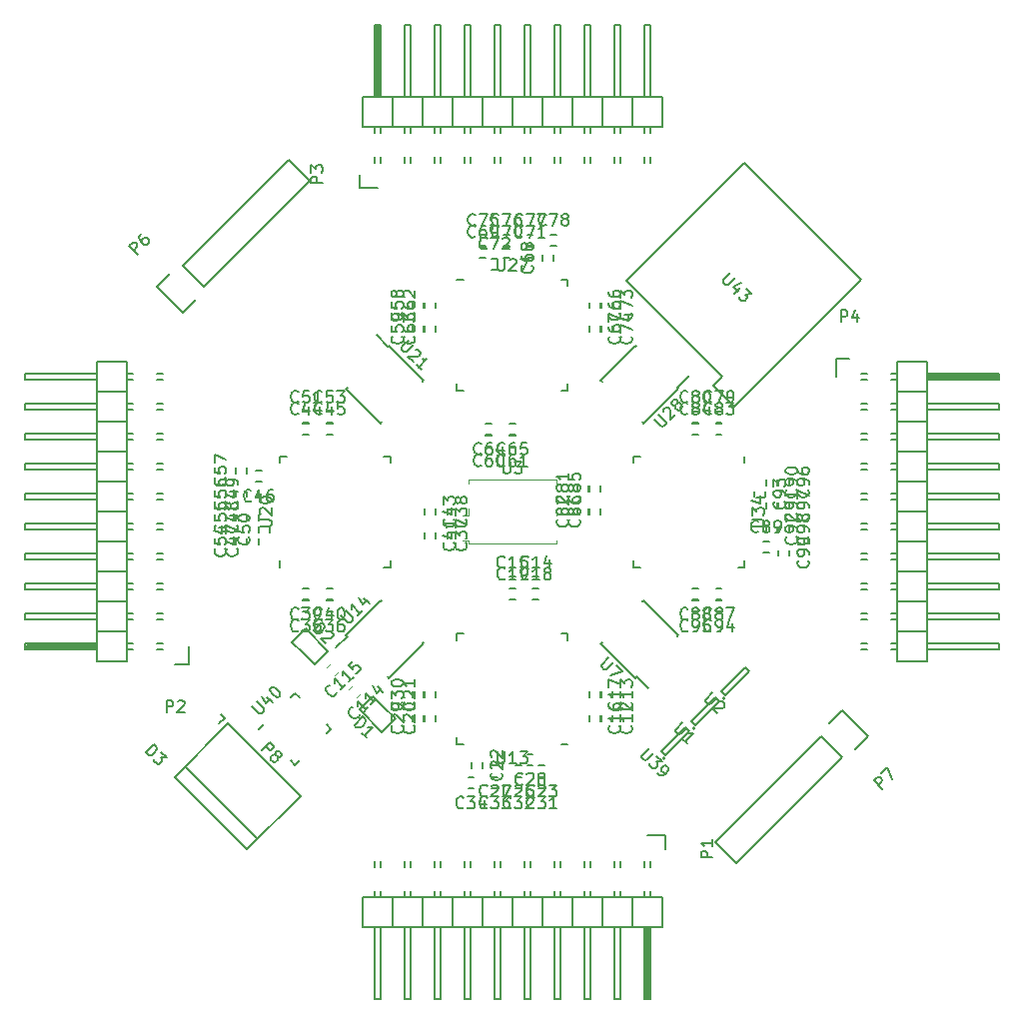
<source format=gbr>
G04 #@! TF.FileFunction,Legend,Top*
%FSLAX46Y46*%
G04 Gerber Fmt 4.6, Leading zero omitted, Abs format (unit mm)*
G04 Created by KiCad (PCBNEW 4.0.6-e0-6349~53~ubuntu14.04.1) date Tue Mar 21 08:09:45 2017*
%MOMM*%
%LPD*%
G01*
G04 APERTURE LIST*
%ADD10C,0.100000*%
%ADD11C,0.150000*%
%ADD12C,0.120000*%
G04 APERTURE END LIST*
D10*
D11*
X162940051Y-125874214D02*
G75*
G03X162940051Y-125874214I-100000J0D01*
G01*
X162627918Y-125308528D02*
X162981472Y-125662082D01*
X164678528Y-123257918D02*
X162627918Y-125308528D01*
X165032082Y-123611472D02*
X164678528Y-123257918D01*
X162981472Y-125662082D02*
X165032082Y-123611472D01*
X167775812Y-93588149D02*
X167068705Y-94295256D01*
X167068705Y-94295256D02*
X168836472Y-96063023D01*
X169685000Y-75415505D02*
X159644084Y-85456421D01*
X159644084Y-85456421D02*
X167775812Y-93588149D01*
X168836472Y-96063023D02*
X179584495Y-85315000D01*
X179584495Y-85315000D02*
X169685000Y-75415505D01*
X161684000Y-135099000D02*
X161684000Y-134591000D01*
X161176000Y-135099000D02*
X161176000Y-134591000D01*
X138316000Y-135099000D02*
X138316000Y-134591000D01*
X138824000Y-135099000D02*
X138824000Y-134591000D01*
X143904000Y-135099000D02*
X143904000Y-134591000D01*
X143396000Y-135099000D02*
X143396000Y-134591000D01*
X141364000Y-135099000D02*
X141364000Y-134591000D01*
X140856000Y-135099000D02*
X140856000Y-134591000D01*
X145936000Y-135099000D02*
X145936000Y-134591000D01*
X146444000Y-135099000D02*
X146444000Y-134591000D01*
X148476000Y-135099000D02*
X148476000Y-134591000D01*
X148984000Y-135099000D02*
X148984000Y-134591000D01*
X159144000Y-135099000D02*
X159144000Y-134591000D01*
X158636000Y-135099000D02*
X158636000Y-134591000D01*
X156604000Y-135099000D02*
X156604000Y-134591000D01*
X156096000Y-135099000D02*
X156096000Y-134591000D01*
X151016000Y-135099000D02*
X151016000Y-134591000D01*
X151524000Y-135099000D02*
X151524000Y-134591000D01*
X153556000Y-135099000D02*
X153556000Y-134591000D01*
X154064000Y-135099000D02*
X154064000Y-134591000D01*
X138316000Y-137639000D02*
X138316000Y-137131000D01*
X138824000Y-137639000D02*
X138824000Y-137131000D01*
X140856000Y-137639000D02*
X140856000Y-137131000D01*
X141364000Y-137639000D02*
X141364000Y-137131000D01*
X146444000Y-137639000D02*
X146444000Y-137131000D01*
X145936000Y-137639000D02*
X145936000Y-137131000D01*
X143904000Y-137639000D02*
X143904000Y-137131000D01*
X143396000Y-137639000D02*
X143396000Y-137131000D01*
X148476000Y-137639000D02*
X148476000Y-137131000D01*
X148984000Y-137639000D02*
X148984000Y-137131000D01*
X151016000Y-137639000D02*
X151016000Y-137131000D01*
X151524000Y-137639000D02*
X151524000Y-137131000D01*
X161684000Y-137639000D02*
X161684000Y-137131000D01*
X161176000Y-137639000D02*
X161176000Y-137131000D01*
X159144000Y-137639000D02*
X159144000Y-137131000D01*
X158636000Y-137639000D02*
X158636000Y-137131000D01*
X153556000Y-137639000D02*
X153556000Y-137131000D01*
X154064000Y-137639000D02*
X154064000Y-137131000D01*
X156096000Y-137639000D02*
X156096000Y-137131000D01*
X156604000Y-137639000D02*
X156604000Y-137131000D01*
X162980000Y-133575000D02*
X162980000Y-132425000D01*
X162980000Y-132425000D02*
X161430000Y-132425000D01*
X161557000Y-140179000D02*
X161557000Y-146148000D01*
X161557000Y-146148000D02*
X161303000Y-146148000D01*
X161303000Y-146148000D02*
X161303000Y-140306000D01*
X161303000Y-140306000D02*
X161430000Y-140306000D01*
X161430000Y-140306000D02*
X161430000Y-146148000D01*
X142380000Y-137639000D02*
X142380000Y-140179000D01*
X142380000Y-137639000D02*
X139840000Y-137639000D01*
X139840000Y-137639000D02*
X139840000Y-140179000D01*
X141364000Y-140179000D02*
X141364000Y-146275000D01*
X141364000Y-146275000D02*
X140856000Y-146275000D01*
X140856000Y-146275000D02*
X140856000Y-140179000D01*
X139840000Y-140179000D02*
X142380000Y-140179000D01*
X137300000Y-140179000D02*
X139840000Y-140179000D01*
X138316000Y-146275000D02*
X138316000Y-140179000D01*
X138824000Y-146275000D02*
X138316000Y-146275000D01*
X138824000Y-140179000D02*
X138824000Y-146275000D01*
X139840000Y-137639000D02*
X137300000Y-137639000D01*
X139840000Y-137639000D02*
X139840000Y-140179000D01*
X137300000Y-137639000D02*
X137300000Y-140179000D01*
X152540000Y-137639000D02*
X152540000Y-140179000D01*
X152540000Y-137639000D02*
X150000000Y-137639000D01*
X150000000Y-137639000D02*
X150000000Y-140179000D01*
X151524000Y-140179000D02*
X151524000Y-146275000D01*
X151524000Y-146275000D02*
X151016000Y-146275000D01*
X151016000Y-146275000D02*
X151016000Y-140179000D01*
X150000000Y-140179000D02*
X152540000Y-140179000D01*
X147460000Y-140179000D02*
X150000000Y-140179000D01*
X148476000Y-146275000D02*
X148476000Y-140179000D01*
X148984000Y-146275000D02*
X148476000Y-146275000D01*
X148984000Y-140179000D02*
X148984000Y-146275000D01*
X147460000Y-137639000D02*
X147460000Y-140179000D01*
X150000000Y-137639000D02*
X147460000Y-137639000D01*
X150000000Y-137639000D02*
X150000000Y-140179000D01*
X144920000Y-137639000D02*
X144920000Y-140179000D01*
X144920000Y-137639000D02*
X142380000Y-137639000D01*
X142380000Y-137639000D02*
X142380000Y-140179000D01*
X143904000Y-140179000D02*
X143904000Y-146275000D01*
X143904000Y-146275000D02*
X143396000Y-146275000D01*
X143396000Y-146275000D02*
X143396000Y-140179000D01*
X142380000Y-140179000D02*
X144920000Y-140179000D01*
X144920000Y-140179000D02*
X147460000Y-140179000D01*
X145936000Y-146275000D02*
X145936000Y-140179000D01*
X146444000Y-146275000D02*
X145936000Y-146275000D01*
X146444000Y-140179000D02*
X146444000Y-146275000D01*
X144920000Y-137639000D02*
X144920000Y-140179000D01*
X147460000Y-137639000D02*
X144920000Y-137639000D01*
X147460000Y-137639000D02*
X147460000Y-140179000D01*
X157620000Y-137639000D02*
X157620000Y-140179000D01*
X157620000Y-137639000D02*
X155080000Y-137639000D01*
X155080000Y-137639000D02*
X155080000Y-140179000D01*
X156604000Y-140179000D02*
X156604000Y-146275000D01*
X156604000Y-146275000D02*
X156096000Y-146275000D01*
X156096000Y-146275000D02*
X156096000Y-140179000D01*
X155080000Y-140179000D02*
X157620000Y-140179000D01*
X152540000Y-140179000D02*
X155080000Y-140179000D01*
X153556000Y-146275000D02*
X153556000Y-140179000D01*
X154064000Y-146275000D02*
X153556000Y-146275000D01*
X154064000Y-140179000D02*
X154064000Y-146275000D01*
X152540000Y-137639000D02*
X152540000Y-140179000D01*
X155080000Y-137639000D02*
X152540000Y-137639000D01*
X155080000Y-137639000D02*
X155080000Y-140179000D01*
X160160000Y-137639000D02*
X160160000Y-140179000D01*
X160160000Y-137639000D02*
X157620000Y-137639000D01*
X157620000Y-137639000D02*
X157620000Y-140179000D01*
X159144000Y-140179000D02*
X159144000Y-146275000D01*
X159144000Y-146275000D02*
X158636000Y-146275000D01*
X158636000Y-146275000D02*
X158636000Y-140179000D01*
X157620000Y-140179000D02*
X160160000Y-140179000D01*
X160160000Y-140179000D02*
X162700000Y-140179000D01*
X161176000Y-146275000D02*
X161176000Y-140179000D01*
X161684000Y-146275000D02*
X161176000Y-146275000D01*
X161684000Y-140179000D02*
X161684000Y-146275000D01*
X160160000Y-137639000D02*
X160160000Y-140179000D01*
X162700000Y-137639000D02*
X160160000Y-137639000D01*
X162700000Y-137639000D02*
X162700000Y-140179000D01*
X119901000Y-116684000D02*
X120409000Y-116684000D01*
X119901000Y-116176000D02*
X120409000Y-116176000D01*
X119901000Y-93316000D02*
X120409000Y-93316000D01*
X119901000Y-93824000D02*
X120409000Y-93824000D01*
X119901000Y-98904000D02*
X120409000Y-98904000D01*
X119901000Y-98396000D02*
X120409000Y-98396000D01*
X119901000Y-96364000D02*
X120409000Y-96364000D01*
X119901000Y-95856000D02*
X120409000Y-95856000D01*
X119901000Y-100936000D02*
X120409000Y-100936000D01*
X119901000Y-101444000D02*
X120409000Y-101444000D01*
X119901000Y-103476000D02*
X120409000Y-103476000D01*
X119901000Y-103984000D02*
X120409000Y-103984000D01*
X119901000Y-114144000D02*
X120409000Y-114144000D01*
X119901000Y-113636000D02*
X120409000Y-113636000D01*
X119901000Y-111604000D02*
X120409000Y-111604000D01*
X119901000Y-111096000D02*
X120409000Y-111096000D01*
X119901000Y-106016000D02*
X120409000Y-106016000D01*
X119901000Y-106524000D02*
X120409000Y-106524000D01*
X119901000Y-108556000D02*
X120409000Y-108556000D01*
X119901000Y-109064000D02*
X120409000Y-109064000D01*
X117361000Y-93316000D02*
X117869000Y-93316000D01*
X117361000Y-93824000D02*
X117869000Y-93824000D01*
X117361000Y-95856000D02*
X117869000Y-95856000D01*
X117361000Y-96364000D02*
X117869000Y-96364000D01*
X117361000Y-101444000D02*
X117869000Y-101444000D01*
X117361000Y-100936000D02*
X117869000Y-100936000D01*
X117361000Y-98904000D02*
X117869000Y-98904000D01*
X117361000Y-98396000D02*
X117869000Y-98396000D01*
X117361000Y-103476000D02*
X117869000Y-103476000D01*
X117361000Y-103984000D02*
X117869000Y-103984000D01*
X117361000Y-106016000D02*
X117869000Y-106016000D01*
X117361000Y-106524000D02*
X117869000Y-106524000D01*
X117361000Y-116684000D02*
X117869000Y-116684000D01*
X117361000Y-116176000D02*
X117869000Y-116176000D01*
X117361000Y-114144000D02*
X117869000Y-114144000D01*
X117361000Y-113636000D02*
X117869000Y-113636000D01*
X117361000Y-108556000D02*
X117869000Y-108556000D01*
X117361000Y-109064000D02*
X117869000Y-109064000D01*
X117361000Y-111096000D02*
X117869000Y-111096000D01*
X117361000Y-111604000D02*
X117869000Y-111604000D01*
X121425000Y-117980000D02*
X122575000Y-117980000D01*
X122575000Y-117980000D02*
X122575000Y-116430000D01*
X114821000Y-116557000D02*
X108852000Y-116557000D01*
X108852000Y-116557000D02*
X108852000Y-116303000D01*
X108852000Y-116303000D02*
X114694000Y-116303000D01*
X114694000Y-116303000D02*
X114694000Y-116430000D01*
X114694000Y-116430000D02*
X108852000Y-116430000D01*
X117361000Y-97380000D02*
X114821000Y-97380000D01*
X117361000Y-97380000D02*
X117361000Y-94840000D01*
X117361000Y-94840000D02*
X114821000Y-94840000D01*
X114821000Y-96364000D02*
X108725000Y-96364000D01*
X108725000Y-96364000D02*
X108725000Y-95856000D01*
X108725000Y-95856000D02*
X114821000Y-95856000D01*
X114821000Y-94840000D02*
X114821000Y-97380000D01*
X114821000Y-92300000D02*
X114821000Y-94840000D01*
X108725000Y-93316000D02*
X114821000Y-93316000D01*
X108725000Y-93824000D02*
X108725000Y-93316000D01*
X114821000Y-93824000D02*
X108725000Y-93824000D01*
X117361000Y-94840000D02*
X117361000Y-92300000D01*
X117361000Y-94840000D02*
X114821000Y-94840000D01*
X117361000Y-92300000D02*
X114821000Y-92300000D01*
X117361000Y-107540000D02*
X114821000Y-107540000D01*
X117361000Y-107540000D02*
X117361000Y-105000000D01*
X117361000Y-105000000D02*
X114821000Y-105000000D01*
X114821000Y-106524000D02*
X108725000Y-106524000D01*
X108725000Y-106524000D02*
X108725000Y-106016000D01*
X108725000Y-106016000D02*
X114821000Y-106016000D01*
X114821000Y-105000000D02*
X114821000Y-107540000D01*
X114821000Y-102460000D02*
X114821000Y-105000000D01*
X108725000Y-103476000D02*
X114821000Y-103476000D01*
X108725000Y-103984000D02*
X108725000Y-103476000D01*
X114821000Y-103984000D02*
X108725000Y-103984000D01*
X117361000Y-102460000D02*
X114821000Y-102460000D01*
X117361000Y-105000000D02*
X117361000Y-102460000D01*
X117361000Y-105000000D02*
X114821000Y-105000000D01*
X117361000Y-99920000D02*
X114821000Y-99920000D01*
X117361000Y-99920000D02*
X117361000Y-97380000D01*
X117361000Y-97380000D02*
X114821000Y-97380000D01*
X114821000Y-98904000D02*
X108725000Y-98904000D01*
X108725000Y-98904000D02*
X108725000Y-98396000D01*
X108725000Y-98396000D02*
X114821000Y-98396000D01*
X114821000Y-97380000D02*
X114821000Y-99920000D01*
X114821000Y-99920000D02*
X114821000Y-102460000D01*
X108725000Y-100936000D02*
X114821000Y-100936000D01*
X108725000Y-101444000D02*
X108725000Y-100936000D01*
X114821000Y-101444000D02*
X108725000Y-101444000D01*
X117361000Y-99920000D02*
X114821000Y-99920000D01*
X117361000Y-102460000D02*
X117361000Y-99920000D01*
X117361000Y-102460000D02*
X114821000Y-102460000D01*
X117361000Y-112620000D02*
X114821000Y-112620000D01*
X117361000Y-112620000D02*
X117361000Y-110080000D01*
X117361000Y-110080000D02*
X114821000Y-110080000D01*
X114821000Y-111604000D02*
X108725000Y-111604000D01*
X108725000Y-111604000D02*
X108725000Y-111096000D01*
X108725000Y-111096000D02*
X114821000Y-111096000D01*
X114821000Y-110080000D02*
X114821000Y-112620000D01*
X114821000Y-107540000D02*
X114821000Y-110080000D01*
X108725000Y-108556000D02*
X114821000Y-108556000D01*
X108725000Y-109064000D02*
X108725000Y-108556000D01*
X114821000Y-109064000D02*
X108725000Y-109064000D01*
X117361000Y-107540000D02*
X114821000Y-107540000D01*
X117361000Y-110080000D02*
X117361000Y-107540000D01*
X117361000Y-110080000D02*
X114821000Y-110080000D01*
X117361000Y-115160000D02*
X114821000Y-115160000D01*
X117361000Y-115160000D02*
X117361000Y-112620000D01*
X117361000Y-112620000D02*
X114821000Y-112620000D01*
X114821000Y-114144000D02*
X108725000Y-114144000D01*
X108725000Y-114144000D02*
X108725000Y-113636000D01*
X108725000Y-113636000D02*
X114821000Y-113636000D01*
X114821000Y-112620000D02*
X114821000Y-115160000D01*
X114821000Y-115160000D02*
X114821000Y-117700000D01*
X108725000Y-116176000D02*
X114821000Y-116176000D01*
X108725000Y-116684000D02*
X108725000Y-116176000D01*
X114821000Y-116684000D02*
X108725000Y-116684000D01*
X117361000Y-115160000D02*
X114821000Y-115160000D01*
X117361000Y-117700000D02*
X117361000Y-115160000D01*
X117361000Y-117700000D02*
X114821000Y-117700000D01*
X138316000Y-74901000D02*
X138316000Y-75409000D01*
X138824000Y-74901000D02*
X138824000Y-75409000D01*
X161684000Y-74901000D02*
X161684000Y-75409000D01*
X161176000Y-74901000D02*
X161176000Y-75409000D01*
X156096000Y-74901000D02*
X156096000Y-75409000D01*
X156604000Y-74901000D02*
X156604000Y-75409000D01*
X158636000Y-74901000D02*
X158636000Y-75409000D01*
X159144000Y-74901000D02*
X159144000Y-75409000D01*
X154064000Y-74901000D02*
X154064000Y-75409000D01*
X153556000Y-74901000D02*
X153556000Y-75409000D01*
X151524000Y-74901000D02*
X151524000Y-75409000D01*
X151016000Y-74901000D02*
X151016000Y-75409000D01*
X140856000Y-74901000D02*
X140856000Y-75409000D01*
X141364000Y-74901000D02*
X141364000Y-75409000D01*
X143396000Y-74901000D02*
X143396000Y-75409000D01*
X143904000Y-74901000D02*
X143904000Y-75409000D01*
X148984000Y-74901000D02*
X148984000Y-75409000D01*
X148476000Y-74901000D02*
X148476000Y-75409000D01*
X146444000Y-74901000D02*
X146444000Y-75409000D01*
X145936000Y-74901000D02*
X145936000Y-75409000D01*
X161684000Y-72361000D02*
X161684000Y-72869000D01*
X161176000Y-72361000D02*
X161176000Y-72869000D01*
X159144000Y-72361000D02*
X159144000Y-72869000D01*
X158636000Y-72361000D02*
X158636000Y-72869000D01*
X153556000Y-72361000D02*
X153556000Y-72869000D01*
X154064000Y-72361000D02*
X154064000Y-72869000D01*
X156096000Y-72361000D02*
X156096000Y-72869000D01*
X156604000Y-72361000D02*
X156604000Y-72869000D01*
X151524000Y-72361000D02*
X151524000Y-72869000D01*
X151016000Y-72361000D02*
X151016000Y-72869000D01*
X148984000Y-72361000D02*
X148984000Y-72869000D01*
X148476000Y-72361000D02*
X148476000Y-72869000D01*
X138316000Y-72361000D02*
X138316000Y-72869000D01*
X138824000Y-72361000D02*
X138824000Y-72869000D01*
X140856000Y-72361000D02*
X140856000Y-72869000D01*
X141364000Y-72361000D02*
X141364000Y-72869000D01*
X146444000Y-72361000D02*
X146444000Y-72869000D01*
X145936000Y-72361000D02*
X145936000Y-72869000D01*
X143904000Y-72361000D02*
X143904000Y-72869000D01*
X143396000Y-72361000D02*
X143396000Y-72869000D01*
X137020000Y-76425000D02*
X137020000Y-77575000D01*
X137020000Y-77575000D02*
X138570000Y-77575000D01*
X138443000Y-69821000D02*
X138443000Y-63852000D01*
X138443000Y-63852000D02*
X138697000Y-63852000D01*
X138697000Y-63852000D02*
X138697000Y-69694000D01*
X138697000Y-69694000D02*
X138570000Y-69694000D01*
X138570000Y-69694000D02*
X138570000Y-63852000D01*
X157620000Y-72361000D02*
X157620000Y-69821000D01*
X157620000Y-72361000D02*
X160160000Y-72361000D01*
X160160000Y-72361000D02*
X160160000Y-69821000D01*
X158636000Y-69821000D02*
X158636000Y-63725000D01*
X158636000Y-63725000D02*
X159144000Y-63725000D01*
X159144000Y-63725000D02*
X159144000Y-69821000D01*
X160160000Y-69821000D02*
X157620000Y-69821000D01*
X162700000Y-69821000D02*
X160160000Y-69821000D01*
X161684000Y-63725000D02*
X161684000Y-69821000D01*
X161176000Y-63725000D02*
X161684000Y-63725000D01*
X161176000Y-69821000D02*
X161176000Y-63725000D01*
X160160000Y-72361000D02*
X162700000Y-72361000D01*
X160160000Y-72361000D02*
X160160000Y-69821000D01*
X162700000Y-72361000D02*
X162700000Y-69821000D01*
X147460000Y-72361000D02*
X147460000Y-69821000D01*
X147460000Y-72361000D02*
X150000000Y-72361000D01*
X150000000Y-72361000D02*
X150000000Y-69821000D01*
X148476000Y-69821000D02*
X148476000Y-63725000D01*
X148476000Y-63725000D02*
X148984000Y-63725000D01*
X148984000Y-63725000D02*
X148984000Y-69821000D01*
X150000000Y-69821000D02*
X147460000Y-69821000D01*
X152540000Y-69821000D02*
X150000000Y-69821000D01*
X151524000Y-63725000D02*
X151524000Y-69821000D01*
X151016000Y-63725000D02*
X151524000Y-63725000D01*
X151016000Y-69821000D02*
X151016000Y-63725000D01*
X152540000Y-72361000D02*
X152540000Y-69821000D01*
X150000000Y-72361000D02*
X152540000Y-72361000D01*
X150000000Y-72361000D02*
X150000000Y-69821000D01*
X155080000Y-72361000D02*
X155080000Y-69821000D01*
X155080000Y-72361000D02*
X157620000Y-72361000D01*
X157620000Y-72361000D02*
X157620000Y-69821000D01*
X156096000Y-69821000D02*
X156096000Y-63725000D01*
X156096000Y-63725000D02*
X156604000Y-63725000D01*
X156604000Y-63725000D02*
X156604000Y-69821000D01*
X157620000Y-69821000D02*
X155080000Y-69821000D01*
X155080000Y-69821000D02*
X152540000Y-69821000D01*
X154064000Y-63725000D02*
X154064000Y-69821000D01*
X153556000Y-63725000D02*
X154064000Y-63725000D01*
X153556000Y-69821000D02*
X153556000Y-63725000D01*
X155080000Y-72361000D02*
X155080000Y-69821000D01*
X152540000Y-72361000D02*
X155080000Y-72361000D01*
X152540000Y-72361000D02*
X152540000Y-69821000D01*
X142380000Y-72361000D02*
X142380000Y-69821000D01*
X142380000Y-72361000D02*
X144920000Y-72361000D01*
X144920000Y-72361000D02*
X144920000Y-69821000D01*
X143396000Y-69821000D02*
X143396000Y-63725000D01*
X143396000Y-63725000D02*
X143904000Y-63725000D01*
X143904000Y-63725000D02*
X143904000Y-69821000D01*
X144920000Y-69821000D02*
X142380000Y-69821000D01*
X147460000Y-69821000D02*
X144920000Y-69821000D01*
X146444000Y-63725000D02*
X146444000Y-69821000D01*
X145936000Y-63725000D02*
X146444000Y-63725000D01*
X145936000Y-69821000D02*
X145936000Y-63725000D01*
X147460000Y-72361000D02*
X147460000Y-69821000D01*
X144920000Y-72361000D02*
X147460000Y-72361000D01*
X144920000Y-72361000D02*
X144920000Y-69821000D01*
X139840000Y-72361000D02*
X139840000Y-69821000D01*
X139840000Y-72361000D02*
X142380000Y-72361000D01*
X142380000Y-72361000D02*
X142380000Y-69821000D01*
X140856000Y-69821000D02*
X140856000Y-63725000D01*
X140856000Y-63725000D02*
X141364000Y-63725000D01*
X141364000Y-63725000D02*
X141364000Y-69821000D01*
X142380000Y-69821000D02*
X139840000Y-69821000D01*
X139840000Y-69821000D02*
X137300000Y-69821000D01*
X138824000Y-63725000D02*
X138824000Y-69821000D01*
X138316000Y-63725000D02*
X138824000Y-63725000D01*
X138316000Y-69821000D02*
X138316000Y-63725000D01*
X139840000Y-72361000D02*
X139840000Y-69821000D01*
X137300000Y-72361000D02*
X139840000Y-72361000D01*
X137300000Y-72361000D02*
X137300000Y-69821000D01*
X180099000Y-93316000D02*
X179591000Y-93316000D01*
X180099000Y-93824000D02*
X179591000Y-93824000D01*
X180099000Y-116684000D02*
X179591000Y-116684000D01*
X180099000Y-116176000D02*
X179591000Y-116176000D01*
X180099000Y-111096000D02*
X179591000Y-111096000D01*
X180099000Y-111604000D02*
X179591000Y-111604000D01*
X180099000Y-113636000D02*
X179591000Y-113636000D01*
X180099000Y-114144000D02*
X179591000Y-114144000D01*
X180099000Y-109064000D02*
X179591000Y-109064000D01*
X180099000Y-108556000D02*
X179591000Y-108556000D01*
X180099000Y-106524000D02*
X179591000Y-106524000D01*
X180099000Y-106016000D02*
X179591000Y-106016000D01*
X180099000Y-95856000D02*
X179591000Y-95856000D01*
X180099000Y-96364000D02*
X179591000Y-96364000D01*
X180099000Y-98396000D02*
X179591000Y-98396000D01*
X180099000Y-98904000D02*
X179591000Y-98904000D01*
X180099000Y-103984000D02*
X179591000Y-103984000D01*
X180099000Y-103476000D02*
X179591000Y-103476000D01*
X180099000Y-101444000D02*
X179591000Y-101444000D01*
X180099000Y-100936000D02*
X179591000Y-100936000D01*
X182639000Y-116684000D02*
X182131000Y-116684000D01*
X182639000Y-116176000D02*
X182131000Y-116176000D01*
X182639000Y-114144000D02*
X182131000Y-114144000D01*
X182639000Y-113636000D02*
X182131000Y-113636000D01*
X182639000Y-108556000D02*
X182131000Y-108556000D01*
X182639000Y-109064000D02*
X182131000Y-109064000D01*
X182639000Y-111096000D02*
X182131000Y-111096000D01*
X182639000Y-111604000D02*
X182131000Y-111604000D01*
X182639000Y-106524000D02*
X182131000Y-106524000D01*
X182639000Y-106016000D02*
X182131000Y-106016000D01*
X182639000Y-103984000D02*
X182131000Y-103984000D01*
X182639000Y-103476000D02*
X182131000Y-103476000D01*
X182639000Y-93316000D02*
X182131000Y-93316000D01*
X182639000Y-93824000D02*
X182131000Y-93824000D01*
X182639000Y-95856000D02*
X182131000Y-95856000D01*
X182639000Y-96364000D02*
X182131000Y-96364000D01*
X182639000Y-101444000D02*
X182131000Y-101444000D01*
X182639000Y-100936000D02*
X182131000Y-100936000D01*
X182639000Y-98904000D02*
X182131000Y-98904000D01*
X182639000Y-98396000D02*
X182131000Y-98396000D01*
X178575000Y-92020000D02*
X177425000Y-92020000D01*
X177425000Y-92020000D02*
X177425000Y-93570000D01*
X185179000Y-93443000D02*
X191148000Y-93443000D01*
X191148000Y-93443000D02*
X191148000Y-93697000D01*
X191148000Y-93697000D02*
X185306000Y-93697000D01*
X185306000Y-93697000D02*
X185306000Y-93570000D01*
X185306000Y-93570000D02*
X191148000Y-93570000D01*
X182639000Y-112620000D02*
X185179000Y-112620000D01*
X182639000Y-112620000D02*
X182639000Y-115160000D01*
X182639000Y-115160000D02*
X185179000Y-115160000D01*
X185179000Y-113636000D02*
X191275000Y-113636000D01*
X191275000Y-113636000D02*
X191275000Y-114144000D01*
X191275000Y-114144000D02*
X185179000Y-114144000D01*
X185179000Y-115160000D02*
X185179000Y-112620000D01*
X185179000Y-117700000D02*
X185179000Y-115160000D01*
X191275000Y-116684000D02*
X185179000Y-116684000D01*
X191275000Y-116176000D02*
X191275000Y-116684000D01*
X185179000Y-116176000D02*
X191275000Y-116176000D01*
X182639000Y-115160000D02*
X182639000Y-117700000D01*
X182639000Y-115160000D02*
X185179000Y-115160000D01*
X182639000Y-117700000D02*
X185179000Y-117700000D01*
X182639000Y-102460000D02*
X185179000Y-102460000D01*
X182639000Y-102460000D02*
X182639000Y-105000000D01*
X182639000Y-105000000D02*
X185179000Y-105000000D01*
X185179000Y-103476000D02*
X191275000Y-103476000D01*
X191275000Y-103476000D02*
X191275000Y-103984000D01*
X191275000Y-103984000D02*
X185179000Y-103984000D01*
X185179000Y-105000000D02*
X185179000Y-102460000D01*
X185179000Y-107540000D02*
X185179000Y-105000000D01*
X191275000Y-106524000D02*
X185179000Y-106524000D01*
X191275000Y-106016000D02*
X191275000Y-106524000D01*
X185179000Y-106016000D02*
X191275000Y-106016000D01*
X182639000Y-107540000D02*
X185179000Y-107540000D01*
X182639000Y-105000000D02*
X182639000Y-107540000D01*
X182639000Y-105000000D02*
X185179000Y-105000000D01*
X182639000Y-110080000D02*
X185179000Y-110080000D01*
X182639000Y-110080000D02*
X182639000Y-112620000D01*
X182639000Y-112620000D02*
X185179000Y-112620000D01*
X185179000Y-111096000D02*
X191275000Y-111096000D01*
X191275000Y-111096000D02*
X191275000Y-111604000D01*
X191275000Y-111604000D02*
X185179000Y-111604000D01*
X185179000Y-112620000D02*
X185179000Y-110080000D01*
X185179000Y-110080000D02*
X185179000Y-107540000D01*
X191275000Y-109064000D02*
X185179000Y-109064000D01*
X191275000Y-108556000D02*
X191275000Y-109064000D01*
X185179000Y-108556000D02*
X191275000Y-108556000D01*
X182639000Y-110080000D02*
X185179000Y-110080000D01*
X182639000Y-107540000D02*
X182639000Y-110080000D01*
X182639000Y-107540000D02*
X185179000Y-107540000D01*
X182639000Y-97380000D02*
X185179000Y-97380000D01*
X182639000Y-97380000D02*
X182639000Y-99920000D01*
X182639000Y-99920000D02*
X185179000Y-99920000D01*
X185179000Y-98396000D02*
X191275000Y-98396000D01*
X191275000Y-98396000D02*
X191275000Y-98904000D01*
X191275000Y-98904000D02*
X185179000Y-98904000D01*
X185179000Y-99920000D02*
X185179000Y-97380000D01*
X185179000Y-102460000D02*
X185179000Y-99920000D01*
X191275000Y-101444000D02*
X185179000Y-101444000D01*
X191275000Y-100936000D02*
X191275000Y-101444000D01*
X185179000Y-100936000D02*
X191275000Y-100936000D01*
X182639000Y-102460000D02*
X185179000Y-102460000D01*
X182639000Y-99920000D02*
X182639000Y-102460000D01*
X182639000Y-99920000D02*
X185179000Y-99920000D01*
X182639000Y-94840000D02*
X185179000Y-94840000D01*
X182639000Y-94840000D02*
X182639000Y-97380000D01*
X182639000Y-97380000D02*
X185179000Y-97380000D01*
X185179000Y-95856000D02*
X191275000Y-95856000D01*
X191275000Y-95856000D02*
X191275000Y-96364000D01*
X191275000Y-96364000D02*
X185179000Y-96364000D01*
X185179000Y-97380000D02*
X185179000Y-94840000D01*
X185179000Y-94840000D02*
X185179000Y-92300000D01*
X191275000Y-93824000D02*
X185179000Y-93824000D01*
X191275000Y-93316000D02*
X191275000Y-93824000D01*
X185179000Y-93316000D02*
X191275000Y-93316000D01*
X182639000Y-94840000D02*
X185179000Y-94840000D01*
X182639000Y-92300000D02*
X182639000Y-94840000D01*
X182639000Y-92300000D02*
X185179000Y-92300000D01*
X145300000Y-124700000D02*
X145300000Y-124125000D01*
X154700000Y-115300000D02*
X154700000Y-115875000D01*
X145300000Y-115300000D02*
X145300000Y-115875000D01*
X154700000Y-124700000D02*
X154125000Y-124700000D01*
X154700000Y-115300000D02*
X154125000Y-115300000D01*
X145300000Y-115300000D02*
X145875000Y-115300000D01*
X145300000Y-124700000D02*
X145875000Y-124700000D01*
X130300000Y-100300000D02*
X130875000Y-100300000D01*
X139700000Y-109700000D02*
X139125000Y-109700000D01*
X139700000Y-100300000D02*
X139125000Y-100300000D01*
X130300000Y-109700000D02*
X130300000Y-109125000D01*
X139700000Y-109700000D02*
X139700000Y-109125000D01*
X139700000Y-100300000D02*
X139700000Y-100875000D01*
X130300000Y-100300000D02*
X130300000Y-100875000D01*
X154700000Y-85300000D02*
X154700000Y-85875000D01*
X145300000Y-94700000D02*
X145300000Y-94125000D01*
X154700000Y-94700000D02*
X154700000Y-94125000D01*
X145300000Y-85300000D02*
X145875000Y-85300000D01*
X145300000Y-94700000D02*
X145875000Y-94700000D01*
X154700000Y-94700000D02*
X154125000Y-94700000D01*
X154700000Y-85300000D02*
X154125000Y-85300000D01*
X169700000Y-109700000D02*
X169125000Y-109700000D01*
X160300000Y-100300000D02*
X160875000Y-100300000D01*
X160300000Y-109700000D02*
X160875000Y-109700000D01*
X169700000Y-100300000D02*
X169700000Y-100875000D01*
X160300000Y-100300000D02*
X160300000Y-100875000D01*
X160300000Y-109700000D02*
X160300000Y-109125000D01*
X169700000Y-109700000D02*
X169700000Y-109125000D01*
X158475000Y-122750000D02*
X158475000Y-122250000D01*
X157525000Y-122250000D02*
X157525000Y-122750000D01*
X158475000Y-120750000D02*
X158475000Y-120250000D01*
X157525000Y-120250000D02*
X157525000Y-120750000D01*
X152250000Y-110525000D02*
X151750000Y-110525000D01*
X151750000Y-111475000D02*
X152250000Y-111475000D01*
X150250000Y-110525000D02*
X149750000Y-110525000D01*
X149750000Y-111475000D02*
X150250000Y-111475000D01*
X157475000Y-122750000D02*
X157475000Y-122250000D01*
X156525000Y-122250000D02*
X156525000Y-122750000D01*
X157475000Y-120750000D02*
X157475000Y-120250000D01*
X156525000Y-120250000D02*
X156525000Y-120750000D01*
X152250000Y-111525000D02*
X151750000Y-111525000D01*
X151750000Y-112475000D02*
X152250000Y-112475000D01*
X150250000Y-111525000D02*
X149750000Y-111525000D01*
X149750000Y-112475000D02*
X150250000Y-112475000D01*
X142525000Y-122250000D02*
X142525000Y-122750000D01*
X143475000Y-122750000D02*
X143475000Y-122250000D01*
X142525000Y-120250000D02*
X142525000Y-120750000D01*
X143475000Y-120750000D02*
X143475000Y-120250000D01*
X147475000Y-126750000D02*
X147475000Y-126250000D01*
X146525000Y-126250000D02*
X146525000Y-126750000D01*
X152250000Y-127475000D02*
X152750000Y-127475000D01*
X152750000Y-126525000D02*
X152250000Y-126525000D01*
X150250000Y-127475000D02*
X150750000Y-127475000D01*
X150750000Y-126525000D02*
X150250000Y-126525000D01*
X148250000Y-127475000D02*
X148750000Y-127475000D01*
X148750000Y-126525000D02*
X148250000Y-126525000D01*
X151250000Y-126475000D02*
X151750000Y-126475000D01*
X151750000Y-125525000D02*
X151250000Y-125525000D01*
X141525000Y-122250000D02*
X141525000Y-122750000D01*
X142475000Y-122750000D02*
X142475000Y-122250000D01*
X141525000Y-120250000D02*
X141525000Y-120750000D01*
X142475000Y-120750000D02*
X142475000Y-120250000D01*
X152250000Y-128475000D02*
X152750000Y-128475000D01*
X152750000Y-127525000D02*
X152250000Y-127525000D01*
X150250000Y-128475000D02*
X150750000Y-128475000D01*
X150750000Y-127525000D02*
X150250000Y-127525000D01*
X148250000Y-128475000D02*
X148750000Y-128475000D01*
X148750000Y-127525000D02*
X148250000Y-127525000D01*
X146250000Y-128475000D02*
X146750000Y-128475000D01*
X146750000Y-127525000D02*
X146250000Y-127525000D01*
X132250000Y-113475000D02*
X132750000Y-113475000D01*
X132750000Y-112525000D02*
X132250000Y-112525000D01*
X134250000Y-113475000D02*
X134750000Y-113475000D01*
X134750000Y-112525000D02*
X134250000Y-112525000D01*
X144475000Y-107250000D02*
X144475000Y-106750000D01*
X143525000Y-106750000D02*
X143525000Y-107250000D01*
X144475000Y-105250000D02*
X144475000Y-104750000D01*
X143525000Y-104750000D02*
X143525000Y-105250000D01*
X132250000Y-112475000D02*
X132750000Y-112475000D01*
X132750000Y-111525000D02*
X132250000Y-111525000D01*
X134250000Y-112475000D02*
X134750000Y-112475000D01*
X134750000Y-111525000D02*
X134250000Y-111525000D01*
X143475000Y-107250000D02*
X143475000Y-106750000D01*
X142525000Y-106750000D02*
X142525000Y-107250000D01*
X143475000Y-105250000D02*
X143475000Y-104750000D01*
X142525000Y-104750000D02*
X142525000Y-105250000D01*
X132750000Y-97525000D02*
X132250000Y-97525000D01*
X132250000Y-98475000D02*
X132750000Y-98475000D01*
X134750000Y-97525000D02*
X134250000Y-97525000D01*
X134250000Y-98475000D02*
X134750000Y-98475000D01*
X128250000Y-102475000D02*
X128750000Y-102475000D01*
X128750000Y-101525000D02*
X128250000Y-101525000D01*
X127525000Y-107250000D02*
X127525000Y-107750000D01*
X128475000Y-107750000D02*
X128475000Y-107250000D01*
X127525000Y-105250000D02*
X127525000Y-105750000D01*
X128475000Y-105750000D02*
X128475000Y-105250000D01*
X127525000Y-103250000D02*
X127525000Y-103750000D01*
X128475000Y-103750000D02*
X128475000Y-103250000D01*
X128525000Y-106250000D02*
X128525000Y-106750000D01*
X129475000Y-106750000D02*
X129475000Y-106250000D01*
X132750000Y-96525000D02*
X132250000Y-96525000D01*
X132250000Y-97475000D02*
X132750000Y-97475000D01*
X134750000Y-96525000D02*
X134250000Y-96525000D01*
X134250000Y-97475000D02*
X134750000Y-97475000D01*
X126525000Y-107250000D02*
X126525000Y-107750000D01*
X127475000Y-107750000D02*
X127475000Y-107250000D01*
X126525000Y-105250000D02*
X126525000Y-105750000D01*
X127475000Y-105750000D02*
X127475000Y-105250000D01*
X126525000Y-103250000D02*
X126525000Y-103750000D01*
X127475000Y-103750000D02*
X127475000Y-103250000D01*
X126525000Y-101250000D02*
X126525000Y-101750000D01*
X127475000Y-101750000D02*
X127475000Y-101250000D01*
X141525000Y-87250000D02*
X141525000Y-87750000D01*
X142475000Y-87750000D02*
X142475000Y-87250000D01*
X141525000Y-89250000D02*
X141525000Y-89750000D01*
X142475000Y-89750000D02*
X142475000Y-89250000D01*
X147750000Y-99475000D02*
X148250000Y-99475000D01*
X148250000Y-98525000D02*
X147750000Y-98525000D01*
X149750000Y-99475000D02*
X150250000Y-99475000D01*
X150250000Y-98525000D02*
X149750000Y-98525000D01*
X142525000Y-87250000D02*
X142525000Y-87750000D01*
X143475000Y-87750000D02*
X143475000Y-87250000D01*
X142525000Y-89250000D02*
X142525000Y-89750000D01*
X143475000Y-89750000D02*
X143475000Y-89250000D01*
X147750000Y-98475000D02*
X148250000Y-98475000D01*
X148250000Y-97525000D02*
X147750000Y-97525000D01*
X149750000Y-98475000D02*
X150250000Y-98475000D01*
X150250000Y-97525000D02*
X149750000Y-97525000D01*
X157475000Y-87750000D02*
X157475000Y-87250000D01*
X156525000Y-87250000D02*
X156525000Y-87750000D01*
X157475000Y-89750000D02*
X157475000Y-89250000D01*
X156525000Y-89250000D02*
X156525000Y-89750000D01*
X152525000Y-83250000D02*
X152525000Y-83750000D01*
X153475000Y-83750000D02*
X153475000Y-83250000D01*
X147750000Y-82525000D02*
X147250000Y-82525000D01*
X147250000Y-83475000D02*
X147750000Y-83475000D01*
X149750000Y-82525000D02*
X149250000Y-82525000D01*
X149250000Y-83475000D02*
X149750000Y-83475000D01*
X151750000Y-82525000D02*
X151250000Y-82525000D01*
X151250000Y-83475000D02*
X151750000Y-83475000D01*
X148750000Y-83525000D02*
X148250000Y-83525000D01*
X148250000Y-84475000D02*
X148750000Y-84475000D01*
X158475000Y-87750000D02*
X158475000Y-87250000D01*
X157525000Y-87250000D02*
X157525000Y-87750000D01*
X158475000Y-89750000D02*
X158475000Y-89250000D01*
X157525000Y-89250000D02*
X157525000Y-89750000D01*
X147750000Y-81525000D02*
X147250000Y-81525000D01*
X147250000Y-82475000D02*
X147750000Y-82475000D01*
X149750000Y-81525000D02*
X149250000Y-81525000D01*
X149250000Y-82475000D02*
X149750000Y-82475000D01*
X151750000Y-81525000D02*
X151250000Y-81525000D01*
X151250000Y-82475000D02*
X151750000Y-82475000D01*
X153750000Y-81525000D02*
X153250000Y-81525000D01*
X153250000Y-82475000D02*
X153750000Y-82475000D01*
X167750000Y-96525000D02*
X167250000Y-96525000D01*
X167250000Y-97475000D02*
X167750000Y-97475000D01*
X165750000Y-96525000D02*
X165250000Y-96525000D01*
X165250000Y-97475000D02*
X165750000Y-97475000D01*
X155525000Y-102750000D02*
X155525000Y-103250000D01*
X156475000Y-103250000D02*
X156475000Y-102750000D01*
X155525000Y-104750000D02*
X155525000Y-105250000D01*
X156475000Y-105250000D02*
X156475000Y-104750000D01*
X167750000Y-97525000D02*
X167250000Y-97525000D01*
X167250000Y-98475000D02*
X167750000Y-98475000D01*
X165750000Y-97525000D02*
X165250000Y-97525000D01*
X165250000Y-98475000D02*
X165750000Y-98475000D01*
X156525000Y-102750000D02*
X156525000Y-103250000D01*
X157475000Y-103250000D02*
X157475000Y-102750000D01*
X156525000Y-104750000D02*
X156525000Y-105250000D01*
X157475000Y-105250000D02*
X157475000Y-104750000D01*
X167250000Y-112475000D02*
X167750000Y-112475000D01*
X167750000Y-111525000D02*
X167250000Y-111525000D01*
X165250000Y-112475000D02*
X165750000Y-112475000D01*
X165750000Y-111525000D02*
X165250000Y-111525000D01*
X171750000Y-107525000D02*
X171250000Y-107525000D01*
X171250000Y-108475000D02*
X171750000Y-108475000D01*
X172475000Y-102750000D02*
X172475000Y-102250000D01*
X171525000Y-102250000D02*
X171525000Y-102750000D01*
X172475000Y-104750000D02*
X172475000Y-104250000D01*
X171525000Y-104250000D02*
X171525000Y-104750000D01*
X172475000Y-106750000D02*
X172475000Y-106250000D01*
X171525000Y-106250000D02*
X171525000Y-106750000D01*
X171475000Y-103750000D02*
X171475000Y-103250000D01*
X170525000Y-103250000D02*
X170525000Y-103750000D01*
X167250000Y-113475000D02*
X167750000Y-113475000D01*
X167750000Y-112525000D02*
X167250000Y-112525000D01*
X165250000Y-113475000D02*
X165750000Y-113475000D01*
X165750000Y-112525000D02*
X165250000Y-112525000D01*
X173475000Y-102750000D02*
X173475000Y-102250000D01*
X172525000Y-102250000D02*
X172525000Y-102750000D01*
X173475000Y-104750000D02*
X173475000Y-104250000D01*
X172525000Y-104250000D02*
X172525000Y-104750000D01*
X173475000Y-106750000D02*
X173475000Y-106250000D01*
X172525000Y-106250000D02*
X172525000Y-106750000D01*
X173475000Y-108750000D02*
X173475000Y-108250000D01*
X172525000Y-108250000D02*
X172525000Y-108750000D01*
X165480051Y-123334214D02*
G75*
G03X165480051Y-123334214I-100000J0D01*
G01*
X165167918Y-122768528D02*
X165521472Y-123122082D01*
X167218528Y-120717918D02*
X165167918Y-122768528D01*
X167572082Y-121071472D02*
X167218528Y-120717918D01*
X165521472Y-123122082D02*
X167572082Y-121071472D01*
X168020051Y-120794214D02*
G75*
G03X168020051Y-120794214I-100000J0D01*
G01*
X167707918Y-120228528D02*
X168061472Y-120582082D01*
X169758528Y-118177918D02*
X167707918Y-120228528D01*
X170112082Y-118531472D02*
X169758528Y-118177918D01*
X168061472Y-120582082D02*
X170112082Y-118531472D01*
X160441447Y-119083047D02*
X160543977Y-118980516D01*
X157506953Y-116148553D02*
X157609484Y-116046023D01*
X161148553Y-112506953D02*
X161046023Y-112609484D01*
X164083047Y-115441447D02*
X163980516Y-115543977D01*
X160441447Y-119083047D02*
X157506953Y-116148553D01*
X164083047Y-115441447D02*
X161148553Y-112506953D01*
X160543977Y-118980516D02*
X161533927Y-119970466D01*
X135916953Y-115441447D02*
X136019484Y-115543977D01*
X138851447Y-112506953D02*
X138953977Y-112609484D01*
X142493047Y-116148553D02*
X142390516Y-116046023D01*
X139558553Y-119083047D02*
X139456023Y-118980516D01*
X135916953Y-115441447D02*
X138851447Y-112506953D01*
X139558553Y-119083047D02*
X142493047Y-116148553D01*
X136019484Y-115543977D02*
X135029534Y-116533927D01*
X139558553Y-90916953D02*
X139456023Y-91019484D01*
X142493047Y-93851447D02*
X142390516Y-93953977D01*
X138851447Y-97493047D02*
X138953977Y-97390516D01*
X135916953Y-94558553D02*
X136019484Y-94456023D01*
X139558553Y-90916953D02*
X142493047Y-93851447D01*
X135916953Y-94558553D02*
X138851447Y-97493047D01*
X139456023Y-91019484D02*
X138466073Y-90029534D01*
X164083047Y-94558553D02*
X163980516Y-94456023D01*
X161148553Y-97493047D02*
X161046023Y-97390516D01*
X157506953Y-93851447D02*
X157609484Y-93953977D01*
X160441447Y-90916953D02*
X160543977Y-91019484D01*
X164083047Y-94558553D02*
X161148553Y-97493047D01*
X160441447Y-90916953D02*
X157506953Y-93851447D01*
X163980516Y-94456023D02*
X164970466Y-93466073D01*
D12*
X146300000Y-102600000D02*
X146300000Y-102300000D01*
X146300000Y-102300000D02*
X153700000Y-102300000D01*
X153700000Y-102300000D02*
X153700000Y-102600000D01*
X145800000Y-107400000D02*
X146300000Y-107400000D01*
X146300000Y-107400000D02*
X146300000Y-107700000D01*
X146300000Y-107700000D02*
X153700000Y-107700000D01*
X153700000Y-107700000D02*
X153700000Y-107400000D01*
X145800000Y-105300000D02*
X146300000Y-105300000D01*
X146300000Y-105300000D02*
X146300000Y-104700000D01*
X153700000Y-104700000D02*
X153700000Y-105300000D01*
D11*
X123856051Y-85950000D02*
X132836307Y-76969744D01*
X132836307Y-76969744D02*
X131040256Y-75173693D01*
X131040256Y-75173693D02*
X122060000Y-84153949D01*
X122060000Y-88142031D02*
X123156016Y-87046016D01*
X123856051Y-85950000D02*
X122060000Y-84153949D01*
X120963984Y-84853984D02*
X119867969Y-85950000D01*
X119867969Y-85950000D02*
X122060000Y-88142031D01*
X176143949Y-124050000D02*
X167163693Y-133030256D01*
X167163693Y-133030256D02*
X168959744Y-134826307D01*
X168959744Y-134826307D02*
X177940000Y-125846051D01*
X177940000Y-121857969D02*
X176843984Y-122953984D01*
X176143949Y-124050000D02*
X177940000Y-125846051D01*
X179036016Y-125146016D02*
X180132031Y-124050000D01*
X180132031Y-124050000D02*
X177940000Y-121857969D01*
X139135685Y-121579315D02*
X138181091Y-120624720D01*
X138181091Y-120624720D02*
X137049720Y-121756091D01*
X137049720Y-121756091D02*
X138958909Y-123665280D01*
X138958909Y-123665280D02*
X140090280Y-122533909D01*
X140090280Y-122533909D02*
X139135685Y-121579315D01*
X132289315Y-116995685D02*
X133243909Y-117950280D01*
X133243909Y-117950280D02*
X134375280Y-116818909D01*
X134375280Y-116818909D02*
X132466091Y-114909720D01*
X132466091Y-114909720D02*
X131334720Y-116041091D01*
X131334720Y-116041091D02*
X132289315Y-116995685D01*
X131585000Y-120374441D02*
X131956231Y-120745672D01*
X131585000Y-126455559D02*
X131213769Y-126084328D01*
X134625559Y-123415000D02*
X134254328Y-123043769D01*
X128544441Y-123415000D02*
X128915672Y-123043769D01*
X131585000Y-126455559D02*
X131956231Y-126084328D01*
X134625559Y-123415000D02*
X134254328Y-123786231D01*
X131585000Y-120374441D02*
X131213769Y-120745672D01*
X121364097Y-127482801D02*
X127515926Y-133634630D01*
X125893116Y-122953782D02*
X132044945Y-129105611D01*
X132044945Y-129105611D02*
X127515926Y-133634630D01*
X128385668Y-132764889D02*
X122233839Y-126613060D01*
X121364097Y-127482801D02*
X125893116Y-122953782D01*
X125107097Y-122972177D02*
X125608195Y-122471079D01*
X125608195Y-122471079D02*
X125324419Y-122187303D01*
D12*
X136820563Y-120749117D02*
X137174117Y-120395563D01*
X136509437Y-119730883D02*
X136155883Y-120084437D01*
X134915563Y-118844117D02*
X135269117Y-118490563D01*
X134604437Y-117825883D02*
X134250883Y-118179437D01*
D11*
X161573993Y-125035788D02*
X161001573Y-125608207D01*
X160967901Y-125709223D01*
X160967901Y-125776566D01*
X161001573Y-125877581D01*
X161136260Y-126012269D01*
X161237276Y-126045940D01*
X161304619Y-126045940D01*
X161405634Y-126012269D01*
X161978054Y-125439849D01*
X162247428Y-125709223D02*
X162685161Y-126146956D01*
X162180084Y-126180627D01*
X162281100Y-126281642D01*
X162314772Y-126382658D01*
X162314772Y-126450001D01*
X162281100Y-126551017D01*
X162112741Y-126719376D01*
X162011726Y-126753047D01*
X161944382Y-126753047D01*
X161843367Y-126719376D01*
X161641336Y-126517345D01*
X161607664Y-126416329D01*
X161607664Y-126348986D01*
X162314771Y-127190780D02*
X162449458Y-127325466D01*
X162550474Y-127359139D01*
X162617817Y-127359139D01*
X162786176Y-127325467D01*
X162954535Y-127224452D01*
X163223909Y-126955078D01*
X163257581Y-126854062D01*
X163257581Y-126786719D01*
X163223909Y-126685704D01*
X163089221Y-126551016D01*
X162988206Y-126517345D01*
X162920863Y-126517345D01*
X162819848Y-126551016D01*
X162651489Y-126719375D01*
X162617817Y-126820390D01*
X162617817Y-126887734D01*
X162651488Y-126988749D01*
X162786176Y-127123437D01*
X162887191Y-127157109D01*
X162954535Y-127157108D01*
X163055550Y-127123436D01*
X168489653Y-84759417D02*
X167917233Y-85331836D01*
X167883561Y-85432852D01*
X167883561Y-85500195D01*
X167917233Y-85601210D01*
X168051920Y-85735898D01*
X168152936Y-85769569D01*
X168220279Y-85769569D01*
X168321294Y-85735898D01*
X168893714Y-85163478D01*
X169297775Y-86038943D02*
X168826371Y-86510348D01*
X169398790Y-85601210D02*
X168725355Y-85937928D01*
X169163088Y-86375661D01*
X169836523Y-86106287D02*
X170274256Y-86544020D01*
X169769179Y-86577691D01*
X169870195Y-86678707D01*
X169903867Y-86779722D01*
X169903867Y-86847065D01*
X169870195Y-86948081D01*
X169701836Y-87116440D01*
X169600821Y-87150111D01*
X169533477Y-87150111D01*
X169432462Y-87116440D01*
X169230431Y-86914409D01*
X169196760Y-86813393D01*
X169196760Y-86746050D01*
X166982381Y-134313095D02*
X165982381Y-134313095D01*
X165982381Y-133932142D01*
X166030000Y-133836904D01*
X166077619Y-133789285D01*
X166172857Y-133741666D01*
X166315714Y-133741666D01*
X166410952Y-133789285D01*
X166458571Y-133836904D01*
X166506190Y-133932142D01*
X166506190Y-134313095D01*
X166982381Y-132789285D02*
X166982381Y-133360714D01*
X166982381Y-133075000D02*
X165982381Y-133075000D01*
X166125238Y-133170238D01*
X166220476Y-133265476D01*
X166268095Y-133360714D01*
X120686905Y-121982381D02*
X120686905Y-120982381D01*
X121067858Y-120982381D01*
X121163096Y-121030000D01*
X121210715Y-121077619D01*
X121258334Y-121172857D01*
X121258334Y-121315714D01*
X121210715Y-121410952D01*
X121163096Y-121458571D01*
X121067858Y-121506190D01*
X120686905Y-121506190D01*
X121639286Y-121077619D02*
X121686905Y-121030000D01*
X121782143Y-120982381D01*
X122020239Y-120982381D01*
X122115477Y-121030000D01*
X122163096Y-121077619D01*
X122210715Y-121172857D01*
X122210715Y-121268095D01*
X122163096Y-121410952D01*
X121591667Y-121982381D01*
X122210715Y-121982381D01*
X133922381Y-77163095D02*
X132922381Y-77163095D01*
X132922381Y-76782142D01*
X132970000Y-76686904D01*
X133017619Y-76639285D01*
X133112857Y-76591666D01*
X133255714Y-76591666D01*
X133350952Y-76639285D01*
X133398571Y-76686904D01*
X133446190Y-76782142D01*
X133446190Y-77163095D01*
X132922381Y-76258333D02*
X132922381Y-75639285D01*
X133303333Y-75972619D01*
X133303333Y-75829761D01*
X133350952Y-75734523D01*
X133398571Y-75686904D01*
X133493810Y-75639285D01*
X133731905Y-75639285D01*
X133827143Y-75686904D01*
X133874762Y-75734523D01*
X133922381Y-75829761D01*
X133922381Y-76115476D01*
X133874762Y-76210714D01*
X133827143Y-76258333D01*
X177836905Y-88922381D02*
X177836905Y-87922381D01*
X178217858Y-87922381D01*
X178313096Y-87970000D01*
X178360715Y-88017619D01*
X178408334Y-88112857D01*
X178408334Y-88255714D01*
X178360715Y-88350952D01*
X178313096Y-88398571D01*
X178217858Y-88446190D01*
X177836905Y-88446190D01*
X179265477Y-88255714D02*
X179265477Y-88922381D01*
X179027381Y-87874762D02*
X178789286Y-88589048D01*
X179408334Y-88589048D01*
X148761905Y-125327381D02*
X148761905Y-126136905D01*
X148809524Y-126232143D01*
X148857143Y-126279762D01*
X148952381Y-126327381D01*
X149142858Y-126327381D01*
X149238096Y-126279762D01*
X149285715Y-126232143D01*
X149333334Y-126136905D01*
X149333334Y-125327381D01*
X150333334Y-126327381D02*
X149761905Y-126327381D01*
X150047619Y-126327381D02*
X150047619Y-125327381D01*
X149952381Y-125470238D01*
X149857143Y-125565476D01*
X149761905Y-125613095D01*
X150666667Y-125327381D02*
X151285715Y-125327381D01*
X150952381Y-125708333D01*
X151095239Y-125708333D01*
X151190477Y-125755952D01*
X151238096Y-125803571D01*
X151285715Y-125898810D01*
X151285715Y-126136905D01*
X151238096Y-126232143D01*
X151190477Y-126279762D01*
X151095239Y-126327381D01*
X150809524Y-126327381D01*
X150714286Y-126279762D01*
X150666667Y-126232143D01*
X128577381Y-106238095D02*
X129386905Y-106238095D01*
X129482143Y-106190476D01*
X129529762Y-106142857D01*
X129577381Y-106047619D01*
X129577381Y-105857142D01*
X129529762Y-105761904D01*
X129482143Y-105714285D01*
X129386905Y-105666666D01*
X128577381Y-105666666D01*
X128672619Y-105238095D02*
X128625000Y-105190476D01*
X128577381Y-105095238D01*
X128577381Y-104857142D01*
X128625000Y-104761904D01*
X128672619Y-104714285D01*
X128767857Y-104666666D01*
X128863095Y-104666666D01*
X129005952Y-104714285D01*
X129577381Y-105285714D01*
X129577381Y-104666666D01*
X128577381Y-104047619D02*
X128577381Y-103952380D01*
X128625000Y-103857142D01*
X128672619Y-103809523D01*
X128767857Y-103761904D01*
X128958333Y-103714285D01*
X129196429Y-103714285D01*
X129386905Y-103761904D01*
X129482143Y-103809523D01*
X129529762Y-103857142D01*
X129577381Y-103952380D01*
X129577381Y-104047619D01*
X129529762Y-104142857D01*
X129482143Y-104190476D01*
X129386905Y-104238095D01*
X129196429Y-104285714D01*
X128958333Y-104285714D01*
X128767857Y-104238095D01*
X128672619Y-104190476D01*
X128625000Y-104142857D01*
X128577381Y-104047619D01*
X148761905Y-83577381D02*
X148761905Y-84386905D01*
X148809524Y-84482143D01*
X148857143Y-84529762D01*
X148952381Y-84577381D01*
X149142858Y-84577381D01*
X149238096Y-84529762D01*
X149285715Y-84482143D01*
X149333334Y-84386905D01*
X149333334Y-83577381D01*
X149761905Y-83672619D02*
X149809524Y-83625000D01*
X149904762Y-83577381D01*
X150142858Y-83577381D01*
X150238096Y-83625000D01*
X150285715Y-83672619D01*
X150333334Y-83767857D01*
X150333334Y-83863095D01*
X150285715Y-84005952D01*
X149714286Y-84577381D01*
X150333334Y-84577381D01*
X150666667Y-83577381D02*
X151333334Y-83577381D01*
X150904762Y-84577381D01*
X170327381Y-106238095D02*
X171136905Y-106238095D01*
X171232143Y-106190476D01*
X171279762Y-106142857D01*
X171327381Y-106047619D01*
X171327381Y-105857142D01*
X171279762Y-105761904D01*
X171232143Y-105714285D01*
X171136905Y-105666666D01*
X170327381Y-105666666D01*
X170327381Y-105285714D02*
X170327381Y-104666666D01*
X170708333Y-105000000D01*
X170708333Y-104857142D01*
X170755952Y-104761904D01*
X170803571Y-104714285D01*
X170898810Y-104666666D01*
X171136905Y-104666666D01*
X171232143Y-104714285D01*
X171279762Y-104761904D01*
X171327381Y-104857142D01*
X171327381Y-105142857D01*
X171279762Y-105238095D01*
X171232143Y-105285714D01*
X170660714Y-103809523D02*
X171327381Y-103809523D01*
X170279762Y-104047619D02*
X170994048Y-104285714D01*
X170994048Y-103666666D01*
X160057143Y-123142857D02*
X160104762Y-123190476D01*
X160152381Y-123333333D01*
X160152381Y-123428571D01*
X160104762Y-123571429D01*
X160009524Y-123666667D01*
X159914286Y-123714286D01*
X159723810Y-123761905D01*
X159580952Y-123761905D01*
X159390476Y-123714286D01*
X159295238Y-123666667D01*
X159200000Y-123571429D01*
X159152381Y-123428571D01*
X159152381Y-123333333D01*
X159200000Y-123190476D01*
X159247619Y-123142857D01*
X160152381Y-122190476D02*
X160152381Y-122761905D01*
X160152381Y-122476191D02*
X159152381Y-122476191D01*
X159295238Y-122571429D01*
X159390476Y-122666667D01*
X159438095Y-122761905D01*
X159247619Y-121809524D02*
X159200000Y-121761905D01*
X159152381Y-121666667D01*
X159152381Y-121428571D01*
X159200000Y-121333333D01*
X159247619Y-121285714D01*
X159342857Y-121238095D01*
X159438095Y-121238095D01*
X159580952Y-121285714D01*
X160152381Y-121857143D01*
X160152381Y-121238095D01*
X160057143Y-121142857D02*
X160104762Y-121190476D01*
X160152381Y-121333333D01*
X160152381Y-121428571D01*
X160104762Y-121571429D01*
X160009524Y-121666667D01*
X159914286Y-121714286D01*
X159723810Y-121761905D01*
X159580952Y-121761905D01*
X159390476Y-121714286D01*
X159295238Y-121666667D01*
X159200000Y-121571429D01*
X159152381Y-121428571D01*
X159152381Y-121333333D01*
X159200000Y-121190476D01*
X159247619Y-121142857D01*
X160152381Y-120190476D02*
X160152381Y-120761905D01*
X160152381Y-120476191D02*
X159152381Y-120476191D01*
X159295238Y-120571429D01*
X159390476Y-120666667D01*
X159438095Y-120761905D01*
X159152381Y-119857143D02*
X159152381Y-119238095D01*
X159533333Y-119571429D01*
X159533333Y-119428571D01*
X159580952Y-119333333D01*
X159628571Y-119285714D01*
X159723810Y-119238095D01*
X159961905Y-119238095D01*
X160057143Y-119285714D01*
X160104762Y-119333333D01*
X160152381Y-119428571D01*
X160152381Y-119714286D01*
X160104762Y-119809524D01*
X160057143Y-119857143D01*
X151357143Y-109657143D02*
X151309524Y-109704762D01*
X151166667Y-109752381D01*
X151071429Y-109752381D01*
X150928571Y-109704762D01*
X150833333Y-109609524D01*
X150785714Y-109514286D01*
X150738095Y-109323810D01*
X150738095Y-109180952D01*
X150785714Y-108990476D01*
X150833333Y-108895238D01*
X150928571Y-108800000D01*
X151071429Y-108752381D01*
X151166667Y-108752381D01*
X151309524Y-108800000D01*
X151357143Y-108847619D01*
X152309524Y-109752381D02*
X151738095Y-109752381D01*
X152023809Y-109752381D02*
X152023809Y-108752381D01*
X151928571Y-108895238D01*
X151833333Y-108990476D01*
X151738095Y-109038095D01*
X153166667Y-109085714D02*
X153166667Y-109752381D01*
X152928571Y-108704762D02*
X152690476Y-109419048D01*
X153309524Y-109419048D01*
X149357143Y-109657143D02*
X149309524Y-109704762D01*
X149166667Y-109752381D01*
X149071429Y-109752381D01*
X148928571Y-109704762D01*
X148833333Y-109609524D01*
X148785714Y-109514286D01*
X148738095Y-109323810D01*
X148738095Y-109180952D01*
X148785714Y-108990476D01*
X148833333Y-108895238D01*
X148928571Y-108800000D01*
X149071429Y-108752381D01*
X149166667Y-108752381D01*
X149309524Y-108800000D01*
X149357143Y-108847619D01*
X150309524Y-109752381D02*
X149738095Y-109752381D01*
X150023809Y-109752381D02*
X150023809Y-108752381D01*
X149928571Y-108895238D01*
X149833333Y-108990476D01*
X149738095Y-109038095D01*
X151214286Y-108752381D02*
X150738095Y-108752381D01*
X150690476Y-109228571D01*
X150738095Y-109180952D01*
X150833333Y-109133333D01*
X151071429Y-109133333D01*
X151166667Y-109180952D01*
X151214286Y-109228571D01*
X151261905Y-109323810D01*
X151261905Y-109561905D01*
X151214286Y-109657143D01*
X151166667Y-109704762D01*
X151071429Y-109752381D01*
X150833333Y-109752381D01*
X150738095Y-109704762D01*
X150690476Y-109657143D01*
X159057143Y-123142857D02*
X159104762Y-123190476D01*
X159152381Y-123333333D01*
X159152381Y-123428571D01*
X159104762Y-123571429D01*
X159009524Y-123666667D01*
X158914286Y-123714286D01*
X158723810Y-123761905D01*
X158580952Y-123761905D01*
X158390476Y-123714286D01*
X158295238Y-123666667D01*
X158200000Y-123571429D01*
X158152381Y-123428571D01*
X158152381Y-123333333D01*
X158200000Y-123190476D01*
X158247619Y-123142857D01*
X159152381Y-122190476D02*
X159152381Y-122761905D01*
X159152381Y-122476191D02*
X158152381Y-122476191D01*
X158295238Y-122571429D01*
X158390476Y-122666667D01*
X158438095Y-122761905D01*
X158152381Y-121333333D02*
X158152381Y-121523810D01*
X158200000Y-121619048D01*
X158247619Y-121666667D01*
X158390476Y-121761905D01*
X158580952Y-121809524D01*
X158961905Y-121809524D01*
X159057143Y-121761905D01*
X159104762Y-121714286D01*
X159152381Y-121619048D01*
X159152381Y-121428571D01*
X159104762Y-121333333D01*
X159057143Y-121285714D01*
X158961905Y-121238095D01*
X158723810Y-121238095D01*
X158628571Y-121285714D01*
X158580952Y-121333333D01*
X158533333Y-121428571D01*
X158533333Y-121619048D01*
X158580952Y-121714286D01*
X158628571Y-121761905D01*
X158723810Y-121809524D01*
X159057143Y-121142857D02*
X159104762Y-121190476D01*
X159152381Y-121333333D01*
X159152381Y-121428571D01*
X159104762Y-121571429D01*
X159009524Y-121666667D01*
X158914286Y-121714286D01*
X158723810Y-121761905D01*
X158580952Y-121761905D01*
X158390476Y-121714286D01*
X158295238Y-121666667D01*
X158200000Y-121571429D01*
X158152381Y-121428571D01*
X158152381Y-121333333D01*
X158200000Y-121190476D01*
X158247619Y-121142857D01*
X159152381Y-120190476D02*
X159152381Y-120761905D01*
X159152381Y-120476191D02*
X158152381Y-120476191D01*
X158295238Y-120571429D01*
X158390476Y-120666667D01*
X158438095Y-120761905D01*
X158152381Y-119857143D02*
X158152381Y-119190476D01*
X159152381Y-119619048D01*
X151357143Y-110657143D02*
X151309524Y-110704762D01*
X151166667Y-110752381D01*
X151071429Y-110752381D01*
X150928571Y-110704762D01*
X150833333Y-110609524D01*
X150785714Y-110514286D01*
X150738095Y-110323810D01*
X150738095Y-110180952D01*
X150785714Y-109990476D01*
X150833333Y-109895238D01*
X150928571Y-109800000D01*
X151071429Y-109752381D01*
X151166667Y-109752381D01*
X151309524Y-109800000D01*
X151357143Y-109847619D01*
X152309524Y-110752381D02*
X151738095Y-110752381D01*
X152023809Y-110752381D02*
X152023809Y-109752381D01*
X151928571Y-109895238D01*
X151833333Y-109990476D01*
X151738095Y-110038095D01*
X152880952Y-110180952D02*
X152785714Y-110133333D01*
X152738095Y-110085714D01*
X152690476Y-109990476D01*
X152690476Y-109942857D01*
X152738095Y-109847619D01*
X152785714Y-109800000D01*
X152880952Y-109752381D01*
X153071429Y-109752381D01*
X153166667Y-109800000D01*
X153214286Y-109847619D01*
X153261905Y-109942857D01*
X153261905Y-109990476D01*
X153214286Y-110085714D01*
X153166667Y-110133333D01*
X153071429Y-110180952D01*
X152880952Y-110180952D01*
X152785714Y-110228571D01*
X152738095Y-110276190D01*
X152690476Y-110371429D01*
X152690476Y-110561905D01*
X152738095Y-110657143D01*
X152785714Y-110704762D01*
X152880952Y-110752381D01*
X153071429Y-110752381D01*
X153166667Y-110704762D01*
X153214286Y-110657143D01*
X153261905Y-110561905D01*
X153261905Y-110371429D01*
X153214286Y-110276190D01*
X153166667Y-110228571D01*
X153071429Y-110180952D01*
X149357143Y-110657143D02*
X149309524Y-110704762D01*
X149166667Y-110752381D01*
X149071429Y-110752381D01*
X148928571Y-110704762D01*
X148833333Y-110609524D01*
X148785714Y-110514286D01*
X148738095Y-110323810D01*
X148738095Y-110180952D01*
X148785714Y-109990476D01*
X148833333Y-109895238D01*
X148928571Y-109800000D01*
X149071429Y-109752381D01*
X149166667Y-109752381D01*
X149309524Y-109800000D01*
X149357143Y-109847619D01*
X150309524Y-110752381D02*
X149738095Y-110752381D01*
X150023809Y-110752381D02*
X150023809Y-109752381D01*
X149928571Y-109895238D01*
X149833333Y-109990476D01*
X149738095Y-110038095D01*
X150785714Y-110752381D02*
X150976190Y-110752381D01*
X151071429Y-110704762D01*
X151119048Y-110657143D01*
X151214286Y-110514286D01*
X151261905Y-110323810D01*
X151261905Y-109942857D01*
X151214286Y-109847619D01*
X151166667Y-109800000D01*
X151071429Y-109752381D01*
X150880952Y-109752381D01*
X150785714Y-109800000D01*
X150738095Y-109847619D01*
X150690476Y-109942857D01*
X150690476Y-110180952D01*
X150738095Y-110276190D01*
X150785714Y-110323810D01*
X150880952Y-110371429D01*
X151071429Y-110371429D01*
X151166667Y-110323810D01*
X151214286Y-110276190D01*
X151261905Y-110180952D01*
X141657143Y-123142857D02*
X141704762Y-123190476D01*
X141752381Y-123333333D01*
X141752381Y-123428571D01*
X141704762Y-123571429D01*
X141609524Y-123666667D01*
X141514286Y-123714286D01*
X141323810Y-123761905D01*
X141180952Y-123761905D01*
X140990476Y-123714286D01*
X140895238Y-123666667D01*
X140800000Y-123571429D01*
X140752381Y-123428571D01*
X140752381Y-123333333D01*
X140800000Y-123190476D01*
X140847619Y-123142857D01*
X140847619Y-122761905D02*
X140800000Y-122714286D01*
X140752381Y-122619048D01*
X140752381Y-122380952D01*
X140800000Y-122285714D01*
X140847619Y-122238095D01*
X140942857Y-122190476D01*
X141038095Y-122190476D01*
X141180952Y-122238095D01*
X141752381Y-122809524D01*
X141752381Y-122190476D01*
X140752381Y-121571429D02*
X140752381Y-121476190D01*
X140800000Y-121380952D01*
X140847619Y-121333333D01*
X140942857Y-121285714D01*
X141133333Y-121238095D01*
X141371429Y-121238095D01*
X141561905Y-121285714D01*
X141657143Y-121333333D01*
X141704762Y-121380952D01*
X141752381Y-121476190D01*
X141752381Y-121571429D01*
X141704762Y-121666667D01*
X141657143Y-121714286D01*
X141561905Y-121761905D01*
X141371429Y-121809524D01*
X141133333Y-121809524D01*
X140942857Y-121761905D01*
X140847619Y-121714286D01*
X140800000Y-121666667D01*
X140752381Y-121571429D01*
X141657143Y-121142857D02*
X141704762Y-121190476D01*
X141752381Y-121333333D01*
X141752381Y-121428571D01*
X141704762Y-121571429D01*
X141609524Y-121666667D01*
X141514286Y-121714286D01*
X141323810Y-121761905D01*
X141180952Y-121761905D01*
X140990476Y-121714286D01*
X140895238Y-121666667D01*
X140800000Y-121571429D01*
X140752381Y-121428571D01*
X140752381Y-121333333D01*
X140800000Y-121190476D01*
X140847619Y-121142857D01*
X140847619Y-120761905D02*
X140800000Y-120714286D01*
X140752381Y-120619048D01*
X140752381Y-120380952D01*
X140800000Y-120285714D01*
X140847619Y-120238095D01*
X140942857Y-120190476D01*
X141038095Y-120190476D01*
X141180952Y-120238095D01*
X141752381Y-120809524D01*
X141752381Y-120190476D01*
X141752381Y-119238095D02*
X141752381Y-119809524D01*
X141752381Y-119523810D02*
X140752381Y-119523810D01*
X140895238Y-119619048D01*
X140990476Y-119714286D01*
X141038095Y-119809524D01*
X149057143Y-127142857D02*
X149104762Y-127190476D01*
X149152381Y-127333333D01*
X149152381Y-127428571D01*
X149104762Y-127571429D01*
X149009524Y-127666667D01*
X148914286Y-127714286D01*
X148723810Y-127761905D01*
X148580952Y-127761905D01*
X148390476Y-127714286D01*
X148295238Y-127666667D01*
X148200000Y-127571429D01*
X148152381Y-127428571D01*
X148152381Y-127333333D01*
X148200000Y-127190476D01*
X148247619Y-127142857D01*
X148247619Y-126761905D02*
X148200000Y-126714286D01*
X148152381Y-126619048D01*
X148152381Y-126380952D01*
X148200000Y-126285714D01*
X148247619Y-126238095D01*
X148342857Y-126190476D01*
X148438095Y-126190476D01*
X148580952Y-126238095D01*
X149152381Y-126809524D01*
X149152381Y-126190476D01*
X148247619Y-125809524D02*
X148200000Y-125761905D01*
X148152381Y-125666667D01*
X148152381Y-125428571D01*
X148200000Y-125333333D01*
X148247619Y-125285714D01*
X148342857Y-125238095D01*
X148438095Y-125238095D01*
X148580952Y-125285714D01*
X149152381Y-125857143D01*
X149152381Y-125238095D01*
X151857143Y-129057143D02*
X151809524Y-129104762D01*
X151666667Y-129152381D01*
X151571429Y-129152381D01*
X151428571Y-129104762D01*
X151333333Y-129009524D01*
X151285714Y-128914286D01*
X151238095Y-128723810D01*
X151238095Y-128580952D01*
X151285714Y-128390476D01*
X151333333Y-128295238D01*
X151428571Y-128200000D01*
X151571429Y-128152381D01*
X151666667Y-128152381D01*
X151809524Y-128200000D01*
X151857143Y-128247619D01*
X152238095Y-128247619D02*
X152285714Y-128200000D01*
X152380952Y-128152381D01*
X152619048Y-128152381D01*
X152714286Y-128200000D01*
X152761905Y-128247619D01*
X152809524Y-128342857D01*
X152809524Y-128438095D01*
X152761905Y-128580952D01*
X152190476Y-129152381D01*
X152809524Y-129152381D01*
X153142857Y-128152381D02*
X153761905Y-128152381D01*
X153428571Y-128533333D01*
X153571429Y-128533333D01*
X153666667Y-128580952D01*
X153714286Y-128628571D01*
X153761905Y-128723810D01*
X153761905Y-128961905D01*
X153714286Y-129057143D01*
X153666667Y-129104762D01*
X153571429Y-129152381D01*
X153285714Y-129152381D01*
X153190476Y-129104762D01*
X153142857Y-129057143D01*
X149857143Y-129057143D02*
X149809524Y-129104762D01*
X149666667Y-129152381D01*
X149571429Y-129152381D01*
X149428571Y-129104762D01*
X149333333Y-129009524D01*
X149285714Y-128914286D01*
X149238095Y-128723810D01*
X149238095Y-128580952D01*
X149285714Y-128390476D01*
X149333333Y-128295238D01*
X149428571Y-128200000D01*
X149571429Y-128152381D01*
X149666667Y-128152381D01*
X149809524Y-128200000D01*
X149857143Y-128247619D01*
X150238095Y-128247619D02*
X150285714Y-128200000D01*
X150380952Y-128152381D01*
X150619048Y-128152381D01*
X150714286Y-128200000D01*
X150761905Y-128247619D01*
X150809524Y-128342857D01*
X150809524Y-128438095D01*
X150761905Y-128580952D01*
X150190476Y-129152381D01*
X150809524Y-129152381D01*
X151666667Y-128152381D02*
X151476190Y-128152381D01*
X151380952Y-128200000D01*
X151333333Y-128247619D01*
X151238095Y-128390476D01*
X151190476Y-128580952D01*
X151190476Y-128961905D01*
X151238095Y-129057143D01*
X151285714Y-129104762D01*
X151380952Y-129152381D01*
X151571429Y-129152381D01*
X151666667Y-129104762D01*
X151714286Y-129057143D01*
X151761905Y-128961905D01*
X151761905Y-128723810D01*
X151714286Y-128628571D01*
X151666667Y-128580952D01*
X151571429Y-128533333D01*
X151380952Y-128533333D01*
X151285714Y-128580952D01*
X151238095Y-128628571D01*
X151190476Y-128723810D01*
X147857143Y-129057143D02*
X147809524Y-129104762D01*
X147666667Y-129152381D01*
X147571429Y-129152381D01*
X147428571Y-129104762D01*
X147333333Y-129009524D01*
X147285714Y-128914286D01*
X147238095Y-128723810D01*
X147238095Y-128580952D01*
X147285714Y-128390476D01*
X147333333Y-128295238D01*
X147428571Y-128200000D01*
X147571429Y-128152381D01*
X147666667Y-128152381D01*
X147809524Y-128200000D01*
X147857143Y-128247619D01*
X148238095Y-128247619D02*
X148285714Y-128200000D01*
X148380952Y-128152381D01*
X148619048Y-128152381D01*
X148714286Y-128200000D01*
X148761905Y-128247619D01*
X148809524Y-128342857D01*
X148809524Y-128438095D01*
X148761905Y-128580952D01*
X148190476Y-129152381D01*
X148809524Y-129152381D01*
X149142857Y-128152381D02*
X149809524Y-128152381D01*
X149380952Y-129152381D01*
X150857143Y-128057143D02*
X150809524Y-128104762D01*
X150666667Y-128152381D01*
X150571429Y-128152381D01*
X150428571Y-128104762D01*
X150333333Y-128009524D01*
X150285714Y-127914286D01*
X150238095Y-127723810D01*
X150238095Y-127580952D01*
X150285714Y-127390476D01*
X150333333Y-127295238D01*
X150428571Y-127200000D01*
X150571429Y-127152381D01*
X150666667Y-127152381D01*
X150809524Y-127200000D01*
X150857143Y-127247619D01*
X151238095Y-127247619D02*
X151285714Y-127200000D01*
X151380952Y-127152381D01*
X151619048Y-127152381D01*
X151714286Y-127200000D01*
X151761905Y-127247619D01*
X151809524Y-127342857D01*
X151809524Y-127438095D01*
X151761905Y-127580952D01*
X151190476Y-128152381D01*
X151809524Y-128152381D01*
X152380952Y-127580952D02*
X152285714Y-127533333D01*
X152238095Y-127485714D01*
X152190476Y-127390476D01*
X152190476Y-127342857D01*
X152238095Y-127247619D01*
X152285714Y-127200000D01*
X152380952Y-127152381D01*
X152571429Y-127152381D01*
X152666667Y-127200000D01*
X152714286Y-127247619D01*
X152761905Y-127342857D01*
X152761905Y-127390476D01*
X152714286Y-127485714D01*
X152666667Y-127533333D01*
X152571429Y-127580952D01*
X152380952Y-127580952D01*
X152285714Y-127628571D01*
X152238095Y-127676190D01*
X152190476Y-127771429D01*
X152190476Y-127961905D01*
X152238095Y-128057143D01*
X152285714Y-128104762D01*
X152380952Y-128152381D01*
X152571429Y-128152381D01*
X152666667Y-128104762D01*
X152714286Y-128057143D01*
X152761905Y-127961905D01*
X152761905Y-127771429D01*
X152714286Y-127676190D01*
X152666667Y-127628571D01*
X152571429Y-127580952D01*
X140657143Y-123142857D02*
X140704762Y-123190476D01*
X140752381Y-123333333D01*
X140752381Y-123428571D01*
X140704762Y-123571429D01*
X140609524Y-123666667D01*
X140514286Y-123714286D01*
X140323810Y-123761905D01*
X140180952Y-123761905D01*
X139990476Y-123714286D01*
X139895238Y-123666667D01*
X139800000Y-123571429D01*
X139752381Y-123428571D01*
X139752381Y-123333333D01*
X139800000Y-123190476D01*
X139847619Y-123142857D01*
X139847619Y-122761905D02*
X139800000Y-122714286D01*
X139752381Y-122619048D01*
X139752381Y-122380952D01*
X139800000Y-122285714D01*
X139847619Y-122238095D01*
X139942857Y-122190476D01*
X140038095Y-122190476D01*
X140180952Y-122238095D01*
X140752381Y-122809524D01*
X140752381Y-122190476D01*
X140752381Y-121714286D02*
X140752381Y-121523810D01*
X140704762Y-121428571D01*
X140657143Y-121380952D01*
X140514286Y-121285714D01*
X140323810Y-121238095D01*
X139942857Y-121238095D01*
X139847619Y-121285714D01*
X139800000Y-121333333D01*
X139752381Y-121428571D01*
X139752381Y-121619048D01*
X139800000Y-121714286D01*
X139847619Y-121761905D01*
X139942857Y-121809524D01*
X140180952Y-121809524D01*
X140276190Y-121761905D01*
X140323810Y-121714286D01*
X140371429Y-121619048D01*
X140371429Y-121428571D01*
X140323810Y-121333333D01*
X140276190Y-121285714D01*
X140180952Y-121238095D01*
X140657143Y-121142857D02*
X140704762Y-121190476D01*
X140752381Y-121333333D01*
X140752381Y-121428571D01*
X140704762Y-121571429D01*
X140609524Y-121666667D01*
X140514286Y-121714286D01*
X140323810Y-121761905D01*
X140180952Y-121761905D01*
X139990476Y-121714286D01*
X139895238Y-121666667D01*
X139800000Y-121571429D01*
X139752381Y-121428571D01*
X139752381Y-121333333D01*
X139800000Y-121190476D01*
X139847619Y-121142857D01*
X139752381Y-120809524D02*
X139752381Y-120190476D01*
X140133333Y-120523810D01*
X140133333Y-120380952D01*
X140180952Y-120285714D01*
X140228571Y-120238095D01*
X140323810Y-120190476D01*
X140561905Y-120190476D01*
X140657143Y-120238095D01*
X140704762Y-120285714D01*
X140752381Y-120380952D01*
X140752381Y-120666667D01*
X140704762Y-120761905D01*
X140657143Y-120809524D01*
X139752381Y-119571429D02*
X139752381Y-119476190D01*
X139800000Y-119380952D01*
X139847619Y-119333333D01*
X139942857Y-119285714D01*
X140133333Y-119238095D01*
X140371429Y-119238095D01*
X140561905Y-119285714D01*
X140657143Y-119333333D01*
X140704762Y-119380952D01*
X140752381Y-119476190D01*
X140752381Y-119571429D01*
X140704762Y-119666667D01*
X140657143Y-119714286D01*
X140561905Y-119761905D01*
X140371429Y-119809524D01*
X140133333Y-119809524D01*
X139942857Y-119761905D01*
X139847619Y-119714286D01*
X139800000Y-119666667D01*
X139752381Y-119571429D01*
X151857143Y-130057143D02*
X151809524Y-130104762D01*
X151666667Y-130152381D01*
X151571429Y-130152381D01*
X151428571Y-130104762D01*
X151333333Y-130009524D01*
X151285714Y-129914286D01*
X151238095Y-129723810D01*
X151238095Y-129580952D01*
X151285714Y-129390476D01*
X151333333Y-129295238D01*
X151428571Y-129200000D01*
X151571429Y-129152381D01*
X151666667Y-129152381D01*
X151809524Y-129200000D01*
X151857143Y-129247619D01*
X152190476Y-129152381D02*
X152809524Y-129152381D01*
X152476190Y-129533333D01*
X152619048Y-129533333D01*
X152714286Y-129580952D01*
X152761905Y-129628571D01*
X152809524Y-129723810D01*
X152809524Y-129961905D01*
X152761905Y-130057143D01*
X152714286Y-130104762D01*
X152619048Y-130152381D01*
X152333333Y-130152381D01*
X152238095Y-130104762D01*
X152190476Y-130057143D01*
X153761905Y-130152381D02*
X153190476Y-130152381D01*
X153476190Y-130152381D02*
X153476190Y-129152381D01*
X153380952Y-129295238D01*
X153285714Y-129390476D01*
X153190476Y-129438095D01*
X149857143Y-130057143D02*
X149809524Y-130104762D01*
X149666667Y-130152381D01*
X149571429Y-130152381D01*
X149428571Y-130104762D01*
X149333333Y-130009524D01*
X149285714Y-129914286D01*
X149238095Y-129723810D01*
X149238095Y-129580952D01*
X149285714Y-129390476D01*
X149333333Y-129295238D01*
X149428571Y-129200000D01*
X149571429Y-129152381D01*
X149666667Y-129152381D01*
X149809524Y-129200000D01*
X149857143Y-129247619D01*
X150190476Y-129152381D02*
X150809524Y-129152381D01*
X150476190Y-129533333D01*
X150619048Y-129533333D01*
X150714286Y-129580952D01*
X150761905Y-129628571D01*
X150809524Y-129723810D01*
X150809524Y-129961905D01*
X150761905Y-130057143D01*
X150714286Y-130104762D01*
X150619048Y-130152381D01*
X150333333Y-130152381D01*
X150238095Y-130104762D01*
X150190476Y-130057143D01*
X151190476Y-129247619D02*
X151238095Y-129200000D01*
X151333333Y-129152381D01*
X151571429Y-129152381D01*
X151666667Y-129200000D01*
X151714286Y-129247619D01*
X151761905Y-129342857D01*
X151761905Y-129438095D01*
X151714286Y-129580952D01*
X151142857Y-130152381D01*
X151761905Y-130152381D01*
X147857143Y-130057143D02*
X147809524Y-130104762D01*
X147666667Y-130152381D01*
X147571429Y-130152381D01*
X147428571Y-130104762D01*
X147333333Y-130009524D01*
X147285714Y-129914286D01*
X147238095Y-129723810D01*
X147238095Y-129580952D01*
X147285714Y-129390476D01*
X147333333Y-129295238D01*
X147428571Y-129200000D01*
X147571429Y-129152381D01*
X147666667Y-129152381D01*
X147809524Y-129200000D01*
X147857143Y-129247619D01*
X148190476Y-129152381D02*
X148809524Y-129152381D01*
X148476190Y-129533333D01*
X148619048Y-129533333D01*
X148714286Y-129580952D01*
X148761905Y-129628571D01*
X148809524Y-129723810D01*
X148809524Y-129961905D01*
X148761905Y-130057143D01*
X148714286Y-130104762D01*
X148619048Y-130152381D01*
X148333333Y-130152381D01*
X148238095Y-130104762D01*
X148190476Y-130057143D01*
X149142857Y-129152381D02*
X149761905Y-129152381D01*
X149428571Y-129533333D01*
X149571429Y-129533333D01*
X149666667Y-129580952D01*
X149714286Y-129628571D01*
X149761905Y-129723810D01*
X149761905Y-129961905D01*
X149714286Y-130057143D01*
X149666667Y-130104762D01*
X149571429Y-130152381D01*
X149285714Y-130152381D01*
X149190476Y-130104762D01*
X149142857Y-130057143D01*
X145857143Y-130057143D02*
X145809524Y-130104762D01*
X145666667Y-130152381D01*
X145571429Y-130152381D01*
X145428571Y-130104762D01*
X145333333Y-130009524D01*
X145285714Y-129914286D01*
X145238095Y-129723810D01*
X145238095Y-129580952D01*
X145285714Y-129390476D01*
X145333333Y-129295238D01*
X145428571Y-129200000D01*
X145571429Y-129152381D01*
X145666667Y-129152381D01*
X145809524Y-129200000D01*
X145857143Y-129247619D01*
X146190476Y-129152381D02*
X146809524Y-129152381D01*
X146476190Y-129533333D01*
X146619048Y-129533333D01*
X146714286Y-129580952D01*
X146761905Y-129628571D01*
X146809524Y-129723810D01*
X146809524Y-129961905D01*
X146761905Y-130057143D01*
X146714286Y-130104762D01*
X146619048Y-130152381D01*
X146333333Y-130152381D01*
X146238095Y-130104762D01*
X146190476Y-130057143D01*
X147666667Y-129485714D02*
X147666667Y-130152381D01*
X147428571Y-129104762D02*
X147190476Y-129819048D01*
X147809524Y-129819048D01*
X131857143Y-115057143D02*
X131809524Y-115104762D01*
X131666667Y-115152381D01*
X131571429Y-115152381D01*
X131428571Y-115104762D01*
X131333333Y-115009524D01*
X131285714Y-114914286D01*
X131238095Y-114723810D01*
X131238095Y-114580952D01*
X131285714Y-114390476D01*
X131333333Y-114295238D01*
X131428571Y-114200000D01*
X131571429Y-114152381D01*
X131666667Y-114152381D01*
X131809524Y-114200000D01*
X131857143Y-114247619D01*
X132190476Y-114152381D02*
X132809524Y-114152381D01*
X132476190Y-114533333D01*
X132619048Y-114533333D01*
X132714286Y-114580952D01*
X132761905Y-114628571D01*
X132809524Y-114723810D01*
X132809524Y-114961905D01*
X132761905Y-115057143D01*
X132714286Y-115104762D01*
X132619048Y-115152381D01*
X132333333Y-115152381D01*
X132238095Y-115104762D01*
X132190476Y-115057143D01*
X133714286Y-114152381D02*
X133238095Y-114152381D01*
X133190476Y-114628571D01*
X133238095Y-114580952D01*
X133333333Y-114533333D01*
X133571429Y-114533333D01*
X133666667Y-114580952D01*
X133714286Y-114628571D01*
X133761905Y-114723810D01*
X133761905Y-114961905D01*
X133714286Y-115057143D01*
X133666667Y-115104762D01*
X133571429Y-115152381D01*
X133333333Y-115152381D01*
X133238095Y-115104762D01*
X133190476Y-115057143D01*
X133857143Y-115057143D02*
X133809524Y-115104762D01*
X133666667Y-115152381D01*
X133571429Y-115152381D01*
X133428571Y-115104762D01*
X133333333Y-115009524D01*
X133285714Y-114914286D01*
X133238095Y-114723810D01*
X133238095Y-114580952D01*
X133285714Y-114390476D01*
X133333333Y-114295238D01*
X133428571Y-114200000D01*
X133571429Y-114152381D01*
X133666667Y-114152381D01*
X133809524Y-114200000D01*
X133857143Y-114247619D01*
X134190476Y-114152381D02*
X134809524Y-114152381D01*
X134476190Y-114533333D01*
X134619048Y-114533333D01*
X134714286Y-114580952D01*
X134761905Y-114628571D01*
X134809524Y-114723810D01*
X134809524Y-114961905D01*
X134761905Y-115057143D01*
X134714286Y-115104762D01*
X134619048Y-115152381D01*
X134333333Y-115152381D01*
X134238095Y-115104762D01*
X134190476Y-115057143D01*
X135666667Y-114152381D02*
X135476190Y-114152381D01*
X135380952Y-114200000D01*
X135333333Y-114247619D01*
X135238095Y-114390476D01*
X135190476Y-114580952D01*
X135190476Y-114961905D01*
X135238095Y-115057143D01*
X135285714Y-115104762D01*
X135380952Y-115152381D01*
X135571429Y-115152381D01*
X135666667Y-115104762D01*
X135714286Y-115057143D01*
X135761905Y-114961905D01*
X135761905Y-114723810D01*
X135714286Y-114628571D01*
X135666667Y-114580952D01*
X135571429Y-114533333D01*
X135380952Y-114533333D01*
X135285714Y-114580952D01*
X135238095Y-114628571D01*
X135190476Y-114723810D01*
X146057143Y-107642857D02*
X146104762Y-107690476D01*
X146152381Y-107833333D01*
X146152381Y-107928571D01*
X146104762Y-108071429D01*
X146009524Y-108166667D01*
X145914286Y-108214286D01*
X145723810Y-108261905D01*
X145580952Y-108261905D01*
X145390476Y-108214286D01*
X145295238Y-108166667D01*
X145200000Y-108071429D01*
X145152381Y-107928571D01*
X145152381Y-107833333D01*
X145200000Y-107690476D01*
X145247619Y-107642857D01*
X145152381Y-107309524D02*
X145152381Y-106690476D01*
X145533333Y-107023810D01*
X145533333Y-106880952D01*
X145580952Y-106785714D01*
X145628571Y-106738095D01*
X145723810Y-106690476D01*
X145961905Y-106690476D01*
X146057143Y-106738095D01*
X146104762Y-106785714D01*
X146152381Y-106880952D01*
X146152381Y-107166667D01*
X146104762Y-107261905D01*
X146057143Y-107309524D01*
X145152381Y-106357143D02*
X145152381Y-105690476D01*
X146152381Y-106119048D01*
X146057143Y-105642857D02*
X146104762Y-105690476D01*
X146152381Y-105833333D01*
X146152381Y-105928571D01*
X146104762Y-106071429D01*
X146009524Y-106166667D01*
X145914286Y-106214286D01*
X145723810Y-106261905D01*
X145580952Y-106261905D01*
X145390476Y-106214286D01*
X145295238Y-106166667D01*
X145200000Y-106071429D01*
X145152381Y-105928571D01*
X145152381Y-105833333D01*
X145200000Y-105690476D01*
X145247619Y-105642857D01*
X145152381Y-105309524D02*
X145152381Y-104690476D01*
X145533333Y-105023810D01*
X145533333Y-104880952D01*
X145580952Y-104785714D01*
X145628571Y-104738095D01*
X145723810Y-104690476D01*
X145961905Y-104690476D01*
X146057143Y-104738095D01*
X146104762Y-104785714D01*
X146152381Y-104880952D01*
X146152381Y-105166667D01*
X146104762Y-105261905D01*
X146057143Y-105309524D01*
X145580952Y-104119048D02*
X145533333Y-104214286D01*
X145485714Y-104261905D01*
X145390476Y-104309524D01*
X145342857Y-104309524D01*
X145247619Y-104261905D01*
X145200000Y-104214286D01*
X145152381Y-104119048D01*
X145152381Y-103928571D01*
X145200000Y-103833333D01*
X145247619Y-103785714D01*
X145342857Y-103738095D01*
X145390476Y-103738095D01*
X145485714Y-103785714D01*
X145533333Y-103833333D01*
X145580952Y-103928571D01*
X145580952Y-104119048D01*
X145628571Y-104214286D01*
X145676190Y-104261905D01*
X145771429Y-104309524D01*
X145961905Y-104309524D01*
X146057143Y-104261905D01*
X146104762Y-104214286D01*
X146152381Y-104119048D01*
X146152381Y-103928571D01*
X146104762Y-103833333D01*
X146057143Y-103785714D01*
X145961905Y-103738095D01*
X145771429Y-103738095D01*
X145676190Y-103785714D01*
X145628571Y-103833333D01*
X145580952Y-103928571D01*
X131857143Y-114057143D02*
X131809524Y-114104762D01*
X131666667Y-114152381D01*
X131571429Y-114152381D01*
X131428571Y-114104762D01*
X131333333Y-114009524D01*
X131285714Y-113914286D01*
X131238095Y-113723810D01*
X131238095Y-113580952D01*
X131285714Y-113390476D01*
X131333333Y-113295238D01*
X131428571Y-113200000D01*
X131571429Y-113152381D01*
X131666667Y-113152381D01*
X131809524Y-113200000D01*
X131857143Y-113247619D01*
X132190476Y-113152381D02*
X132809524Y-113152381D01*
X132476190Y-113533333D01*
X132619048Y-113533333D01*
X132714286Y-113580952D01*
X132761905Y-113628571D01*
X132809524Y-113723810D01*
X132809524Y-113961905D01*
X132761905Y-114057143D01*
X132714286Y-114104762D01*
X132619048Y-114152381D01*
X132333333Y-114152381D01*
X132238095Y-114104762D01*
X132190476Y-114057143D01*
X133285714Y-114152381D02*
X133476190Y-114152381D01*
X133571429Y-114104762D01*
X133619048Y-114057143D01*
X133714286Y-113914286D01*
X133761905Y-113723810D01*
X133761905Y-113342857D01*
X133714286Y-113247619D01*
X133666667Y-113200000D01*
X133571429Y-113152381D01*
X133380952Y-113152381D01*
X133285714Y-113200000D01*
X133238095Y-113247619D01*
X133190476Y-113342857D01*
X133190476Y-113580952D01*
X133238095Y-113676190D01*
X133285714Y-113723810D01*
X133380952Y-113771429D01*
X133571429Y-113771429D01*
X133666667Y-113723810D01*
X133714286Y-113676190D01*
X133761905Y-113580952D01*
X133857143Y-114057143D02*
X133809524Y-114104762D01*
X133666667Y-114152381D01*
X133571429Y-114152381D01*
X133428571Y-114104762D01*
X133333333Y-114009524D01*
X133285714Y-113914286D01*
X133238095Y-113723810D01*
X133238095Y-113580952D01*
X133285714Y-113390476D01*
X133333333Y-113295238D01*
X133428571Y-113200000D01*
X133571429Y-113152381D01*
X133666667Y-113152381D01*
X133809524Y-113200000D01*
X133857143Y-113247619D01*
X134714286Y-113485714D02*
X134714286Y-114152381D01*
X134476190Y-113104762D02*
X134238095Y-113819048D01*
X134857143Y-113819048D01*
X135428571Y-113152381D02*
X135523810Y-113152381D01*
X135619048Y-113200000D01*
X135666667Y-113247619D01*
X135714286Y-113342857D01*
X135761905Y-113533333D01*
X135761905Y-113771429D01*
X135714286Y-113961905D01*
X135666667Y-114057143D01*
X135619048Y-114104762D01*
X135523810Y-114152381D01*
X135428571Y-114152381D01*
X135333333Y-114104762D01*
X135285714Y-114057143D01*
X135238095Y-113961905D01*
X135190476Y-113771429D01*
X135190476Y-113533333D01*
X135238095Y-113342857D01*
X135285714Y-113247619D01*
X135333333Y-113200000D01*
X135428571Y-113152381D01*
X145057143Y-107642857D02*
X145104762Y-107690476D01*
X145152381Y-107833333D01*
X145152381Y-107928571D01*
X145104762Y-108071429D01*
X145009524Y-108166667D01*
X144914286Y-108214286D01*
X144723810Y-108261905D01*
X144580952Y-108261905D01*
X144390476Y-108214286D01*
X144295238Y-108166667D01*
X144200000Y-108071429D01*
X144152381Y-107928571D01*
X144152381Y-107833333D01*
X144200000Y-107690476D01*
X144247619Y-107642857D01*
X144485714Y-106785714D02*
X145152381Y-106785714D01*
X144104762Y-107023810D02*
X144819048Y-107261905D01*
X144819048Y-106642857D01*
X145152381Y-105738095D02*
X145152381Y-106309524D01*
X145152381Y-106023810D02*
X144152381Y-106023810D01*
X144295238Y-106119048D01*
X144390476Y-106214286D01*
X144438095Y-106309524D01*
X145057143Y-105642857D02*
X145104762Y-105690476D01*
X145152381Y-105833333D01*
X145152381Y-105928571D01*
X145104762Y-106071429D01*
X145009524Y-106166667D01*
X144914286Y-106214286D01*
X144723810Y-106261905D01*
X144580952Y-106261905D01*
X144390476Y-106214286D01*
X144295238Y-106166667D01*
X144200000Y-106071429D01*
X144152381Y-105928571D01*
X144152381Y-105833333D01*
X144200000Y-105690476D01*
X144247619Y-105642857D01*
X144485714Y-104785714D02*
X145152381Y-104785714D01*
X144104762Y-105023810D02*
X144819048Y-105261905D01*
X144819048Y-104642857D01*
X144152381Y-104357143D02*
X144152381Y-103738095D01*
X144533333Y-104071429D01*
X144533333Y-103928571D01*
X144580952Y-103833333D01*
X144628571Y-103785714D01*
X144723810Y-103738095D01*
X144961905Y-103738095D01*
X145057143Y-103785714D01*
X145104762Y-103833333D01*
X145152381Y-103928571D01*
X145152381Y-104214286D01*
X145104762Y-104309524D01*
X145057143Y-104357143D01*
X131857143Y-96657143D02*
X131809524Y-96704762D01*
X131666667Y-96752381D01*
X131571429Y-96752381D01*
X131428571Y-96704762D01*
X131333333Y-96609524D01*
X131285714Y-96514286D01*
X131238095Y-96323810D01*
X131238095Y-96180952D01*
X131285714Y-95990476D01*
X131333333Y-95895238D01*
X131428571Y-95800000D01*
X131571429Y-95752381D01*
X131666667Y-95752381D01*
X131809524Y-95800000D01*
X131857143Y-95847619D01*
X132714286Y-96085714D02*
X132714286Y-96752381D01*
X132476190Y-95704762D02*
X132238095Y-96419048D01*
X132857143Y-96419048D01*
X133666667Y-96085714D02*
X133666667Y-96752381D01*
X133428571Y-95704762D02*
X133190476Y-96419048D01*
X133809524Y-96419048D01*
X133857143Y-96657143D02*
X133809524Y-96704762D01*
X133666667Y-96752381D01*
X133571429Y-96752381D01*
X133428571Y-96704762D01*
X133333333Y-96609524D01*
X133285714Y-96514286D01*
X133238095Y-96323810D01*
X133238095Y-96180952D01*
X133285714Y-95990476D01*
X133333333Y-95895238D01*
X133428571Y-95800000D01*
X133571429Y-95752381D01*
X133666667Y-95752381D01*
X133809524Y-95800000D01*
X133857143Y-95847619D01*
X134714286Y-96085714D02*
X134714286Y-96752381D01*
X134476190Y-95704762D02*
X134238095Y-96419048D01*
X134857143Y-96419048D01*
X135714286Y-95752381D02*
X135238095Y-95752381D01*
X135190476Y-96228571D01*
X135238095Y-96180952D01*
X135333333Y-96133333D01*
X135571429Y-96133333D01*
X135666667Y-96180952D01*
X135714286Y-96228571D01*
X135761905Y-96323810D01*
X135761905Y-96561905D01*
X135714286Y-96657143D01*
X135666667Y-96704762D01*
X135571429Y-96752381D01*
X135333333Y-96752381D01*
X135238095Y-96704762D01*
X135190476Y-96657143D01*
X127857143Y-104057143D02*
X127809524Y-104104762D01*
X127666667Y-104152381D01*
X127571429Y-104152381D01*
X127428571Y-104104762D01*
X127333333Y-104009524D01*
X127285714Y-103914286D01*
X127238095Y-103723810D01*
X127238095Y-103580952D01*
X127285714Y-103390476D01*
X127333333Y-103295238D01*
X127428571Y-103200000D01*
X127571429Y-103152381D01*
X127666667Y-103152381D01*
X127809524Y-103200000D01*
X127857143Y-103247619D01*
X128714286Y-103485714D02*
X128714286Y-104152381D01*
X128476190Y-103104762D02*
X128238095Y-103819048D01*
X128857143Y-103819048D01*
X129666667Y-103152381D02*
X129476190Y-103152381D01*
X129380952Y-103200000D01*
X129333333Y-103247619D01*
X129238095Y-103390476D01*
X129190476Y-103580952D01*
X129190476Y-103961905D01*
X129238095Y-104057143D01*
X129285714Y-104104762D01*
X129380952Y-104152381D01*
X129571429Y-104152381D01*
X129666667Y-104104762D01*
X129714286Y-104057143D01*
X129761905Y-103961905D01*
X129761905Y-103723810D01*
X129714286Y-103628571D01*
X129666667Y-103580952D01*
X129571429Y-103533333D01*
X129380952Y-103533333D01*
X129285714Y-103580952D01*
X129238095Y-103628571D01*
X129190476Y-103723810D01*
X126657143Y-108142857D02*
X126704762Y-108190476D01*
X126752381Y-108333333D01*
X126752381Y-108428571D01*
X126704762Y-108571429D01*
X126609524Y-108666667D01*
X126514286Y-108714286D01*
X126323810Y-108761905D01*
X126180952Y-108761905D01*
X125990476Y-108714286D01*
X125895238Y-108666667D01*
X125800000Y-108571429D01*
X125752381Y-108428571D01*
X125752381Y-108333333D01*
X125800000Y-108190476D01*
X125847619Y-108142857D01*
X126085714Y-107285714D02*
X126752381Y-107285714D01*
X125704762Y-107523810D02*
X126419048Y-107761905D01*
X126419048Y-107142857D01*
X125752381Y-106857143D02*
X125752381Y-106190476D01*
X126752381Y-106619048D01*
X126657143Y-106142857D02*
X126704762Y-106190476D01*
X126752381Y-106333333D01*
X126752381Y-106428571D01*
X126704762Y-106571429D01*
X126609524Y-106666667D01*
X126514286Y-106714286D01*
X126323810Y-106761905D01*
X126180952Y-106761905D01*
X125990476Y-106714286D01*
X125895238Y-106666667D01*
X125800000Y-106571429D01*
X125752381Y-106428571D01*
X125752381Y-106333333D01*
X125800000Y-106190476D01*
X125847619Y-106142857D01*
X126085714Y-105285714D02*
X126752381Y-105285714D01*
X125704762Y-105523810D02*
X126419048Y-105761905D01*
X126419048Y-105142857D01*
X126180952Y-104619048D02*
X126133333Y-104714286D01*
X126085714Y-104761905D01*
X125990476Y-104809524D01*
X125942857Y-104809524D01*
X125847619Y-104761905D01*
X125800000Y-104714286D01*
X125752381Y-104619048D01*
X125752381Y-104428571D01*
X125800000Y-104333333D01*
X125847619Y-104285714D01*
X125942857Y-104238095D01*
X125990476Y-104238095D01*
X126085714Y-104285714D01*
X126133333Y-104333333D01*
X126180952Y-104428571D01*
X126180952Y-104619048D01*
X126228571Y-104714286D01*
X126276190Y-104761905D01*
X126371429Y-104809524D01*
X126561905Y-104809524D01*
X126657143Y-104761905D01*
X126704762Y-104714286D01*
X126752381Y-104619048D01*
X126752381Y-104428571D01*
X126704762Y-104333333D01*
X126657143Y-104285714D01*
X126561905Y-104238095D01*
X126371429Y-104238095D01*
X126276190Y-104285714D01*
X126228571Y-104333333D01*
X126180952Y-104428571D01*
X126657143Y-104142857D02*
X126704762Y-104190476D01*
X126752381Y-104333333D01*
X126752381Y-104428571D01*
X126704762Y-104571429D01*
X126609524Y-104666667D01*
X126514286Y-104714286D01*
X126323810Y-104761905D01*
X126180952Y-104761905D01*
X125990476Y-104714286D01*
X125895238Y-104666667D01*
X125800000Y-104571429D01*
X125752381Y-104428571D01*
X125752381Y-104333333D01*
X125800000Y-104190476D01*
X125847619Y-104142857D01*
X126085714Y-103285714D02*
X126752381Y-103285714D01*
X125704762Y-103523810D02*
X126419048Y-103761905D01*
X126419048Y-103142857D01*
X126752381Y-102714286D02*
X126752381Y-102523810D01*
X126704762Y-102428571D01*
X126657143Y-102380952D01*
X126514286Y-102285714D01*
X126323810Y-102238095D01*
X125942857Y-102238095D01*
X125847619Y-102285714D01*
X125800000Y-102333333D01*
X125752381Y-102428571D01*
X125752381Y-102619048D01*
X125800000Y-102714286D01*
X125847619Y-102761905D01*
X125942857Y-102809524D01*
X126180952Y-102809524D01*
X126276190Y-102761905D01*
X126323810Y-102714286D01*
X126371429Y-102619048D01*
X126371429Y-102428571D01*
X126323810Y-102333333D01*
X126276190Y-102285714D01*
X126180952Y-102238095D01*
X127657143Y-107142857D02*
X127704762Y-107190476D01*
X127752381Y-107333333D01*
X127752381Y-107428571D01*
X127704762Y-107571429D01*
X127609524Y-107666667D01*
X127514286Y-107714286D01*
X127323810Y-107761905D01*
X127180952Y-107761905D01*
X126990476Y-107714286D01*
X126895238Y-107666667D01*
X126800000Y-107571429D01*
X126752381Y-107428571D01*
X126752381Y-107333333D01*
X126800000Y-107190476D01*
X126847619Y-107142857D01*
X126752381Y-106238095D02*
X126752381Y-106714286D01*
X127228571Y-106761905D01*
X127180952Y-106714286D01*
X127133333Y-106619048D01*
X127133333Y-106380952D01*
X127180952Y-106285714D01*
X127228571Y-106238095D01*
X127323810Y-106190476D01*
X127561905Y-106190476D01*
X127657143Y-106238095D01*
X127704762Y-106285714D01*
X127752381Y-106380952D01*
X127752381Y-106619048D01*
X127704762Y-106714286D01*
X127657143Y-106761905D01*
X126752381Y-105571429D02*
X126752381Y-105476190D01*
X126800000Y-105380952D01*
X126847619Y-105333333D01*
X126942857Y-105285714D01*
X127133333Y-105238095D01*
X127371429Y-105238095D01*
X127561905Y-105285714D01*
X127657143Y-105333333D01*
X127704762Y-105380952D01*
X127752381Y-105476190D01*
X127752381Y-105571429D01*
X127704762Y-105666667D01*
X127657143Y-105714286D01*
X127561905Y-105761905D01*
X127371429Y-105809524D01*
X127133333Y-105809524D01*
X126942857Y-105761905D01*
X126847619Y-105714286D01*
X126800000Y-105666667D01*
X126752381Y-105571429D01*
X131857143Y-95657143D02*
X131809524Y-95704762D01*
X131666667Y-95752381D01*
X131571429Y-95752381D01*
X131428571Y-95704762D01*
X131333333Y-95609524D01*
X131285714Y-95514286D01*
X131238095Y-95323810D01*
X131238095Y-95180952D01*
X131285714Y-94990476D01*
X131333333Y-94895238D01*
X131428571Y-94800000D01*
X131571429Y-94752381D01*
X131666667Y-94752381D01*
X131809524Y-94800000D01*
X131857143Y-94847619D01*
X132761905Y-94752381D02*
X132285714Y-94752381D01*
X132238095Y-95228571D01*
X132285714Y-95180952D01*
X132380952Y-95133333D01*
X132619048Y-95133333D01*
X132714286Y-95180952D01*
X132761905Y-95228571D01*
X132809524Y-95323810D01*
X132809524Y-95561905D01*
X132761905Y-95657143D01*
X132714286Y-95704762D01*
X132619048Y-95752381D01*
X132380952Y-95752381D01*
X132285714Y-95704762D01*
X132238095Y-95657143D01*
X133761905Y-95752381D02*
X133190476Y-95752381D01*
X133476190Y-95752381D02*
X133476190Y-94752381D01*
X133380952Y-94895238D01*
X133285714Y-94990476D01*
X133190476Y-95038095D01*
X133857143Y-95657143D02*
X133809524Y-95704762D01*
X133666667Y-95752381D01*
X133571429Y-95752381D01*
X133428571Y-95704762D01*
X133333333Y-95609524D01*
X133285714Y-95514286D01*
X133238095Y-95323810D01*
X133238095Y-95180952D01*
X133285714Y-94990476D01*
X133333333Y-94895238D01*
X133428571Y-94800000D01*
X133571429Y-94752381D01*
X133666667Y-94752381D01*
X133809524Y-94800000D01*
X133857143Y-94847619D01*
X134761905Y-94752381D02*
X134285714Y-94752381D01*
X134238095Y-95228571D01*
X134285714Y-95180952D01*
X134380952Y-95133333D01*
X134619048Y-95133333D01*
X134714286Y-95180952D01*
X134761905Y-95228571D01*
X134809524Y-95323810D01*
X134809524Y-95561905D01*
X134761905Y-95657143D01*
X134714286Y-95704762D01*
X134619048Y-95752381D01*
X134380952Y-95752381D01*
X134285714Y-95704762D01*
X134238095Y-95657143D01*
X135142857Y-94752381D02*
X135761905Y-94752381D01*
X135428571Y-95133333D01*
X135571429Y-95133333D01*
X135666667Y-95180952D01*
X135714286Y-95228571D01*
X135761905Y-95323810D01*
X135761905Y-95561905D01*
X135714286Y-95657143D01*
X135666667Y-95704762D01*
X135571429Y-95752381D01*
X135285714Y-95752381D01*
X135190476Y-95704762D01*
X135142857Y-95657143D01*
X125657143Y-108142857D02*
X125704762Y-108190476D01*
X125752381Y-108333333D01*
X125752381Y-108428571D01*
X125704762Y-108571429D01*
X125609524Y-108666667D01*
X125514286Y-108714286D01*
X125323810Y-108761905D01*
X125180952Y-108761905D01*
X124990476Y-108714286D01*
X124895238Y-108666667D01*
X124800000Y-108571429D01*
X124752381Y-108428571D01*
X124752381Y-108333333D01*
X124800000Y-108190476D01*
X124847619Y-108142857D01*
X124752381Y-107238095D02*
X124752381Y-107714286D01*
X125228571Y-107761905D01*
X125180952Y-107714286D01*
X125133333Y-107619048D01*
X125133333Y-107380952D01*
X125180952Y-107285714D01*
X125228571Y-107238095D01*
X125323810Y-107190476D01*
X125561905Y-107190476D01*
X125657143Y-107238095D01*
X125704762Y-107285714D01*
X125752381Y-107380952D01*
X125752381Y-107619048D01*
X125704762Y-107714286D01*
X125657143Y-107761905D01*
X125085714Y-106333333D02*
X125752381Y-106333333D01*
X124704762Y-106571429D02*
X125419048Y-106809524D01*
X125419048Y-106190476D01*
X125657143Y-106142857D02*
X125704762Y-106190476D01*
X125752381Y-106333333D01*
X125752381Y-106428571D01*
X125704762Y-106571429D01*
X125609524Y-106666667D01*
X125514286Y-106714286D01*
X125323810Y-106761905D01*
X125180952Y-106761905D01*
X124990476Y-106714286D01*
X124895238Y-106666667D01*
X124800000Y-106571429D01*
X124752381Y-106428571D01*
X124752381Y-106333333D01*
X124800000Y-106190476D01*
X124847619Y-106142857D01*
X124752381Y-105238095D02*
X124752381Y-105714286D01*
X125228571Y-105761905D01*
X125180952Y-105714286D01*
X125133333Y-105619048D01*
X125133333Y-105380952D01*
X125180952Y-105285714D01*
X125228571Y-105238095D01*
X125323810Y-105190476D01*
X125561905Y-105190476D01*
X125657143Y-105238095D01*
X125704762Y-105285714D01*
X125752381Y-105380952D01*
X125752381Y-105619048D01*
X125704762Y-105714286D01*
X125657143Y-105761905D01*
X124752381Y-104285714D02*
X124752381Y-104761905D01*
X125228571Y-104809524D01*
X125180952Y-104761905D01*
X125133333Y-104666667D01*
X125133333Y-104428571D01*
X125180952Y-104333333D01*
X125228571Y-104285714D01*
X125323810Y-104238095D01*
X125561905Y-104238095D01*
X125657143Y-104285714D01*
X125704762Y-104333333D01*
X125752381Y-104428571D01*
X125752381Y-104666667D01*
X125704762Y-104761905D01*
X125657143Y-104809524D01*
X125657143Y-104142857D02*
X125704762Y-104190476D01*
X125752381Y-104333333D01*
X125752381Y-104428571D01*
X125704762Y-104571429D01*
X125609524Y-104666667D01*
X125514286Y-104714286D01*
X125323810Y-104761905D01*
X125180952Y-104761905D01*
X124990476Y-104714286D01*
X124895238Y-104666667D01*
X124800000Y-104571429D01*
X124752381Y-104428571D01*
X124752381Y-104333333D01*
X124800000Y-104190476D01*
X124847619Y-104142857D01*
X124752381Y-103238095D02*
X124752381Y-103714286D01*
X125228571Y-103761905D01*
X125180952Y-103714286D01*
X125133333Y-103619048D01*
X125133333Y-103380952D01*
X125180952Y-103285714D01*
X125228571Y-103238095D01*
X125323810Y-103190476D01*
X125561905Y-103190476D01*
X125657143Y-103238095D01*
X125704762Y-103285714D01*
X125752381Y-103380952D01*
X125752381Y-103619048D01*
X125704762Y-103714286D01*
X125657143Y-103761905D01*
X124752381Y-102333333D02*
X124752381Y-102523810D01*
X124800000Y-102619048D01*
X124847619Y-102666667D01*
X124990476Y-102761905D01*
X125180952Y-102809524D01*
X125561905Y-102809524D01*
X125657143Y-102761905D01*
X125704762Y-102714286D01*
X125752381Y-102619048D01*
X125752381Y-102428571D01*
X125704762Y-102333333D01*
X125657143Y-102285714D01*
X125561905Y-102238095D01*
X125323810Y-102238095D01*
X125228571Y-102285714D01*
X125180952Y-102333333D01*
X125133333Y-102428571D01*
X125133333Y-102619048D01*
X125180952Y-102714286D01*
X125228571Y-102761905D01*
X125323810Y-102809524D01*
X125657143Y-102142857D02*
X125704762Y-102190476D01*
X125752381Y-102333333D01*
X125752381Y-102428571D01*
X125704762Y-102571429D01*
X125609524Y-102666667D01*
X125514286Y-102714286D01*
X125323810Y-102761905D01*
X125180952Y-102761905D01*
X124990476Y-102714286D01*
X124895238Y-102666667D01*
X124800000Y-102571429D01*
X124752381Y-102428571D01*
X124752381Y-102333333D01*
X124800000Y-102190476D01*
X124847619Y-102142857D01*
X124752381Y-101238095D02*
X124752381Y-101714286D01*
X125228571Y-101761905D01*
X125180952Y-101714286D01*
X125133333Y-101619048D01*
X125133333Y-101380952D01*
X125180952Y-101285714D01*
X125228571Y-101238095D01*
X125323810Y-101190476D01*
X125561905Y-101190476D01*
X125657143Y-101238095D01*
X125704762Y-101285714D01*
X125752381Y-101380952D01*
X125752381Y-101619048D01*
X125704762Y-101714286D01*
X125657143Y-101761905D01*
X124752381Y-100857143D02*
X124752381Y-100190476D01*
X125752381Y-100619048D01*
X140657143Y-88142857D02*
X140704762Y-88190476D01*
X140752381Y-88333333D01*
X140752381Y-88428571D01*
X140704762Y-88571429D01*
X140609524Y-88666667D01*
X140514286Y-88714286D01*
X140323810Y-88761905D01*
X140180952Y-88761905D01*
X139990476Y-88714286D01*
X139895238Y-88666667D01*
X139800000Y-88571429D01*
X139752381Y-88428571D01*
X139752381Y-88333333D01*
X139800000Y-88190476D01*
X139847619Y-88142857D01*
X139752381Y-87238095D02*
X139752381Y-87714286D01*
X140228571Y-87761905D01*
X140180952Y-87714286D01*
X140133333Y-87619048D01*
X140133333Y-87380952D01*
X140180952Y-87285714D01*
X140228571Y-87238095D01*
X140323810Y-87190476D01*
X140561905Y-87190476D01*
X140657143Y-87238095D01*
X140704762Y-87285714D01*
X140752381Y-87380952D01*
X140752381Y-87619048D01*
X140704762Y-87714286D01*
X140657143Y-87761905D01*
X140180952Y-86619048D02*
X140133333Y-86714286D01*
X140085714Y-86761905D01*
X139990476Y-86809524D01*
X139942857Y-86809524D01*
X139847619Y-86761905D01*
X139800000Y-86714286D01*
X139752381Y-86619048D01*
X139752381Y-86428571D01*
X139800000Y-86333333D01*
X139847619Y-86285714D01*
X139942857Y-86238095D01*
X139990476Y-86238095D01*
X140085714Y-86285714D01*
X140133333Y-86333333D01*
X140180952Y-86428571D01*
X140180952Y-86619048D01*
X140228571Y-86714286D01*
X140276190Y-86761905D01*
X140371429Y-86809524D01*
X140561905Y-86809524D01*
X140657143Y-86761905D01*
X140704762Y-86714286D01*
X140752381Y-86619048D01*
X140752381Y-86428571D01*
X140704762Y-86333333D01*
X140657143Y-86285714D01*
X140561905Y-86238095D01*
X140371429Y-86238095D01*
X140276190Y-86285714D01*
X140228571Y-86333333D01*
X140180952Y-86428571D01*
X140657143Y-90142857D02*
X140704762Y-90190476D01*
X140752381Y-90333333D01*
X140752381Y-90428571D01*
X140704762Y-90571429D01*
X140609524Y-90666667D01*
X140514286Y-90714286D01*
X140323810Y-90761905D01*
X140180952Y-90761905D01*
X139990476Y-90714286D01*
X139895238Y-90666667D01*
X139800000Y-90571429D01*
X139752381Y-90428571D01*
X139752381Y-90333333D01*
X139800000Y-90190476D01*
X139847619Y-90142857D01*
X139752381Y-89238095D02*
X139752381Y-89714286D01*
X140228571Y-89761905D01*
X140180952Y-89714286D01*
X140133333Y-89619048D01*
X140133333Y-89380952D01*
X140180952Y-89285714D01*
X140228571Y-89238095D01*
X140323810Y-89190476D01*
X140561905Y-89190476D01*
X140657143Y-89238095D01*
X140704762Y-89285714D01*
X140752381Y-89380952D01*
X140752381Y-89619048D01*
X140704762Y-89714286D01*
X140657143Y-89761905D01*
X140752381Y-88714286D02*
X140752381Y-88523810D01*
X140704762Y-88428571D01*
X140657143Y-88380952D01*
X140514286Y-88285714D01*
X140323810Y-88238095D01*
X139942857Y-88238095D01*
X139847619Y-88285714D01*
X139800000Y-88333333D01*
X139752381Y-88428571D01*
X139752381Y-88619048D01*
X139800000Y-88714286D01*
X139847619Y-88761905D01*
X139942857Y-88809524D01*
X140180952Y-88809524D01*
X140276190Y-88761905D01*
X140323810Y-88714286D01*
X140371429Y-88619048D01*
X140371429Y-88428571D01*
X140323810Y-88333333D01*
X140276190Y-88285714D01*
X140180952Y-88238095D01*
X147357143Y-101057143D02*
X147309524Y-101104762D01*
X147166667Y-101152381D01*
X147071429Y-101152381D01*
X146928571Y-101104762D01*
X146833333Y-101009524D01*
X146785714Y-100914286D01*
X146738095Y-100723810D01*
X146738095Y-100580952D01*
X146785714Y-100390476D01*
X146833333Y-100295238D01*
X146928571Y-100200000D01*
X147071429Y-100152381D01*
X147166667Y-100152381D01*
X147309524Y-100200000D01*
X147357143Y-100247619D01*
X148214286Y-100152381D02*
X148023809Y-100152381D01*
X147928571Y-100200000D01*
X147880952Y-100247619D01*
X147785714Y-100390476D01*
X147738095Y-100580952D01*
X147738095Y-100961905D01*
X147785714Y-101057143D01*
X147833333Y-101104762D01*
X147928571Y-101152381D01*
X148119048Y-101152381D01*
X148214286Y-101104762D01*
X148261905Y-101057143D01*
X148309524Y-100961905D01*
X148309524Y-100723810D01*
X148261905Y-100628571D01*
X148214286Y-100580952D01*
X148119048Y-100533333D01*
X147928571Y-100533333D01*
X147833333Y-100580952D01*
X147785714Y-100628571D01*
X147738095Y-100723810D01*
X148928571Y-100152381D02*
X149023810Y-100152381D01*
X149119048Y-100200000D01*
X149166667Y-100247619D01*
X149214286Y-100342857D01*
X149261905Y-100533333D01*
X149261905Y-100771429D01*
X149214286Y-100961905D01*
X149166667Y-101057143D01*
X149119048Y-101104762D01*
X149023810Y-101152381D01*
X148928571Y-101152381D01*
X148833333Y-101104762D01*
X148785714Y-101057143D01*
X148738095Y-100961905D01*
X148690476Y-100771429D01*
X148690476Y-100533333D01*
X148738095Y-100342857D01*
X148785714Y-100247619D01*
X148833333Y-100200000D01*
X148928571Y-100152381D01*
X149357143Y-101057143D02*
X149309524Y-101104762D01*
X149166667Y-101152381D01*
X149071429Y-101152381D01*
X148928571Y-101104762D01*
X148833333Y-101009524D01*
X148785714Y-100914286D01*
X148738095Y-100723810D01*
X148738095Y-100580952D01*
X148785714Y-100390476D01*
X148833333Y-100295238D01*
X148928571Y-100200000D01*
X149071429Y-100152381D01*
X149166667Y-100152381D01*
X149309524Y-100200000D01*
X149357143Y-100247619D01*
X150214286Y-100152381D02*
X150023809Y-100152381D01*
X149928571Y-100200000D01*
X149880952Y-100247619D01*
X149785714Y-100390476D01*
X149738095Y-100580952D01*
X149738095Y-100961905D01*
X149785714Y-101057143D01*
X149833333Y-101104762D01*
X149928571Y-101152381D01*
X150119048Y-101152381D01*
X150214286Y-101104762D01*
X150261905Y-101057143D01*
X150309524Y-100961905D01*
X150309524Y-100723810D01*
X150261905Y-100628571D01*
X150214286Y-100580952D01*
X150119048Y-100533333D01*
X149928571Y-100533333D01*
X149833333Y-100580952D01*
X149785714Y-100628571D01*
X149738095Y-100723810D01*
X151261905Y-101152381D02*
X150690476Y-101152381D01*
X150976190Y-101152381D02*
X150976190Y-100152381D01*
X150880952Y-100295238D01*
X150785714Y-100390476D01*
X150690476Y-100438095D01*
X141657143Y-88142857D02*
X141704762Y-88190476D01*
X141752381Y-88333333D01*
X141752381Y-88428571D01*
X141704762Y-88571429D01*
X141609524Y-88666667D01*
X141514286Y-88714286D01*
X141323810Y-88761905D01*
X141180952Y-88761905D01*
X140990476Y-88714286D01*
X140895238Y-88666667D01*
X140800000Y-88571429D01*
X140752381Y-88428571D01*
X140752381Y-88333333D01*
X140800000Y-88190476D01*
X140847619Y-88142857D01*
X140752381Y-87285714D02*
X140752381Y-87476191D01*
X140800000Y-87571429D01*
X140847619Y-87619048D01*
X140990476Y-87714286D01*
X141180952Y-87761905D01*
X141561905Y-87761905D01*
X141657143Y-87714286D01*
X141704762Y-87666667D01*
X141752381Y-87571429D01*
X141752381Y-87380952D01*
X141704762Y-87285714D01*
X141657143Y-87238095D01*
X141561905Y-87190476D01*
X141323810Y-87190476D01*
X141228571Y-87238095D01*
X141180952Y-87285714D01*
X141133333Y-87380952D01*
X141133333Y-87571429D01*
X141180952Y-87666667D01*
X141228571Y-87714286D01*
X141323810Y-87761905D01*
X140847619Y-86809524D02*
X140800000Y-86761905D01*
X140752381Y-86666667D01*
X140752381Y-86428571D01*
X140800000Y-86333333D01*
X140847619Y-86285714D01*
X140942857Y-86238095D01*
X141038095Y-86238095D01*
X141180952Y-86285714D01*
X141752381Y-86857143D01*
X141752381Y-86238095D01*
X141657143Y-90142857D02*
X141704762Y-90190476D01*
X141752381Y-90333333D01*
X141752381Y-90428571D01*
X141704762Y-90571429D01*
X141609524Y-90666667D01*
X141514286Y-90714286D01*
X141323810Y-90761905D01*
X141180952Y-90761905D01*
X140990476Y-90714286D01*
X140895238Y-90666667D01*
X140800000Y-90571429D01*
X140752381Y-90428571D01*
X140752381Y-90333333D01*
X140800000Y-90190476D01*
X140847619Y-90142857D01*
X140752381Y-89285714D02*
X140752381Y-89476191D01*
X140800000Y-89571429D01*
X140847619Y-89619048D01*
X140990476Y-89714286D01*
X141180952Y-89761905D01*
X141561905Y-89761905D01*
X141657143Y-89714286D01*
X141704762Y-89666667D01*
X141752381Y-89571429D01*
X141752381Y-89380952D01*
X141704762Y-89285714D01*
X141657143Y-89238095D01*
X141561905Y-89190476D01*
X141323810Y-89190476D01*
X141228571Y-89238095D01*
X141180952Y-89285714D01*
X141133333Y-89380952D01*
X141133333Y-89571429D01*
X141180952Y-89666667D01*
X141228571Y-89714286D01*
X141323810Y-89761905D01*
X140752381Y-88857143D02*
X140752381Y-88238095D01*
X141133333Y-88571429D01*
X141133333Y-88428571D01*
X141180952Y-88333333D01*
X141228571Y-88285714D01*
X141323810Y-88238095D01*
X141561905Y-88238095D01*
X141657143Y-88285714D01*
X141704762Y-88333333D01*
X141752381Y-88428571D01*
X141752381Y-88714286D01*
X141704762Y-88809524D01*
X141657143Y-88857143D01*
X147357143Y-100057143D02*
X147309524Y-100104762D01*
X147166667Y-100152381D01*
X147071429Y-100152381D01*
X146928571Y-100104762D01*
X146833333Y-100009524D01*
X146785714Y-99914286D01*
X146738095Y-99723810D01*
X146738095Y-99580952D01*
X146785714Y-99390476D01*
X146833333Y-99295238D01*
X146928571Y-99200000D01*
X147071429Y-99152381D01*
X147166667Y-99152381D01*
X147309524Y-99200000D01*
X147357143Y-99247619D01*
X148214286Y-99152381D02*
X148023809Y-99152381D01*
X147928571Y-99200000D01*
X147880952Y-99247619D01*
X147785714Y-99390476D01*
X147738095Y-99580952D01*
X147738095Y-99961905D01*
X147785714Y-100057143D01*
X147833333Y-100104762D01*
X147928571Y-100152381D01*
X148119048Y-100152381D01*
X148214286Y-100104762D01*
X148261905Y-100057143D01*
X148309524Y-99961905D01*
X148309524Y-99723810D01*
X148261905Y-99628571D01*
X148214286Y-99580952D01*
X148119048Y-99533333D01*
X147928571Y-99533333D01*
X147833333Y-99580952D01*
X147785714Y-99628571D01*
X147738095Y-99723810D01*
X149166667Y-99485714D02*
X149166667Y-100152381D01*
X148928571Y-99104762D02*
X148690476Y-99819048D01*
X149309524Y-99819048D01*
X149357143Y-100057143D02*
X149309524Y-100104762D01*
X149166667Y-100152381D01*
X149071429Y-100152381D01*
X148928571Y-100104762D01*
X148833333Y-100009524D01*
X148785714Y-99914286D01*
X148738095Y-99723810D01*
X148738095Y-99580952D01*
X148785714Y-99390476D01*
X148833333Y-99295238D01*
X148928571Y-99200000D01*
X149071429Y-99152381D01*
X149166667Y-99152381D01*
X149309524Y-99200000D01*
X149357143Y-99247619D01*
X150214286Y-99152381D02*
X150023809Y-99152381D01*
X149928571Y-99200000D01*
X149880952Y-99247619D01*
X149785714Y-99390476D01*
X149738095Y-99580952D01*
X149738095Y-99961905D01*
X149785714Y-100057143D01*
X149833333Y-100104762D01*
X149928571Y-100152381D01*
X150119048Y-100152381D01*
X150214286Y-100104762D01*
X150261905Y-100057143D01*
X150309524Y-99961905D01*
X150309524Y-99723810D01*
X150261905Y-99628571D01*
X150214286Y-99580952D01*
X150119048Y-99533333D01*
X149928571Y-99533333D01*
X149833333Y-99580952D01*
X149785714Y-99628571D01*
X149738095Y-99723810D01*
X151214286Y-99152381D02*
X150738095Y-99152381D01*
X150690476Y-99628571D01*
X150738095Y-99580952D01*
X150833333Y-99533333D01*
X151071429Y-99533333D01*
X151166667Y-99580952D01*
X151214286Y-99628571D01*
X151261905Y-99723810D01*
X151261905Y-99961905D01*
X151214286Y-100057143D01*
X151166667Y-100104762D01*
X151071429Y-100152381D01*
X150833333Y-100152381D01*
X150738095Y-100104762D01*
X150690476Y-100057143D01*
X159057143Y-88142857D02*
X159104762Y-88190476D01*
X159152381Y-88333333D01*
X159152381Y-88428571D01*
X159104762Y-88571429D01*
X159009524Y-88666667D01*
X158914286Y-88714286D01*
X158723810Y-88761905D01*
X158580952Y-88761905D01*
X158390476Y-88714286D01*
X158295238Y-88666667D01*
X158200000Y-88571429D01*
X158152381Y-88428571D01*
X158152381Y-88333333D01*
X158200000Y-88190476D01*
X158247619Y-88142857D01*
X158152381Y-87285714D02*
X158152381Y-87476191D01*
X158200000Y-87571429D01*
X158247619Y-87619048D01*
X158390476Y-87714286D01*
X158580952Y-87761905D01*
X158961905Y-87761905D01*
X159057143Y-87714286D01*
X159104762Y-87666667D01*
X159152381Y-87571429D01*
X159152381Y-87380952D01*
X159104762Y-87285714D01*
X159057143Y-87238095D01*
X158961905Y-87190476D01*
X158723810Y-87190476D01*
X158628571Y-87238095D01*
X158580952Y-87285714D01*
X158533333Y-87380952D01*
X158533333Y-87571429D01*
X158580952Y-87666667D01*
X158628571Y-87714286D01*
X158723810Y-87761905D01*
X158152381Y-86333333D02*
X158152381Y-86523810D01*
X158200000Y-86619048D01*
X158247619Y-86666667D01*
X158390476Y-86761905D01*
X158580952Y-86809524D01*
X158961905Y-86809524D01*
X159057143Y-86761905D01*
X159104762Y-86714286D01*
X159152381Y-86619048D01*
X159152381Y-86428571D01*
X159104762Y-86333333D01*
X159057143Y-86285714D01*
X158961905Y-86238095D01*
X158723810Y-86238095D01*
X158628571Y-86285714D01*
X158580952Y-86333333D01*
X158533333Y-86428571D01*
X158533333Y-86619048D01*
X158580952Y-86714286D01*
X158628571Y-86761905D01*
X158723810Y-86809524D01*
X159057143Y-90142857D02*
X159104762Y-90190476D01*
X159152381Y-90333333D01*
X159152381Y-90428571D01*
X159104762Y-90571429D01*
X159009524Y-90666667D01*
X158914286Y-90714286D01*
X158723810Y-90761905D01*
X158580952Y-90761905D01*
X158390476Y-90714286D01*
X158295238Y-90666667D01*
X158200000Y-90571429D01*
X158152381Y-90428571D01*
X158152381Y-90333333D01*
X158200000Y-90190476D01*
X158247619Y-90142857D01*
X158152381Y-89285714D02*
X158152381Y-89476191D01*
X158200000Y-89571429D01*
X158247619Y-89619048D01*
X158390476Y-89714286D01*
X158580952Y-89761905D01*
X158961905Y-89761905D01*
X159057143Y-89714286D01*
X159104762Y-89666667D01*
X159152381Y-89571429D01*
X159152381Y-89380952D01*
X159104762Y-89285714D01*
X159057143Y-89238095D01*
X158961905Y-89190476D01*
X158723810Y-89190476D01*
X158628571Y-89238095D01*
X158580952Y-89285714D01*
X158533333Y-89380952D01*
X158533333Y-89571429D01*
X158580952Y-89666667D01*
X158628571Y-89714286D01*
X158723810Y-89761905D01*
X158152381Y-88857143D02*
X158152381Y-88190476D01*
X159152381Y-88619048D01*
X151657143Y-84142857D02*
X151704762Y-84190476D01*
X151752381Y-84333333D01*
X151752381Y-84428571D01*
X151704762Y-84571429D01*
X151609524Y-84666667D01*
X151514286Y-84714286D01*
X151323810Y-84761905D01*
X151180952Y-84761905D01*
X150990476Y-84714286D01*
X150895238Y-84666667D01*
X150800000Y-84571429D01*
X150752381Y-84428571D01*
X150752381Y-84333333D01*
X150800000Y-84190476D01*
X150847619Y-84142857D01*
X150752381Y-83285714D02*
X150752381Y-83476191D01*
X150800000Y-83571429D01*
X150847619Y-83619048D01*
X150990476Y-83714286D01*
X151180952Y-83761905D01*
X151561905Y-83761905D01*
X151657143Y-83714286D01*
X151704762Y-83666667D01*
X151752381Y-83571429D01*
X151752381Y-83380952D01*
X151704762Y-83285714D01*
X151657143Y-83238095D01*
X151561905Y-83190476D01*
X151323810Y-83190476D01*
X151228571Y-83238095D01*
X151180952Y-83285714D01*
X151133333Y-83380952D01*
X151133333Y-83571429D01*
X151180952Y-83666667D01*
X151228571Y-83714286D01*
X151323810Y-83761905D01*
X151180952Y-82619048D02*
X151133333Y-82714286D01*
X151085714Y-82761905D01*
X150990476Y-82809524D01*
X150942857Y-82809524D01*
X150847619Y-82761905D01*
X150800000Y-82714286D01*
X150752381Y-82619048D01*
X150752381Y-82428571D01*
X150800000Y-82333333D01*
X150847619Y-82285714D01*
X150942857Y-82238095D01*
X150990476Y-82238095D01*
X151085714Y-82285714D01*
X151133333Y-82333333D01*
X151180952Y-82428571D01*
X151180952Y-82619048D01*
X151228571Y-82714286D01*
X151276190Y-82761905D01*
X151371429Y-82809524D01*
X151561905Y-82809524D01*
X151657143Y-82761905D01*
X151704762Y-82714286D01*
X151752381Y-82619048D01*
X151752381Y-82428571D01*
X151704762Y-82333333D01*
X151657143Y-82285714D01*
X151561905Y-82238095D01*
X151371429Y-82238095D01*
X151276190Y-82285714D01*
X151228571Y-82333333D01*
X151180952Y-82428571D01*
X146857143Y-81657143D02*
X146809524Y-81704762D01*
X146666667Y-81752381D01*
X146571429Y-81752381D01*
X146428571Y-81704762D01*
X146333333Y-81609524D01*
X146285714Y-81514286D01*
X146238095Y-81323810D01*
X146238095Y-81180952D01*
X146285714Y-80990476D01*
X146333333Y-80895238D01*
X146428571Y-80800000D01*
X146571429Y-80752381D01*
X146666667Y-80752381D01*
X146809524Y-80800000D01*
X146857143Y-80847619D01*
X147714286Y-80752381D02*
X147523809Y-80752381D01*
X147428571Y-80800000D01*
X147380952Y-80847619D01*
X147285714Y-80990476D01*
X147238095Y-81180952D01*
X147238095Y-81561905D01*
X147285714Y-81657143D01*
X147333333Y-81704762D01*
X147428571Y-81752381D01*
X147619048Y-81752381D01*
X147714286Y-81704762D01*
X147761905Y-81657143D01*
X147809524Y-81561905D01*
X147809524Y-81323810D01*
X147761905Y-81228571D01*
X147714286Y-81180952D01*
X147619048Y-81133333D01*
X147428571Y-81133333D01*
X147333333Y-81180952D01*
X147285714Y-81228571D01*
X147238095Y-81323810D01*
X148285714Y-81752381D02*
X148476190Y-81752381D01*
X148571429Y-81704762D01*
X148619048Y-81657143D01*
X148714286Y-81514286D01*
X148761905Y-81323810D01*
X148761905Y-80942857D01*
X148714286Y-80847619D01*
X148666667Y-80800000D01*
X148571429Y-80752381D01*
X148380952Y-80752381D01*
X148285714Y-80800000D01*
X148238095Y-80847619D01*
X148190476Y-80942857D01*
X148190476Y-81180952D01*
X148238095Y-81276190D01*
X148285714Y-81323810D01*
X148380952Y-81371429D01*
X148571429Y-81371429D01*
X148666667Y-81323810D01*
X148714286Y-81276190D01*
X148761905Y-81180952D01*
X148857143Y-81657143D02*
X148809524Y-81704762D01*
X148666667Y-81752381D01*
X148571429Y-81752381D01*
X148428571Y-81704762D01*
X148333333Y-81609524D01*
X148285714Y-81514286D01*
X148238095Y-81323810D01*
X148238095Y-81180952D01*
X148285714Y-80990476D01*
X148333333Y-80895238D01*
X148428571Y-80800000D01*
X148571429Y-80752381D01*
X148666667Y-80752381D01*
X148809524Y-80800000D01*
X148857143Y-80847619D01*
X149190476Y-80752381D02*
X149857143Y-80752381D01*
X149428571Y-81752381D01*
X150428571Y-80752381D02*
X150523810Y-80752381D01*
X150619048Y-80800000D01*
X150666667Y-80847619D01*
X150714286Y-80942857D01*
X150761905Y-81133333D01*
X150761905Y-81371429D01*
X150714286Y-81561905D01*
X150666667Y-81657143D01*
X150619048Y-81704762D01*
X150523810Y-81752381D01*
X150428571Y-81752381D01*
X150333333Y-81704762D01*
X150285714Y-81657143D01*
X150238095Y-81561905D01*
X150190476Y-81371429D01*
X150190476Y-81133333D01*
X150238095Y-80942857D01*
X150285714Y-80847619D01*
X150333333Y-80800000D01*
X150428571Y-80752381D01*
X150857143Y-81657143D02*
X150809524Y-81704762D01*
X150666667Y-81752381D01*
X150571429Y-81752381D01*
X150428571Y-81704762D01*
X150333333Y-81609524D01*
X150285714Y-81514286D01*
X150238095Y-81323810D01*
X150238095Y-81180952D01*
X150285714Y-80990476D01*
X150333333Y-80895238D01*
X150428571Y-80800000D01*
X150571429Y-80752381D01*
X150666667Y-80752381D01*
X150809524Y-80800000D01*
X150857143Y-80847619D01*
X151190476Y-80752381D02*
X151857143Y-80752381D01*
X151428571Y-81752381D01*
X152761905Y-81752381D02*
X152190476Y-81752381D01*
X152476190Y-81752381D02*
X152476190Y-80752381D01*
X152380952Y-80895238D01*
X152285714Y-80990476D01*
X152190476Y-81038095D01*
X147857143Y-82657143D02*
X147809524Y-82704762D01*
X147666667Y-82752381D01*
X147571429Y-82752381D01*
X147428571Y-82704762D01*
X147333333Y-82609524D01*
X147285714Y-82514286D01*
X147238095Y-82323810D01*
X147238095Y-82180952D01*
X147285714Y-81990476D01*
X147333333Y-81895238D01*
X147428571Y-81800000D01*
X147571429Y-81752381D01*
X147666667Y-81752381D01*
X147809524Y-81800000D01*
X147857143Y-81847619D01*
X148190476Y-81752381D02*
X148857143Y-81752381D01*
X148428571Y-82752381D01*
X149190476Y-81847619D02*
X149238095Y-81800000D01*
X149333333Y-81752381D01*
X149571429Y-81752381D01*
X149666667Y-81800000D01*
X149714286Y-81847619D01*
X149761905Y-81942857D01*
X149761905Y-82038095D01*
X149714286Y-82180952D01*
X149142857Y-82752381D01*
X149761905Y-82752381D01*
X160057143Y-88142857D02*
X160104762Y-88190476D01*
X160152381Y-88333333D01*
X160152381Y-88428571D01*
X160104762Y-88571429D01*
X160009524Y-88666667D01*
X159914286Y-88714286D01*
X159723810Y-88761905D01*
X159580952Y-88761905D01*
X159390476Y-88714286D01*
X159295238Y-88666667D01*
X159200000Y-88571429D01*
X159152381Y-88428571D01*
X159152381Y-88333333D01*
X159200000Y-88190476D01*
X159247619Y-88142857D01*
X159152381Y-87809524D02*
X159152381Y-87142857D01*
X160152381Y-87571429D01*
X159152381Y-86857143D02*
X159152381Y-86238095D01*
X159533333Y-86571429D01*
X159533333Y-86428571D01*
X159580952Y-86333333D01*
X159628571Y-86285714D01*
X159723810Y-86238095D01*
X159961905Y-86238095D01*
X160057143Y-86285714D01*
X160104762Y-86333333D01*
X160152381Y-86428571D01*
X160152381Y-86714286D01*
X160104762Y-86809524D01*
X160057143Y-86857143D01*
X160057143Y-90142857D02*
X160104762Y-90190476D01*
X160152381Y-90333333D01*
X160152381Y-90428571D01*
X160104762Y-90571429D01*
X160009524Y-90666667D01*
X159914286Y-90714286D01*
X159723810Y-90761905D01*
X159580952Y-90761905D01*
X159390476Y-90714286D01*
X159295238Y-90666667D01*
X159200000Y-90571429D01*
X159152381Y-90428571D01*
X159152381Y-90333333D01*
X159200000Y-90190476D01*
X159247619Y-90142857D01*
X159152381Y-89809524D02*
X159152381Y-89142857D01*
X160152381Y-89571429D01*
X159485714Y-88333333D02*
X160152381Y-88333333D01*
X159104762Y-88571429D02*
X159819048Y-88809524D01*
X159819048Y-88190476D01*
X146857143Y-80657143D02*
X146809524Y-80704762D01*
X146666667Y-80752381D01*
X146571429Y-80752381D01*
X146428571Y-80704762D01*
X146333333Y-80609524D01*
X146285714Y-80514286D01*
X146238095Y-80323810D01*
X146238095Y-80180952D01*
X146285714Y-79990476D01*
X146333333Y-79895238D01*
X146428571Y-79800000D01*
X146571429Y-79752381D01*
X146666667Y-79752381D01*
X146809524Y-79800000D01*
X146857143Y-79847619D01*
X147190476Y-79752381D02*
X147857143Y-79752381D01*
X147428571Y-80752381D01*
X148714286Y-79752381D02*
X148238095Y-79752381D01*
X148190476Y-80228571D01*
X148238095Y-80180952D01*
X148333333Y-80133333D01*
X148571429Y-80133333D01*
X148666667Y-80180952D01*
X148714286Y-80228571D01*
X148761905Y-80323810D01*
X148761905Y-80561905D01*
X148714286Y-80657143D01*
X148666667Y-80704762D01*
X148571429Y-80752381D01*
X148333333Y-80752381D01*
X148238095Y-80704762D01*
X148190476Y-80657143D01*
X148857143Y-80657143D02*
X148809524Y-80704762D01*
X148666667Y-80752381D01*
X148571429Y-80752381D01*
X148428571Y-80704762D01*
X148333333Y-80609524D01*
X148285714Y-80514286D01*
X148238095Y-80323810D01*
X148238095Y-80180952D01*
X148285714Y-79990476D01*
X148333333Y-79895238D01*
X148428571Y-79800000D01*
X148571429Y-79752381D01*
X148666667Y-79752381D01*
X148809524Y-79800000D01*
X148857143Y-79847619D01*
X149190476Y-79752381D02*
X149857143Y-79752381D01*
X149428571Y-80752381D01*
X150666667Y-79752381D02*
X150476190Y-79752381D01*
X150380952Y-79800000D01*
X150333333Y-79847619D01*
X150238095Y-79990476D01*
X150190476Y-80180952D01*
X150190476Y-80561905D01*
X150238095Y-80657143D01*
X150285714Y-80704762D01*
X150380952Y-80752381D01*
X150571429Y-80752381D01*
X150666667Y-80704762D01*
X150714286Y-80657143D01*
X150761905Y-80561905D01*
X150761905Y-80323810D01*
X150714286Y-80228571D01*
X150666667Y-80180952D01*
X150571429Y-80133333D01*
X150380952Y-80133333D01*
X150285714Y-80180952D01*
X150238095Y-80228571D01*
X150190476Y-80323810D01*
X150857143Y-80657143D02*
X150809524Y-80704762D01*
X150666667Y-80752381D01*
X150571429Y-80752381D01*
X150428571Y-80704762D01*
X150333333Y-80609524D01*
X150285714Y-80514286D01*
X150238095Y-80323810D01*
X150238095Y-80180952D01*
X150285714Y-79990476D01*
X150333333Y-79895238D01*
X150428571Y-79800000D01*
X150571429Y-79752381D01*
X150666667Y-79752381D01*
X150809524Y-79800000D01*
X150857143Y-79847619D01*
X151190476Y-79752381D02*
X151857143Y-79752381D01*
X151428571Y-80752381D01*
X152142857Y-79752381D02*
X152809524Y-79752381D01*
X152380952Y-80752381D01*
X152857143Y-80657143D02*
X152809524Y-80704762D01*
X152666667Y-80752381D01*
X152571429Y-80752381D01*
X152428571Y-80704762D01*
X152333333Y-80609524D01*
X152285714Y-80514286D01*
X152238095Y-80323810D01*
X152238095Y-80180952D01*
X152285714Y-79990476D01*
X152333333Y-79895238D01*
X152428571Y-79800000D01*
X152571429Y-79752381D01*
X152666667Y-79752381D01*
X152809524Y-79800000D01*
X152857143Y-79847619D01*
X153190476Y-79752381D02*
X153857143Y-79752381D01*
X153428571Y-80752381D01*
X154380952Y-80180952D02*
X154285714Y-80133333D01*
X154238095Y-80085714D01*
X154190476Y-79990476D01*
X154190476Y-79942857D01*
X154238095Y-79847619D01*
X154285714Y-79800000D01*
X154380952Y-79752381D01*
X154571429Y-79752381D01*
X154666667Y-79800000D01*
X154714286Y-79847619D01*
X154761905Y-79942857D01*
X154761905Y-79990476D01*
X154714286Y-80085714D01*
X154666667Y-80133333D01*
X154571429Y-80180952D01*
X154380952Y-80180952D01*
X154285714Y-80228571D01*
X154238095Y-80276190D01*
X154190476Y-80371429D01*
X154190476Y-80561905D01*
X154238095Y-80657143D01*
X154285714Y-80704762D01*
X154380952Y-80752381D01*
X154571429Y-80752381D01*
X154666667Y-80704762D01*
X154714286Y-80657143D01*
X154761905Y-80561905D01*
X154761905Y-80371429D01*
X154714286Y-80276190D01*
X154666667Y-80228571D01*
X154571429Y-80180952D01*
X166857143Y-95657143D02*
X166809524Y-95704762D01*
X166666667Y-95752381D01*
X166571429Y-95752381D01*
X166428571Y-95704762D01*
X166333333Y-95609524D01*
X166285714Y-95514286D01*
X166238095Y-95323810D01*
X166238095Y-95180952D01*
X166285714Y-94990476D01*
X166333333Y-94895238D01*
X166428571Y-94800000D01*
X166571429Y-94752381D01*
X166666667Y-94752381D01*
X166809524Y-94800000D01*
X166857143Y-94847619D01*
X167190476Y-94752381D02*
X167857143Y-94752381D01*
X167428571Y-95752381D01*
X168285714Y-95752381D02*
X168476190Y-95752381D01*
X168571429Y-95704762D01*
X168619048Y-95657143D01*
X168714286Y-95514286D01*
X168761905Y-95323810D01*
X168761905Y-94942857D01*
X168714286Y-94847619D01*
X168666667Y-94800000D01*
X168571429Y-94752381D01*
X168380952Y-94752381D01*
X168285714Y-94800000D01*
X168238095Y-94847619D01*
X168190476Y-94942857D01*
X168190476Y-95180952D01*
X168238095Y-95276190D01*
X168285714Y-95323810D01*
X168380952Y-95371429D01*
X168571429Y-95371429D01*
X168666667Y-95323810D01*
X168714286Y-95276190D01*
X168761905Y-95180952D01*
X164857143Y-95657143D02*
X164809524Y-95704762D01*
X164666667Y-95752381D01*
X164571429Y-95752381D01*
X164428571Y-95704762D01*
X164333333Y-95609524D01*
X164285714Y-95514286D01*
X164238095Y-95323810D01*
X164238095Y-95180952D01*
X164285714Y-94990476D01*
X164333333Y-94895238D01*
X164428571Y-94800000D01*
X164571429Y-94752381D01*
X164666667Y-94752381D01*
X164809524Y-94800000D01*
X164857143Y-94847619D01*
X165428571Y-95180952D02*
X165333333Y-95133333D01*
X165285714Y-95085714D01*
X165238095Y-94990476D01*
X165238095Y-94942857D01*
X165285714Y-94847619D01*
X165333333Y-94800000D01*
X165428571Y-94752381D01*
X165619048Y-94752381D01*
X165714286Y-94800000D01*
X165761905Y-94847619D01*
X165809524Y-94942857D01*
X165809524Y-94990476D01*
X165761905Y-95085714D01*
X165714286Y-95133333D01*
X165619048Y-95180952D01*
X165428571Y-95180952D01*
X165333333Y-95228571D01*
X165285714Y-95276190D01*
X165238095Y-95371429D01*
X165238095Y-95561905D01*
X165285714Y-95657143D01*
X165333333Y-95704762D01*
X165428571Y-95752381D01*
X165619048Y-95752381D01*
X165714286Y-95704762D01*
X165761905Y-95657143D01*
X165809524Y-95561905D01*
X165809524Y-95371429D01*
X165761905Y-95276190D01*
X165714286Y-95228571D01*
X165619048Y-95180952D01*
X166428571Y-94752381D02*
X166523810Y-94752381D01*
X166619048Y-94800000D01*
X166666667Y-94847619D01*
X166714286Y-94942857D01*
X166761905Y-95133333D01*
X166761905Y-95371429D01*
X166714286Y-95561905D01*
X166666667Y-95657143D01*
X166619048Y-95704762D01*
X166523810Y-95752381D01*
X166428571Y-95752381D01*
X166333333Y-95704762D01*
X166285714Y-95657143D01*
X166238095Y-95561905D01*
X166190476Y-95371429D01*
X166190476Y-95133333D01*
X166238095Y-94942857D01*
X166285714Y-94847619D01*
X166333333Y-94800000D01*
X166428571Y-94752381D01*
X154657143Y-103642857D02*
X154704762Y-103690476D01*
X154752381Y-103833333D01*
X154752381Y-103928571D01*
X154704762Y-104071429D01*
X154609524Y-104166667D01*
X154514286Y-104214286D01*
X154323810Y-104261905D01*
X154180952Y-104261905D01*
X153990476Y-104214286D01*
X153895238Y-104166667D01*
X153800000Y-104071429D01*
X153752381Y-103928571D01*
X153752381Y-103833333D01*
X153800000Y-103690476D01*
X153847619Y-103642857D01*
X154180952Y-103071429D02*
X154133333Y-103166667D01*
X154085714Y-103214286D01*
X153990476Y-103261905D01*
X153942857Y-103261905D01*
X153847619Y-103214286D01*
X153800000Y-103166667D01*
X153752381Y-103071429D01*
X153752381Y-102880952D01*
X153800000Y-102785714D01*
X153847619Y-102738095D01*
X153942857Y-102690476D01*
X153990476Y-102690476D01*
X154085714Y-102738095D01*
X154133333Y-102785714D01*
X154180952Y-102880952D01*
X154180952Y-103071429D01*
X154228571Y-103166667D01*
X154276190Y-103214286D01*
X154371429Y-103261905D01*
X154561905Y-103261905D01*
X154657143Y-103214286D01*
X154704762Y-103166667D01*
X154752381Y-103071429D01*
X154752381Y-102880952D01*
X154704762Y-102785714D01*
X154657143Y-102738095D01*
X154561905Y-102690476D01*
X154371429Y-102690476D01*
X154276190Y-102738095D01*
X154228571Y-102785714D01*
X154180952Y-102880952D01*
X154752381Y-101738095D02*
X154752381Y-102309524D01*
X154752381Y-102023810D02*
X153752381Y-102023810D01*
X153895238Y-102119048D01*
X153990476Y-102214286D01*
X154038095Y-102309524D01*
X154657143Y-105642857D02*
X154704762Y-105690476D01*
X154752381Y-105833333D01*
X154752381Y-105928571D01*
X154704762Y-106071429D01*
X154609524Y-106166667D01*
X154514286Y-106214286D01*
X154323810Y-106261905D01*
X154180952Y-106261905D01*
X153990476Y-106214286D01*
X153895238Y-106166667D01*
X153800000Y-106071429D01*
X153752381Y-105928571D01*
X153752381Y-105833333D01*
X153800000Y-105690476D01*
X153847619Y-105642857D01*
X154180952Y-105071429D02*
X154133333Y-105166667D01*
X154085714Y-105214286D01*
X153990476Y-105261905D01*
X153942857Y-105261905D01*
X153847619Y-105214286D01*
X153800000Y-105166667D01*
X153752381Y-105071429D01*
X153752381Y-104880952D01*
X153800000Y-104785714D01*
X153847619Y-104738095D01*
X153942857Y-104690476D01*
X153990476Y-104690476D01*
X154085714Y-104738095D01*
X154133333Y-104785714D01*
X154180952Y-104880952D01*
X154180952Y-105071429D01*
X154228571Y-105166667D01*
X154276190Y-105214286D01*
X154371429Y-105261905D01*
X154561905Y-105261905D01*
X154657143Y-105214286D01*
X154704762Y-105166667D01*
X154752381Y-105071429D01*
X154752381Y-104880952D01*
X154704762Y-104785714D01*
X154657143Y-104738095D01*
X154561905Y-104690476D01*
X154371429Y-104690476D01*
X154276190Y-104738095D01*
X154228571Y-104785714D01*
X154180952Y-104880952D01*
X153847619Y-104309524D02*
X153800000Y-104261905D01*
X153752381Y-104166667D01*
X153752381Y-103928571D01*
X153800000Y-103833333D01*
X153847619Y-103785714D01*
X153942857Y-103738095D01*
X154038095Y-103738095D01*
X154180952Y-103785714D01*
X154752381Y-104357143D01*
X154752381Y-103738095D01*
X166857143Y-96657143D02*
X166809524Y-96704762D01*
X166666667Y-96752381D01*
X166571429Y-96752381D01*
X166428571Y-96704762D01*
X166333333Y-96609524D01*
X166285714Y-96514286D01*
X166238095Y-96323810D01*
X166238095Y-96180952D01*
X166285714Y-95990476D01*
X166333333Y-95895238D01*
X166428571Y-95800000D01*
X166571429Y-95752381D01*
X166666667Y-95752381D01*
X166809524Y-95800000D01*
X166857143Y-95847619D01*
X167428571Y-96180952D02*
X167333333Y-96133333D01*
X167285714Y-96085714D01*
X167238095Y-95990476D01*
X167238095Y-95942857D01*
X167285714Y-95847619D01*
X167333333Y-95800000D01*
X167428571Y-95752381D01*
X167619048Y-95752381D01*
X167714286Y-95800000D01*
X167761905Y-95847619D01*
X167809524Y-95942857D01*
X167809524Y-95990476D01*
X167761905Y-96085714D01*
X167714286Y-96133333D01*
X167619048Y-96180952D01*
X167428571Y-96180952D01*
X167333333Y-96228571D01*
X167285714Y-96276190D01*
X167238095Y-96371429D01*
X167238095Y-96561905D01*
X167285714Y-96657143D01*
X167333333Y-96704762D01*
X167428571Y-96752381D01*
X167619048Y-96752381D01*
X167714286Y-96704762D01*
X167761905Y-96657143D01*
X167809524Y-96561905D01*
X167809524Y-96371429D01*
X167761905Y-96276190D01*
X167714286Y-96228571D01*
X167619048Y-96180952D01*
X168142857Y-95752381D02*
X168761905Y-95752381D01*
X168428571Y-96133333D01*
X168571429Y-96133333D01*
X168666667Y-96180952D01*
X168714286Y-96228571D01*
X168761905Y-96323810D01*
X168761905Y-96561905D01*
X168714286Y-96657143D01*
X168666667Y-96704762D01*
X168571429Y-96752381D01*
X168285714Y-96752381D01*
X168190476Y-96704762D01*
X168142857Y-96657143D01*
X164857143Y-96657143D02*
X164809524Y-96704762D01*
X164666667Y-96752381D01*
X164571429Y-96752381D01*
X164428571Y-96704762D01*
X164333333Y-96609524D01*
X164285714Y-96514286D01*
X164238095Y-96323810D01*
X164238095Y-96180952D01*
X164285714Y-95990476D01*
X164333333Y-95895238D01*
X164428571Y-95800000D01*
X164571429Y-95752381D01*
X164666667Y-95752381D01*
X164809524Y-95800000D01*
X164857143Y-95847619D01*
X165428571Y-96180952D02*
X165333333Y-96133333D01*
X165285714Y-96085714D01*
X165238095Y-95990476D01*
X165238095Y-95942857D01*
X165285714Y-95847619D01*
X165333333Y-95800000D01*
X165428571Y-95752381D01*
X165619048Y-95752381D01*
X165714286Y-95800000D01*
X165761905Y-95847619D01*
X165809524Y-95942857D01*
X165809524Y-95990476D01*
X165761905Y-96085714D01*
X165714286Y-96133333D01*
X165619048Y-96180952D01*
X165428571Y-96180952D01*
X165333333Y-96228571D01*
X165285714Y-96276190D01*
X165238095Y-96371429D01*
X165238095Y-96561905D01*
X165285714Y-96657143D01*
X165333333Y-96704762D01*
X165428571Y-96752381D01*
X165619048Y-96752381D01*
X165714286Y-96704762D01*
X165761905Y-96657143D01*
X165809524Y-96561905D01*
X165809524Y-96371429D01*
X165761905Y-96276190D01*
X165714286Y-96228571D01*
X165619048Y-96180952D01*
X166666667Y-96085714D02*
X166666667Y-96752381D01*
X166428571Y-95704762D02*
X166190476Y-96419048D01*
X166809524Y-96419048D01*
X155657143Y-103642857D02*
X155704762Y-103690476D01*
X155752381Y-103833333D01*
X155752381Y-103928571D01*
X155704762Y-104071429D01*
X155609524Y-104166667D01*
X155514286Y-104214286D01*
X155323810Y-104261905D01*
X155180952Y-104261905D01*
X154990476Y-104214286D01*
X154895238Y-104166667D01*
X154800000Y-104071429D01*
X154752381Y-103928571D01*
X154752381Y-103833333D01*
X154800000Y-103690476D01*
X154847619Y-103642857D01*
X155180952Y-103071429D02*
X155133333Y-103166667D01*
X155085714Y-103214286D01*
X154990476Y-103261905D01*
X154942857Y-103261905D01*
X154847619Y-103214286D01*
X154800000Y-103166667D01*
X154752381Y-103071429D01*
X154752381Y-102880952D01*
X154800000Y-102785714D01*
X154847619Y-102738095D01*
X154942857Y-102690476D01*
X154990476Y-102690476D01*
X155085714Y-102738095D01*
X155133333Y-102785714D01*
X155180952Y-102880952D01*
X155180952Y-103071429D01*
X155228571Y-103166667D01*
X155276190Y-103214286D01*
X155371429Y-103261905D01*
X155561905Y-103261905D01*
X155657143Y-103214286D01*
X155704762Y-103166667D01*
X155752381Y-103071429D01*
X155752381Y-102880952D01*
X155704762Y-102785714D01*
X155657143Y-102738095D01*
X155561905Y-102690476D01*
X155371429Y-102690476D01*
X155276190Y-102738095D01*
X155228571Y-102785714D01*
X155180952Y-102880952D01*
X154752381Y-101785714D02*
X154752381Y-102261905D01*
X155228571Y-102309524D01*
X155180952Y-102261905D01*
X155133333Y-102166667D01*
X155133333Y-101928571D01*
X155180952Y-101833333D01*
X155228571Y-101785714D01*
X155323810Y-101738095D01*
X155561905Y-101738095D01*
X155657143Y-101785714D01*
X155704762Y-101833333D01*
X155752381Y-101928571D01*
X155752381Y-102166667D01*
X155704762Y-102261905D01*
X155657143Y-102309524D01*
X155657143Y-105642857D02*
X155704762Y-105690476D01*
X155752381Y-105833333D01*
X155752381Y-105928571D01*
X155704762Y-106071429D01*
X155609524Y-106166667D01*
X155514286Y-106214286D01*
X155323810Y-106261905D01*
X155180952Y-106261905D01*
X154990476Y-106214286D01*
X154895238Y-106166667D01*
X154800000Y-106071429D01*
X154752381Y-105928571D01*
X154752381Y-105833333D01*
X154800000Y-105690476D01*
X154847619Y-105642857D01*
X155180952Y-105071429D02*
X155133333Y-105166667D01*
X155085714Y-105214286D01*
X154990476Y-105261905D01*
X154942857Y-105261905D01*
X154847619Y-105214286D01*
X154800000Y-105166667D01*
X154752381Y-105071429D01*
X154752381Y-104880952D01*
X154800000Y-104785714D01*
X154847619Y-104738095D01*
X154942857Y-104690476D01*
X154990476Y-104690476D01*
X155085714Y-104738095D01*
X155133333Y-104785714D01*
X155180952Y-104880952D01*
X155180952Y-105071429D01*
X155228571Y-105166667D01*
X155276190Y-105214286D01*
X155371429Y-105261905D01*
X155561905Y-105261905D01*
X155657143Y-105214286D01*
X155704762Y-105166667D01*
X155752381Y-105071429D01*
X155752381Y-104880952D01*
X155704762Y-104785714D01*
X155657143Y-104738095D01*
X155561905Y-104690476D01*
X155371429Y-104690476D01*
X155276190Y-104738095D01*
X155228571Y-104785714D01*
X155180952Y-104880952D01*
X154752381Y-103833333D02*
X154752381Y-104023810D01*
X154800000Y-104119048D01*
X154847619Y-104166667D01*
X154990476Y-104261905D01*
X155180952Y-104309524D01*
X155561905Y-104309524D01*
X155657143Y-104261905D01*
X155704762Y-104214286D01*
X155752381Y-104119048D01*
X155752381Y-103928571D01*
X155704762Y-103833333D01*
X155657143Y-103785714D01*
X155561905Y-103738095D01*
X155323810Y-103738095D01*
X155228571Y-103785714D01*
X155180952Y-103833333D01*
X155133333Y-103928571D01*
X155133333Y-104119048D01*
X155180952Y-104214286D01*
X155228571Y-104261905D01*
X155323810Y-104309524D01*
X166857143Y-114057143D02*
X166809524Y-114104762D01*
X166666667Y-114152381D01*
X166571429Y-114152381D01*
X166428571Y-114104762D01*
X166333333Y-114009524D01*
X166285714Y-113914286D01*
X166238095Y-113723810D01*
X166238095Y-113580952D01*
X166285714Y-113390476D01*
X166333333Y-113295238D01*
X166428571Y-113200000D01*
X166571429Y-113152381D01*
X166666667Y-113152381D01*
X166809524Y-113200000D01*
X166857143Y-113247619D01*
X167428571Y-113580952D02*
X167333333Y-113533333D01*
X167285714Y-113485714D01*
X167238095Y-113390476D01*
X167238095Y-113342857D01*
X167285714Y-113247619D01*
X167333333Y-113200000D01*
X167428571Y-113152381D01*
X167619048Y-113152381D01*
X167714286Y-113200000D01*
X167761905Y-113247619D01*
X167809524Y-113342857D01*
X167809524Y-113390476D01*
X167761905Y-113485714D01*
X167714286Y-113533333D01*
X167619048Y-113580952D01*
X167428571Y-113580952D01*
X167333333Y-113628571D01*
X167285714Y-113676190D01*
X167238095Y-113771429D01*
X167238095Y-113961905D01*
X167285714Y-114057143D01*
X167333333Y-114104762D01*
X167428571Y-114152381D01*
X167619048Y-114152381D01*
X167714286Y-114104762D01*
X167761905Y-114057143D01*
X167809524Y-113961905D01*
X167809524Y-113771429D01*
X167761905Y-113676190D01*
X167714286Y-113628571D01*
X167619048Y-113580952D01*
X168142857Y-113152381D02*
X168809524Y-113152381D01*
X168380952Y-114152381D01*
X164857143Y-114057143D02*
X164809524Y-114104762D01*
X164666667Y-114152381D01*
X164571429Y-114152381D01*
X164428571Y-114104762D01*
X164333333Y-114009524D01*
X164285714Y-113914286D01*
X164238095Y-113723810D01*
X164238095Y-113580952D01*
X164285714Y-113390476D01*
X164333333Y-113295238D01*
X164428571Y-113200000D01*
X164571429Y-113152381D01*
X164666667Y-113152381D01*
X164809524Y-113200000D01*
X164857143Y-113247619D01*
X165428571Y-113580952D02*
X165333333Y-113533333D01*
X165285714Y-113485714D01*
X165238095Y-113390476D01*
X165238095Y-113342857D01*
X165285714Y-113247619D01*
X165333333Y-113200000D01*
X165428571Y-113152381D01*
X165619048Y-113152381D01*
X165714286Y-113200000D01*
X165761905Y-113247619D01*
X165809524Y-113342857D01*
X165809524Y-113390476D01*
X165761905Y-113485714D01*
X165714286Y-113533333D01*
X165619048Y-113580952D01*
X165428571Y-113580952D01*
X165333333Y-113628571D01*
X165285714Y-113676190D01*
X165238095Y-113771429D01*
X165238095Y-113961905D01*
X165285714Y-114057143D01*
X165333333Y-114104762D01*
X165428571Y-114152381D01*
X165619048Y-114152381D01*
X165714286Y-114104762D01*
X165761905Y-114057143D01*
X165809524Y-113961905D01*
X165809524Y-113771429D01*
X165761905Y-113676190D01*
X165714286Y-113628571D01*
X165619048Y-113580952D01*
X166380952Y-113580952D02*
X166285714Y-113533333D01*
X166238095Y-113485714D01*
X166190476Y-113390476D01*
X166190476Y-113342857D01*
X166238095Y-113247619D01*
X166285714Y-113200000D01*
X166380952Y-113152381D01*
X166571429Y-113152381D01*
X166666667Y-113200000D01*
X166714286Y-113247619D01*
X166761905Y-113342857D01*
X166761905Y-113390476D01*
X166714286Y-113485714D01*
X166666667Y-113533333D01*
X166571429Y-113580952D01*
X166380952Y-113580952D01*
X166285714Y-113628571D01*
X166238095Y-113676190D01*
X166190476Y-113771429D01*
X166190476Y-113961905D01*
X166238095Y-114057143D01*
X166285714Y-114104762D01*
X166380952Y-114152381D01*
X166571429Y-114152381D01*
X166666667Y-114104762D01*
X166714286Y-114057143D01*
X166761905Y-113961905D01*
X166761905Y-113771429D01*
X166714286Y-113676190D01*
X166666667Y-113628571D01*
X166571429Y-113580952D01*
X170857143Y-106657143D02*
X170809524Y-106704762D01*
X170666667Y-106752381D01*
X170571429Y-106752381D01*
X170428571Y-106704762D01*
X170333333Y-106609524D01*
X170285714Y-106514286D01*
X170238095Y-106323810D01*
X170238095Y-106180952D01*
X170285714Y-105990476D01*
X170333333Y-105895238D01*
X170428571Y-105800000D01*
X170571429Y-105752381D01*
X170666667Y-105752381D01*
X170809524Y-105800000D01*
X170857143Y-105847619D01*
X171428571Y-106180952D02*
X171333333Y-106133333D01*
X171285714Y-106085714D01*
X171238095Y-105990476D01*
X171238095Y-105942857D01*
X171285714Y-105847619D01*
X171333333Y-105800000D01*
X171428571Y-105752381D01*
X171619048Y-105752381D01*
X171714286Y-105800000D01*
X171761905Y-105847619D01*
X171809524Y-105942857D01*
X171809524Y-105990476D01*
X171761905Y-106085714D01*
X171714286Y-106133333D01*
X171619048Y-106180952D01*
X171428571Y-106180952D01*
X171333333Y-106228571D01*
X171285714Y-106276190D01*
X171238095Y-106371429D01*
X171238095Y-106561905D01*
X171285714Y-106657143D01*
X171333333Y-106704762D01*
X171428571Y-106752381D01*
X171619048Y-106752381D01*
X171714286Y-106704762D01*
X171761905Y-106657143D01*
X171809524Y-106561905D01*
X171809524Y-106371429D01*
X171761905Y-106276190D01*
X171714286Y-106228571D01*
X171619048Y-106180952D01*
X172285714Y-106752381D02*
X172476190Y-106752381D01*
X172571429Y-106704762D01*
X172619048Y-106657143D01*
X172714286Y-106514286D01*
X172761905Y-106323810D01*
X172761905Y-105942857D01*
X172714286Y-105847619D01*
X172666667Y-105800000D01*
X172571429Y-105752381D01*
X172380952Y-105752381D01*
X172285714Y-105800000D01*
X172238095Y-105847619D01*
X172190476Y-105942857D01*
X172190476Y-106180952D01*
X172238095Y-106276190D01*
X172285714Y-106323810D01*
X172380952Y-106371429D01*
X172571429Y-106371429D01*
X172666667Y-106323810D01*
X172714286Y-106276190D01*
X172761905Y-106180952D01*
X174057143Y-103142857D02*
X174104762Y-103190476D01*
X174152381Y-103333333D01*
X174152381Y-103428571D01*
X174104762Y-103571429D01*
X174009524Y-103666667D01*
X173914286Y-103714286D01*
X173723810Y-103761905D01*
X173580952Y-103761905D01*
X173390476Y-103714286D01*
X173295238Y-103666667D01*
X173200000Y-103571429D01*
X173152381Y-103428571D01*
X173152381Y-103333333D01*
X173200000Y-103190476D01*
X173247619Y-103142857D01*
X174152381Y-102666667D02*
X174152381Y-102476191D01*
X174104762Y-102380952D01*
X174057143Y-102333333D01*
X173914286Y-102238095D01*
X173723810Y-102190476D01*
X173342857Y-102190476D01*
X173247619Y-102238095D01*
X173200000Y-102285714D01*
X173152381Y-102380952D01*
X173152381Y-102571429D01*
X173200000Y-102666667D01*
X173247619Y-102714286D01*
X173342857Y-102761905D01*
X173580952Y-102761905D01*
X173676190Y-102714286D01*
X173723810Y-102666667D01*
X173771429Y-102571429D01*
X173771429Y-102380952D01*
X173723810Y-102285714D01*
X173676190Y-102238095D01*
X173580952Y-102190476D01*
X173152381Y-101571429D02*
X173152381Y-101476190D01*
X173200000Y-101380952D01*
X173247619Y-101333333D01*
X173342857Y-101285714D01*
X173533333Y-101238095D01*
X173771429Y-101238095D01*
X173961905Y-101285714D01*
X174057143Y-101333333D01*
X174104762Y-101380952D01*
X174152381Y-101476190D01*
X174152381Y-101571429D01*
X174104762Y-101666667D01*
X174057143Y-101714286D01*
X173961905Y-101761905D01*
X173771429Y-101809524D01*
X173533333Y-101809524D01*
X173342857Y-101761905D01*
X173247619Y-101714286D01*
X173200000Y-101666667D01*
X173152381Y-101571429D01*
X174057143Y-105142857D02*
X174104762Y-105190476D01*
X174152381Y-105333333D01*
X174152381Y-105428571D01*
X174104762Y-105571429D01*
X174009524Y-105666667D01*
X173914286Y-105714286D01*
X173723810Y-105761905D01*
X173580952Y-105761905D01*
X173390476Y-105714286D01*
X173295238Y-105666667D01*
X173200000Y-105571429D01*
X173152381Y-105428571D01*
X173152381Y-105333333D01*
X173200000Y-105190476D01*
X173247619Y-105142857D01*
X174152381Y-104666667D02*
X174152381Y-104476191D01*
X174104762Y-104380952D01*
X174057143Y-104333333D01*
X173914286Y-104238095D01*
X173723810Y-104190476D01*
X173342857Y-104190476D01*
X173247619Y-104238095D01*
X173200000Y-104285714D01*
X173152381Y-104380952D01*
X173152381Y-104571429D01*
X173200000Y-104666667D01*
X173247619Y-104714286D01*
X173342857Y-104761905D01*
X173580952Y-104761905D01*
X173676190Y-104714286D01*
X173723810Y-104666667D01*
X173771429Y-104571429D01*
X173771429Y-104380952D01*
X173723810Y-104285714D01*
X173676190Y-104238095D01*
X173580952Y-104190476D01*
X174152381Y-103238095D02*
X174152381Y-103809524D01*
X174152381Y-103523810D02*
X173152381Y-103523810D01*
X173295238Y-103619048D01*
X173390476Y-103714286D01*
X173438095Y-103809524D01*
X174057143Y-107142857D02*
X174104762Y-107190476D01*
X174152381Y-107333333D01*
X174152381Y-107428571D01*
X174104762Y-107571429D01*
X174009524Y-107666667D01*
X173914286Y-107714286D01*
X173723810Y-107761905D01*
X173580952Y-107761905D01*
X173390476Y-107714286D01*
X173295238Y-107666667D01*
X173200000Y-107571429D01*
X173152381Y-107428571D01*
X173152381Y-107333333D01*
X173200000Y-107190476D01*
X173247619Y-107142857D01*
X174152381Y-106666667D02*
X174152381Y-106476191D01*
X174104762Y-106380952D01*
X174057143Y-106333333D01*
X173914286Y-106238095D01*
X173723810Y-106190476D01*
X173342857Y-106190476D01*
X173247619Y-106238095D01*
X173200000Y-106285714D01*
X173152381Y-106380952D01*
X173152381Y-106571429D01*
X173200000Y-106666667D01*
X173247619Y-106714286D01*
X173342857Y-106761905D01*
X173580952Y-106761905D01*
X173676190Y-106714286D01*
X173723810Y-106666667D01*
X173771429Y-106571429D01*
X173771429Y-106380952D01*
X173723810Y-106285714D01*
X173676190Y-106238095D01*
X173580952Y-106190476D01*
X173247619Y-105809524D02*
X173200000Y-105761905D01*
X173152381Y-105666667D01*
X173152381Y-105428571D01*
X173200000Y-105333333D01*
X173247619Y-105285714D01*
X173342857Y-105238095D01*
X173438095Y-105238095D01*
X173580952Y-105285714D01*
X174152381Y-105857143D01*
X174152381Y-105238095D01*
X173057143Y-104142857D02*
X173104762Y-104190476D01*
X173152381Y-104333333D01*
X173152381Y-104428571D01*
X173104762Y-104571429D01*
X173009524Y-104666667D01*
X172914286Y-104714286D01*
X172723810Y-104761905D01*
X172580952Y-104761905D01*
X172390476Y-104714286D01*
X172295238Y-104666667D01*
X172200000Y-104571429D01*
X172152381Y-104428571D01*
X172152381Y-104333333D01*
X172200000Y-104190476D01*
X172247619Y-104142857D01*
X173152381Y-103666667D02*
X173152381Y-103476191D01*
X173104762Y-103380952D01*
X173057143Y-103333333D01*
X172914286Y-103238095D01*
X172723810Y-103190476D01*
X172342857Y-103190476D01*
X172247619Y-103238095D01*
X172200000Y-103285714D01*
X172152381Y-103380952D01*
X172152381Y-103571429D01*
X172200000Y-103666667D01*
X172247619Y-103714286D01*
X172342857Y-103761905D01*
X172580952Y-103761905D01*
X172676190Y-103714286D01*
X172723810Y-103666667D01*
X172771429Y-103571429D01*
X172771429Y-103380952D01*
X172723810Y-103285714D01*
X172676190Y-103238095D01*
X172580952Y-103190476D01*
X172152381Y-102857143D02*
X172152381Y-102238095D01*
X172533333Y-102571429D01*
X172533333Y-102428571D01*
X172580952Y-102333333D01*
X172628571Y-102285714D01*
X172723810Y-102238095D01*
X172961905Y-102238095D01*
X173057143Y-102285714D01*
X173104762Y-102333333D01*
X173152381Y-102428571D01*
X173152381Y-102714286D01*
X173104762Y-102809524D01*
X173057143Y-102857143D01*
X166857143Y-115057143D02*
X166809524Y-115104762D01*
X166666667Y-115152381D01*
X166571429Y-115152381D01*
X166428571Y-115104762D01*
X166333333Y-115009524D01*
X166285714Y-114914286D01*
X166238095Y-114723810D01*
X166238095Y-114580952D01*
X166285714Y-114390476D01*
X166333333Y-114295238D01*
X166428571Y-114200000D01*
X166571429Y-114152381D01*
X166666667Y-114152381D01*
X166809524Y-114200000D01*
X166857143Y-114247619D01*
X167333333Y-115152381D02*
X167523809Y-115152381D01*
X167619048Y-115104762D01*
X167666667Y-115057143D01*
X167761905Y-114914286D01*
X167809524Y-114723810D01*
X167809524Y-114342857D01*
X167761905Y-114247619D01*
X167714286Y-114200000D01*
X167619048Y-114152381D01*
X167428571Y-114152381D01*
X167333333Y-114200000D01*
X167285714Y-114247619D01*
X167238095Y-114342857D01*
X167238095Y-114580952D01*
X167285714Y-114676190D01*
X167333333Y-114723810D01*
X167428571Y-114771429D01*
X167619048Y-114771429D01*
X167714286Y-114723810D01*
X167761905Y-114676190D01*
X167809524Y-114580952D01*
X168666667Y-114485714D02*
X168666667Y-115152381D01*
X168428571Y-114104762D02*
X168190476Y-114819048D01*
X168809524Y-114819048D01*
X164857143Y-115057143D02*
X164809524Y-115104762D01*
X164666667Y-115152381D01*
X164571429Y-115152381D01*
X164428571Y-115104762D01*
X164333333Y-115009524D01*
X164285714Y-114914286D01*
X164238095Y-114723810D01*
X164238095Y-114580952D01*
X164285714Y-114390476D01*
X164333333Y-114295238D01*
X164428571Y-114200000D01*
X164571429Y-114152381D01*
X164666667Y-114152381D01*
X164809524Y-114200000D01*
X164857143Y-114247619D01*
X165333333Y-115152381D02*
X165523809Y-115152381D01*
X165619048Y-115104762D01*
X165666667Y-115057143D01*
X165761905Y-114914286D01*
X165809524Y-114723810D01*
X165809524Y-114342857D01*
X165761905Y-114247619D01*
X165714286Y-114200000D01*
X165619048Y-114152381D01*
X165428571Y-114152381D01*
X165333333Y-114200000D01*
X165285714Y-114247619D01*
X165238095Y-114342857D01*
X165238095Y-114580952D01*
X165285714Y-114676190D01*
X165333333Y-114723810D01*
X165428571Y-114771429D01*
X165619048Y-114771429D01*
X165714286Y-114723810D01*
X165761905Y-114676190D01*
X165809524Y-114580952D01*
X166714286Y-114152381D02*
X166238095Y-114152381D01*
X166190476Y-114628571D01*
X166238095Y-114580952D01*
X166333333Y-114533333D01*
X166571429Y-114533333D01*
X166666667Y-114580952D01*
X166714286Y-114628571D01*
X166761905Y-114723810D01*
X166761905Y-114961905D01*
X166714286Y-115057143D01*
X166666667Y-115104762D01*
X166571429Y-115152381D01*
X166333333Y-115152381D01*
X166238095Y-115104762D01*
X166190476Y-115057143D01*
X175057143Y-103142857D02*
X175104762Y-103190476D01*
X175152381Y-103333333D01*
X175152381Y-103428571D01*
X175104762Y-103571429D01*
X175009524Y-103666667D01*
X174914286Y-103714286D01*
X174723810Y-103761905D01*
X174580952Y-103761905D01*
X174390476Y-103714286D01*
X174295238Y-103666667D01*
X174200000Y-103571429D01*
X174152381Y-103428571D01*
X174152381Y-103333333D01*
X174200000Y-103190476D01*
X174247619Y-103142857D01*
X175152381Y-102666667D02*
X175152381Y-102476191D01*
X175104762Y-102380952D01*
X175057143Y-102333333D01*
X174914286Y-102238095D01*
X174723810Y-102190476D01*
X174342857Y-102190476D01*
X174247619Y-102238095D01*
X174200000Y-102285714D01*
X174152381Y-102380952D01*
X174152381Y-102571429D01*
X174200000Y-102666667D01*
X174247619Y-102714286D01*
X174342857Y-102761905D01*
X174580952Y-102761905D01*
X174676190Y-102714286D01*
X174723810Y-102666667D01*
X174771429Y-102571429D01*
X174771429Y-102380952D01*
X174723810Y-102285714D01*
X174676190Y-102238095D01*
X174580952Y-102190476D01*
X174152381Y-101333333D02*
X174152381Y-101523810D01*
X174200000Y-101619048D01*
X174247619Y-101666667D01*
X174390476Y-101761905D01*
X174580952Y-101809524D01*
X174961905Y-101809524D01*
X175057143Y-101761905D01*
X175104762Y-101714286D01*
X175152381Y-101619048D01*
X175152381Y-101428571D01*
X175104762Y-101333333D01*
X175057143Y-101285714D01*
X174961905Y-101238095D01*
X174723810Y-101238095D01*
X174628571Y-101285714D01*
X174580952Y-101333333D01*
X174533333Y-101428571D01*
X174533333Y-101619048D01*
X174580952Y-101714286D01*
X174628571Y-101761905D01*
X174723810Y-101809524D01*
X175057143Y-105142857D02*
X175104762Y-105190476D01*
X175152381Y-105333333D01*
X175152381Y-105428571D01*
X175104762Y-105571429D01*
X175009524Y-105666667D01*
X174914286Y-105714286D01*
X174723810Y-105761905D01*
X174580952Y-105761905D01*
X174390476Y-105714286D01*
X174295238Y-105666667D01*
X174200000Y-105571429D01*
X174152381Y-105428571D01*
X174152381Y-105333333D01*
X174200000Y-105190476D01*
X174247619Y-105142857D01*
X175152381Y-104666667D02*
X175152381Y-104476191D01*
X175104762Y-104380952D01*
X175057143Y-104333333D01*
X174914286Y-104238095D01*
X174723810Y-104190476D01*
X174342857Y-104190476D01*
X174247619Y-104238095D01*
X174200000Y-104285714D01*
X174152381Y-104380952D01*
X174152381Y-104571429D01*
X174200000Y-104666667D01*
X174247619Y-104714286D01*
X174342857Y-104761905D01*
X174580952Y-104761905D01*
X174676190Y-104714286D01*
X174723810Y-104666667D01*
X174771429Y-104571429D01*
X174771429Y-104380952D01*
X174723810Y-104285714D01*
X174676190Y-104238095D01*
X174580952Y-104190476D01*
X174152381Y-103857143D02*
X174152381Y-103190476D01*
X175152381Y-103619048D01*
X175057143Y-107142857D02*
X175104762Y-107190476D01*
X175152381Y-107333333D01*
X175152381Y-107428571D01*
X175104762Y-107571429D01*
X175009524Y-107666667D01*
X174914286Y-107714286D01*
X174723810Y-107761905D01*
X174580952Y-107761905D01*
X174390476Y-107714286D01*
X174295238Y-107666667D01*
X174200000Y-107571429D01*
X174152381Y-107428571D01*
X174152381Y-107333333D01*
X174200000Y-107190476D01*
X174247619Y-107142857D01*
X175152381Y-106666667D02*
X175152381Y-106476191D01*
X175104762Y-106380952D01*
X175057143Y-106333333D01*
X174914286Y-106238095D01*
X174723810Y-106190476D01*
X174342857Y-106190476D01*
X174247619Y-106238095D01*
X174200000Y-106285714D01*
X174152381Y-106380952D01*
X174152381Y-106571429D01*
X174200000Y-106666667D01*
X174247619Y-106714286D01*
X174342857Y-106761905D01*
X174580952Y-106761905D01*
X174676190Y-106714286D01*
X174723810Y-106666667D01*
X174771429Y-106571429D01*
X174771429Y-106380952D01*
X174723810Y-106285714D01*
X174676190Y-106238095D01*
X174580952Y-106190476D01*
X174580952Y-105619048D02*
X174533333Y-105714286D01*
X174485714Y-105761905D01*
X174390476Y-105809524D01*
X174342857Y-105809524D01*
X174247619Y-105761905D01*
X174200000Y-105714286D01*
X174152381Y-105619048D01*
X174152381Y-105428571D01*
X174200000Y-105333333D01*
X174247619Y-105285714D01*
X174342857Y-105238095D01*
X174390476Y-105238095D01*
X174485714Y-105285714D01*
X174533333Y-105333333D01*
X174580952Y-105428571D01*
X174580952Y-105619048D01*
X174628571Y-105714286D01*
X174676190Y-105761905D01*
X174771429Y-105809524D01*
X174961905Y-105809524D01*
X175057143Y-105761905D01*
X175104762Y-105714286D01*
X175152381Y-105619048D01*
X175152381Y-105428571D01*
X175104762Y-105333333D01*
X175057143Y-105285714D01*
X174961905Y-105238095D01*
X174771429Y-105238095D01*
X174676190Y-105285714D01*
X174628571Y-105333333D01*
X174580952Y-105428571D01*
X175057143Y-109142857D02*
X175104762Y-109190476D01*
X175152381Y-109333333D01*
X175152381Y-109428571D01*
X175104762Y-109571429D01*
X175009524Y-109666667D01*
X174914286Y-109714286D01*
X174723810Y-109761905D01*
X174580952Y-109761905D01*
X174390476Y-109714286D01*
X174295238Y-109666667D01*
X174200000Y-109571429D01*
X174152381Y-109428571D01*
X174152381Y-109333333D01*
X174200000Y-109190476D01*
X174247619Y-109142857D01*
X175152381Y-108666667D02*
X175152381Y-108476191D01*
X175104762Y-108380952D01*
X175057143Y-108333333D01*
X174914286Y-108238095D01*
X174723810Y-108190476D01*
X174342857Y-108190476D01*
X174247619Y-108238095D01*
X174200000Y-108285714D01*
X174152381Y-108380952D01*
X174152381Y-108571429D01*
X174200000Y-108666667D01*
X174247619Y-108714286D01*
X174342857Y-108761905D01*
X174580952Y-108761905D01*
X174676190Y-108714286D01*
X174723810Y-108666667D01*
X174771429Y-108571429D01*
X174771429Y-108380952D01*
X174723810Y-108285714D01*
X174676190Y-108238095D01*
X174580952Y-108190476D01*
X175152381Y-107714286D02*
X175152381Y-107523810D01*
X175104762Y-107428571D01*
X175057143Y-107380952D01*
X174914286Y-107285714D01*
X174723810Y-107238095D01*
X174342857Y-107238095D01*
X174247619Y-107285714D01*
X174200000Y-107333333D01*
X174152381Y-107428571D01*
X174152381Y-107619048D01*
X174200000Y-107714286D01*
X174247619Y-107761905D01*
X174342857Y-107809524D01*
X174580952Y-107809524D01*
X174676190Y-107761905D01*
X174723810Y-107714286D01*
X174771429Y-107619048D01*
X174771429Y-107428571D01*
X174723810Y-107333333D01*
X174676190Y-107285714D01*
X174580952Y-107238095D01*
X164450710Y-122832505D02*
X163878290Y-123404925D01*
X163844618Y-123505940D01*
X163844618Y-123573283D01*
X163878290Y-123674298D01*
X164012978Y-123808986D01*
X164113993Y-123842658D01*
X164181336Y-123842658D01*
X164282351Y-123808986D01*
X164854771Y-123236566D01*
X164854771Y-124650780D02*
X164450710Y-124246718D01*
X164652740Y-124448749D02*
X165359847Y-123741642D01*
X165191488Y-123775314D01*
X165056802Y-123775314D01*
X164955786Y-123741642D01*
X166990710Y-120292505D02*
X166418290Y-120864925D01*
X166384618Y-120965940D01*
X166384618Y-121033283D01*
X166418290Y-121134298D01*
X166552978Y-121268986D01*
X166653993Y-121302658D01*
X166721336Y-121302658D01*
X166822351Y-121268986D01*
X167394771Y-120696566D01*
X167630473Y-121066955D02*
X167697817Y-121066955D01*
X167798832Y-121100627D01*
X167967191Y-121268986D01*
X168000863Y-121370001D01*
X168000863Y-121437345D01*
X167967191Y-121538360D01*
X167899848Y-121605703D01*
X167765161Y-121673047D01*
X166957038Y-121673047D01*
X167394771Y-122110780D01*
X158168603Y-117343901D02*
X157596183Y-117916321D01*
X157562511Y-118017336D01*
X157562511Y-118084679D01*
X157596183Y-118185694D01*
X157730871Y-118320382D01*
X157831886Y-118354054D01*
X157899229Y-118354054D01*
X158000244Y-118320382D01*
X158572664Y-117747962D01*
X158842038Y-118017336D02*
X159313443Y-118488741D01*
X158303290Y-118892801D01*
X135467436Y-113808366D02*
X136039855Y-114380786D01*
X136140871Y-114414458D01*
X136208214Y-114414458D01*
X136309229Y-114380786D01*
X136443917Y-114246099D01*
X136477588Y-114145083D01*
X136477588Y-114077740D01*
X136443917Y-113976725D01*
X135871497Y-113404305D01*
X137285710Y-113404305D02*
X136881649Y-113808366D01*
X137083679Y-113606336D02*
X136376573Y-112899229D01*
X136410244Y-113067588D01*
X136410244Y-113202275D01*
X136376573Y-113303290D01*
X137420397Y-112326809D02*
X137891802Y-112798213D01*
X136982664Y-112225794D02*
X137319382Y-112899229D01*
X137757115Y-112461496D01*
X141191634Y-90467436D02*
X140619214Y-91039855D01*
X140585542Y-91140871D01*
X140585542Y-91208214D01*
X140619214Y-91309229D01*
X140753901Y-91443917D01*
X140854917Y-91477588D01*
X140922260Y-91477588D01*
X141023275Y-91443917D01*
X141595695Y-90871497D01*
X141831397Y-91241886D02*
X141898741Y-91241886D01*
X141999756Y-91275557D01*
X142168115Y-91443917D01*
X142201787Y-91544932D01*
X142201787Y-91612275D01*
X142168115Y-91713290D01*
X142100772Y-91780634D01*
X141966085Y-91847977D01*
X141157962Y-91847977D01*
X141595695Y-92285710D01*
X142269130Y-92959145D02*
X141865069Y-92555084D01*
X142067099Y-92757114D02*
X142774206Y-92050008D01*
X142605847Y-92083679D01*
X142471160Y-92083679D01*
X142370145Y-92050008D01*
X162007184Y-97168114D02*
X162579603Y-97740534D01*
X162680619Y-97774206D01*
X162747962Y-97774206D01*
X162848977Y-97740534D01*
X162983665Y-97605847D01*
X163017336Y-97504831D01*
X163017336Y-97437488D01*
X162983665Y-97336473D01*
X162411245Y-96764053D01*
X162781634Y-96528351D02*
X162781634Y-96461007D01*
X162815305Y-96359992D01*
X162983665Y-96191633D01*
X163084680Y-96157961D01*
X163152023Y-96157961D01*
X163253038Y-96191633D01*
X163320382Y-96258976D01*
X163387725Y-96393663D01*
X163387725Y-97201786D01*
X163825458Y-96764053D01*
X163825458Y-95955931D02*
X163724443Y-95989603D01*
X163657099Y-95989603D01*
X163556084Y-95955931D01*
X163522412Y-95922259D01*
X163488741Y-95821244D01*
X163488741Y-95753901D01*
X163522412Y-95652886D01*
X163657100Y-95518198D01*
X163758115Y-95484526D01*
X163825458Y-95484526D01*
X163926474Y-95518198D01*
X163960145Y-95551870D01*
X163993817Y-95652885D01*
X163993817Y-95720228D01*
X163960145Y-95821243D01*
X163825458Y-95955931D01*
X163791786Y-96056946D01*
X163791786Y-96124290D01*
X163825458Y-96225305D01*
X163960145Y-96359992D01*
X164061160Y-96393664D01*
X164128504Y-96393664D01*
X164229519Y-96359992D01*
X164364207Y-96225305D01*
X164397878Y-96124290D01*
X164397878Y-96056946D01*
X164364207Y-95955931D01*
X164229520Y-95821244D01*
X164128504Y-95787572D01*
X164061160Y-95787572D01*
X163960145Y-95821243D01*
X149238095Y-100752381D02*
X149238095Y-101561905D01*
X149285714Y-101657143D01*
X149333333Y-101704762D01*
X149428571Y-101752381D01*
X149619048Y-101752381D01*
X149714286Y-101704762D01*
X149761905Y-101657143D01*
X149809524Y-101561905D01*
X149809524Y-100752381D01*
X150190476Y-100752381D02*
X150809524Y-100752381D01*
X150476190Y-101133333D01*
X150619048Y-101133333D01*
X150714286Y-101180952D01*
X150761905Y-101228571D01*
X150809524Y-101323810D01*
X150809524Y-101561905D01*
X150761905Y-101657143D01*
X150714286Y-101704762D01*
X150619048Y-101752381D01*
X150333333Y-101752381D01*
X150238095Y-101704762D01*
X150190476Y-101657143D01*
X118251725Y-83185549D02*
X117544618Y-82478442D01*
X117813992Y-82209067D01*
X117915008Y-82175396D01*
X117982351Y-82175396D01*
X118083366Y-82209067D01*
X118184381Y-82310083D01*
X118218053Y-82411098D01*
X118218053Y-82478441D01*
X118184381Y-82579456D01*
X117915007Y-82848831D01*
X118554771Y-81468289D02*
X118420083Y-81602977D01*
X118386412Y-81703992D01*
X118386412Y-81771335D01*
X118420083Y-81939694D01*
X118521098Y-82108052D01*
X118790473Y-82377427D01*
X118891488Y-82411098D01*
X118958831Y-82411098D01*
X119059847Y-82377427D01*
X119194534Y-82242739D01*
X119228206Y-82141724D01*
X119228206Y-82074381D01*
X119194534Y-81973365D01*
X119026176Y-81805007D01*
X118925160Y-81771334D01*
X118857816Y-81771334D01*
X118756801Y-81805006D01*
X118622114Y-81939694D01*
X118588442Y-82040709D01*
X118588442Y-82108052D01*
X118622114Y-82209068D01*
X181344215Y-128498039D02*
X180637108Y-127790932D01*
X180906482Y-127521557D01*
X181007498Y-127487886D01*
X181074841Y-127487886D01*
X181175856Y-127521557D01*
X181276871Y-127622573D01*
X181310543Y-127723588D01*
X181310543Y-127790931D01*
X181276871Y-127891946D01*
X181007497Y-128161321D01*
X181276871Y-127151169D02*
X181748276Y-126679764D01*
X182152337Y-127689917D01*
X136596835Y-123074341D02*
X137303942Y-122367234D01*
X137472301Y-122535593D01*
X137539645Y-122670280D01*
X137539645Y-122804967D01*
X137505973Y-122905982D01*
X137404958Y-123074341D01*
X137303942Y-123175357D01*
X137135584Y-123276372D01*
X137034568Y-123310043D01*
X136899882Y-123310043D01*
X136765194Y-123242699D01*
X136596835Y-123074341D01*
X137674332Y-124151837D02*
X137270270Y-123747776D01*
X137472301Y-123949806D02*
X138179407Y-123242699D01*
X138011049Y-123276371D01*
X137876362Y-123276371D01*
X137775347Y-123242699D01*
X133144577Y-115096599D02*
X133851684Y-114389492D01*
X134020043Y-114557851D01*
X134087387Y-114692538D01*
X134087387Y-114827225D01*
X134053715Y-114928240D01*
X133952700Y-115096599D01*
X133851684Y-115197615D01*
X133683326Y-115298630D01*
X133582310Y-115332301D01*
X133447624Y-115332301D01*
X133312936Y-115264957D01*
X133144577Y-115096599D01*
X134457776Y-115130270D02*
X134525119Y-115130270D01*
X134626134Y-115163942D01*
X134794494Y-115332301D01*
X134828165Y-115433317D01*
X134828165Y-115500660D01*
X134794494Y-115601675D01*
X134727150Y-115669019D01*
X134592463Y-115736362D01*
X133784341Y-115736362D01*
X134222074Y-116174095D01*
X127935825Y-121516755D02*
X128508244Y-122089175D01*
X128609260Y-122122847D01*
X128676603Y-122122847D01*
X128777618Y-122089175D01*
X128912306Y-121954488D01*
X128945977Y-121853472D01*
X128945977Y-121786129D01*
X128912306Y-121685114D01*
X128339886Y-121112694D01*
X129215351Y-120708633D02*
X129686756Y-121180037D01*
X128777618Y-120607618D02*
X129114336Y-121281053D01*
X129552069Y-120843320D01*
X129484725Y-119967855D02*
X129552069Y-119900511D01*
X129653084Y-119866839D01*
X129720428Y-119866839D01*
X129821443Y-119900511D01*
X129989801Y-120001526D01*
X130158161Y-120169885D01*
X130259176Y-120338244D01*
X130292848Y-120439259D01*
X130292848Y-120506602D01*
X130259176Y-120607617D01*
X130191832Y-120674962D01*
X130090817Y-120708633D01*
X130023473Y-120708633D01*
X129922458Y-120674962D01*
X129754099Y-120573946D01*
X129585740Y-120405587D01*
X129484725Y-120237229D01*
X129451053Y-120136213D01*
X129451053Y-120068870D01*
X129484725Y-119967855D01*
X128737724Y-125218452D02*
X129444831Y-124511345D01*
X129714206Y-124780719D01*
X129747877Y-124881735D01*
X129747877Y-124949078D01*
X129714206Y-125050093D01*
X129613190Y-125151108D01*
X129512175Y-125184780D01*
X129444832Y-125184780D01*
X129343817Y-125151108D01*
X129074442Y-124881734D01*
X129949908Y-125622512D02*
X129916236Y-125521497D01*
X129916236Y-125454154D01*
X129949908Y-125353139D01*
X129983579Y-125319467D01*
X130084594Y-125285795D01*
X130151938Y-125285795D01*
X130252953Y-125319467D01*
X130387641Y-125454154D01*
X130421312Y-125555170D01*
X130421312Y-125622513D01*
X130387641Y-125723528D01*
X130353969Y-125757200D01*
X130252954Y-125790872D01*
X130185610Y-125790872D01*
X130084595Y-125757200D01*
X129949908Y-125622512D01*
X129848892Y-125588841D01*
X129781549Y-125588841D01*
X129680533Y-125622513D01*
X129545846Y-125757200D01*
X129512175Y-125858215D01*
X129512175Y-125925558D01*
X129545846Y-126026574D01*
X129680534Y-126161261D01*
X129781549Y-126194933D01*
X129848892Y-126194933D01*
X129949908Y-126161261D01*
X130084594Y-126026574D01*
X130118267Y-125925558D01*
X130118267Y-125858215D01*
X130084595Y-125757200D01*
X118905886Y-125413935D02*
X119612993Y-124706828D01*
X119781352Y-124875187D01*
X119848696Y-125009874D01*
X119848696Y-125144561D01*
X119815024Y-125245576D01*
X119714009Y-125413935D01*
X119612993Y-125514951D01*
X119444635Y-125615966D01*
X119343619Y-125649637D01*
X119208933Y-125649637D01*
X119074245Y-125582293D01*
X118905886Y-125413935D01*
X120252756Y-125346591D02*
X120690490Y-125784324D01*
X120185413Y-125817995D01*
X120286429Y-125919011D01*
X120320101Y-126020026D01*
X120320101Y-126087370D01*
X120286428Y-126188386D01*
X120118070Y-126356744D01*
X120017054Y-126390416D01*
X119949711Y-126390416D01*
X119848696Y-126356744D01*
X119646665Y-126154713D01*
X119612993Y-126053698D01*
X119612993Y-125986355D01*
X137024279Y-122181850D02*
X137024279Y-122249193D01*
X136956935Y-122383880D01*
X136889592Y-122451224D01*
X136754904Y-122518568D01*
X136620217Y-122518568D01*
X136519202Y-122484896D01*
X136350843Y-122383881D01*
X136249828Y-122282865D01*
X136148812Y-122114507D01*
X136115141Y-122013491D01*
X136115141Y-121878804D01*
X136182485Y-121744117D01*
X136249828Y-121676773D01*
X136384515Y-121609430D01*
X136451859Y-121609430D01*
X137765057Y-121575758D02*
X137360996Y-121979820D01*
X137563026Y-121777789D02*
X136855919Y-121070683D01*
X136889591Y-121239041D01*
X136889591Y-121373728D01*
X136855919Y-121474743D01*
X138438492Y-120902323D02*
X138034431Y-121306385D01*
X138236461Y-121104354D02*
X137529354Y-120397248D01*
X137563026Y-120565606D01*
X137563026Y-120700293D01*
X137529354Y-120801308D01*
X138573179Y-119824827D02*
X139044584Y-120296232D01*
X138135446Y-119723812D02*
X138472164Y-120397248D01*
X138909897Y-119959514D01*
X135119279Y-120276850D02*
X135119279Y-120344193D01*
X135051935Y-120478880D01*
X134984592Y-120546224D01*
X134849904Y-120613568D01*
X134715217Y-120613568D01*
X134614202Y-120579896D01*
X134445843Y-120478881D01*
X134344828Y-120377865D01*
X134243812Y-120209507D01*
X134210141Y-120108491D01*
X134210141Y-119973804D01*
X134277485Y-119839117D01*
X134344828Y-119771773D01*
X134479515Y-119704430D01*
X134546859Y-119704430D01*
X135860057Y-119670758D02*
X135455996Y-120074820D01*
X135658026Y-119872789D02*
X134950919Y-119165683D01*
X134984591Y-119334041D01*
X134984591Y-119468728D01*
X134950919Y-119569743D01*
X136533492Y-118997323D02*
X136129431Y-119401385D01*
X136331461Y-119199354D02*
X135624354Y-118492248D01*
X135658026Y-118660606D01*
X135658026Y-118795293D01*
X135624354Y-118896308D01*
X136466149Y-117650453D02*
X136129431Y-117987171D01*
X136432476Y-118357560D01*
X136432476Y-118290216D01*
X136466148Y-118189201D01*
X136634507Y-118020842D01*
X136735522Y-117987170D01*
X136802866Y-117987170D01*
X136903882Y-118020843D01*
X137072240Y-118189201D01*
X137105912Y-118290216D01*
X137105912Y-118357560D01*
X137072240Y-118458575D01*
X136903881Y-118626934D01*
X136802866Y-118660606D01*
X136735522Y-118660606D01*
M02*

</source>
